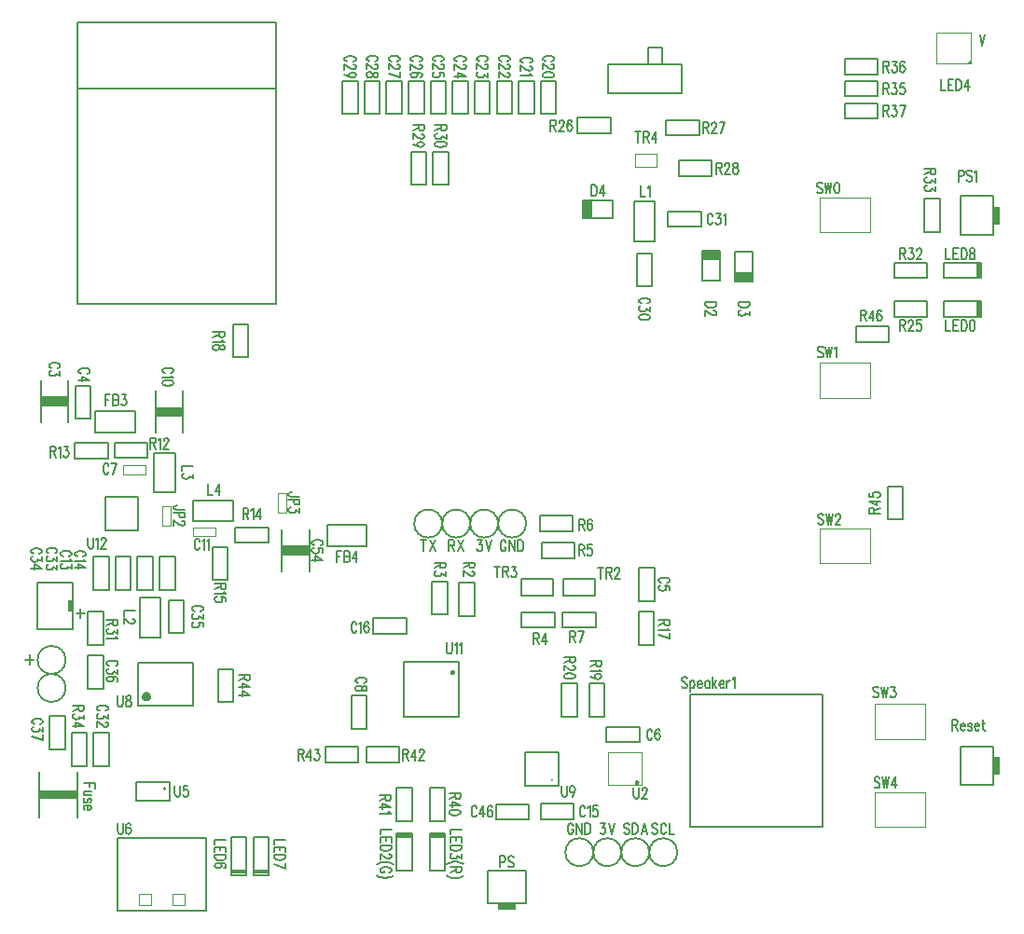
<source format=gbr>
G71*
G90*
G04 Quadcept GERBER*
%MOMM*%
%FSLAX44Y44*%
%ADD10C,0*%
%ADD11C,0.1*%
%ADD12C,0.15*%
%ADD13C,0.2*%
G54D10*
G75*
G36*
G01X340500Y192550D02*
G01X357000Y192550D01*
G01X357000Y184100D01*
G01X340500Y184100D01*
G01X340500Y192550D01*
G37*
G36*
G01X386600Y164750D02*
G01X370100Y164750D01*
G01X370100Y173200D01*
G01X386600Y173200D01*
G01X386600Y164750D01*
G37*
G36*
G01X232650Y222600D02*
G01X232650Y239100D01*
G01X241100Y239100D01*
G01X241100Y222600D01*
G01X232650Y222600D01*
G37*
G36*
G01X584800Y366400D02*
G01X581800Y363400D01*
G01X584800Y363400D01*
G01X584800Y366400D01*
G37*
G36*
G01X171500Y-406000D02*
G01X155500Y-406000D01*
G01X155500Y-399500D01*
G01X171500Y-399500D01*
G01X171500Y-406000D01*
G37*
G36*
G01X611000Y233000D02*
G01X611000Y217000D01*
G01X604500Y217000D01*
G01X604500Y233000D01*
G01X611000Y233000D01*
G37*
G36*
G01X611000Y-267000D02*
G01X611000Y-283000D01*
G01X604500Y-283000D01*
G01X604500Y-267000D01*
G01X611000Y-267000D01*
G37*
G36*
G01X283521Y-290207D02*
G01X283505Y-290023D01*
G01X283473Y-289840D01*
G01X283425Y-289661D01*
G01X283362Y-289487D01*
G01X283283Y-289320D01*
G01X283191Y-289159D01*
G01X283085Y-289007D01*
G01X282965Y-288865D01*
G01X282835Y-288735D01*
G01X282693Y-288615D01*
G01X282541Y-288509D01*
G01X282380Y-288417D01*
G01X282213Y-288338D01*
G01X282039Y-288275D01*
G01X281860Y-288227D01*
G01X281677Y-288195D01*
G01X281493Y-288179D01*
G01X281307Y-288179D01*
G01X281123Y-288195D01*
G01X280940Y-288227D01*
G01X280761Y-288275D01*
G01X280587Y-288338D01*
G01X280420Y-288417D01*
G01X280259Y-288509D01*
G01X280107Y-288615D01*
G01X279965Y-288735D01*
G01X279835Y-288865D01*
G01X279715Y-289007D01*
G01X279609Y-289159D01*
G01X279517Y-289320D01*
G01X279438Y-289487D01*
G01X279375Y-289661D01*
G01X279327Y-289840D01*
G01X279295Y-290023D01*
G01X279279Y-290207D01*
G01X279279Y-290393D01*
G01X279295Y-290577D01*
G01X279327Y-290760D01*
G01X279375Y-290939D01*
G01X279438Y-291113D01*
G01X279517Y-291280D01*
G01X279609Y-291441D01*
G01X279715Y-291593D01*
G01X279835Y-291735D01*
G01X279965Y-291865D01*
G01X280107Y-291985D01*
G01X280259Y-292091D01*
G01X280420Y-292183D01*
G01X280587Y-292262D01*
G01X280761Y-292325D01*
G01X280940Y-292373D01*
G01X281123Y-292405D01*
G01X281307Y-292421D01*
G01X281493Y-292421D01*
G01X281677Y-292405D01*
G01X281860Y-292373D01*
G01X282039Y-292325D01*
G01X282213Y-292262D01*
G01X282380Y-292183D01*
G01X282541Y-292091D01*
G01X282693Y-291985D01*
G01X282835Y-291865D01*
G01X282965Y-291735D01*
G01X283085Y-291593D01*
G01X283191Y-291441D01*
G01X283283Y-291280D01*
G01X283362Y-291113D01*
G01X283425Y-290939D01*
G01X283473Y-290760D01*
G01X283505Y-290577D01*
G01X283521Y-290393D01*
G01X283521Y-290207D01*
G37*
G36*
G01X-159757Y-212015D02*
G01X-159790Y-211646D01*
G01X-159854Y-211281D01*
G01X-159950Y-210923D01*
G01X-160077Y-210575D01*
G01X-160233Y-210239D01*
G01X-160418Y-209918D01*
G01X-160631Y-209615D01*
G01X-160869Y-209331D01*
G01X-161131Y-209069D01*
G01X-161415Y-208831D01*
G01X-161718Y-208618D01*
G01X-162039Y-208433D01*
G01X-162375Y-208277D01*
G01X-162723Y-208150D01*
G01X-163081Y-208054D01*
G01X-163446Y-207990D01*
G01X-163815Y-207957D01*
G01X-164185Y-207957D01*
G01X-164554Y-207990D01*
G01X-164919Y-208054D01*
G01X-165277Y-208150D01*
G01X-165625Y-208277D01*
G01X-165961Y-208433D01*
G01X-166282Y-208618D01*
G01X-166585Y-208831D01*
G01X-166869Y-209069D01*
G01X-167131Y-209331D01*
G01X-167369Y-209615D01*
G01X-167582Y-209918D01*
G01X-167767Y-210239D01*
G01X-167923Y-210575D01*
G01X-168050Y-210923D01*
G01X-168146Y-211281D01*
G01X-168210Y-211646D01*
G01X-168243Y-212015D01*
G01X-168243Y-212385D01*
G01X-168210Y-212754D01*
G01X-168146Y-213119D01*
G01X-168050Y-213477D01*
G01X-167923Y-213825D01*
G01X-167767Y-214161D01*
G01X-167582Y-214482D01*
G01X-167369Y-214785D01*
G01X-167131Y-215069D01*
G01X-166869Y-215331D01*
G01X-166585Y-215569D01*
G01X-166282Y-215782D01*
G01X-165961Y-215967D01*
G01X-165625Y-216123D01*
G01X-165277Y-216250D01*
G01X-164919Y-216346D01*
G01X-164554Y-216410D01*
G01X-164185Y-216443D01*
G01X-163815Y-216443D01*
G01X-163446Y-216410D01*
G01X-163081Y-216346D01*
G01X-162723Y-216250D01*
G01X-162375Y-216123D01*
G01X-162039Y-215967D01*
G01X-161718Y-215782D01*
G01X-161415Y-215569D01*
G01X-161131Y-215331D01*
G01X-160869Y-215069D01*
G01X-160631Y-214785D01*
G01X-160418Y-214482D01*
G01X-160233Y-214161D01*
G01X-160077Y-213825D01*
G01X-159950Y-213477D01*
G01X-159854Y-213119D01*
G01X-159790Y-212754D01*
G01X-159757Y-212385D01*
G01X-159757Y-212015D01*
G37*
G36*
G01X116136Y-190202D02*
G01X116119Y-190008D01*
G01X116085Y-189816D01*
G01X116035Y-189627D01*
G01X115968Y-189443D01*
G01X115885Y-189267D01*
G01X115788Y-189097D01*
G01X115676Y-188937D01*
G01X115550Y-188788D01*
G01X115412Y-188650D01*
G01X115263Y-188524D01*
G01X115103Y-188412D01*
G01X114933Y-188315D01*
G01X114757Y-188232D01*
G01X114573Y-188165D01*
G01X114384Y-188115D01*
G01X114192Y-188081D01*
G01X113998Y-188064D01*
G01X113802Y-188064D01*
G01X113608Y-188081D01*
G01X113416Y-188115D01*
G01X113227Y-188165D01*
G01X113043Y-188232D01*
G01X112867Y-188315D01*
G01X112697Y-188412D01*
G01X112537Y-188524D01*
G01X112388Y-188650D01*
G01X112250Y-188788D01*
G01X112124Y-188937D01*
G01X112012Y-189097D01*
G01X111915Y-189267D01*
G01X111832Y-189443D01*
G01X111765Y-189627D01*
G01X111715Y-189816D01*
G01X111681Y-190008D01*
G01X111664Y-190202D01*
G01X111664Y-190398D01*
G01X111681Y-190592D01*
G01X111715Y-190784D01*
G01X111765Y-190973D01*
G01X111832Y-191157D01*
G01X111915Y-191333D01*
G01X112012Y-191503D01*
G01X112124Y-191663D01*
G01X112250Y-191812D01*
G01X112388Y-191950D01*
G01X112537Y-192076D01*
G01X112697Y-192188D01*
G01X112867Y-192285D01*
G01X113043Y-192368D01*
G01X113227Y-192435D01*
G01X113416Y-192485D01*
G01X113608Y-192519D01*
G01X113802Y-192536D01*
G01X113998Y-192536D01*
G01X114192Y-192519D01*
G01X114384Y-192485D01*
G01X114573Y-192435D01*
G01X114757Y-192368D01*
G01X114933Y-192285D01*
G01X115103Y-192188D01*
G01X115263Y-192076D01*
G01X115412Y-191950D01*
G01X115550Y-191812D01*
G01X115676Y-191663D01*
G01X115788Y-191503D01*
G01X115885Y-191333D01*
G01X115968Y-191157D01*
G01X116035Y-190973D01*
G01X116085Y-190784D01*
G01X116119Y-190592D01*
G01X116136Y-190398D01*
G01X116136Y-190202D01*
G37*
G36*
G01X-235000Y-124600D02*
G01X-231500Y-124600D01*
G01X-231500Y-134600D01*
G01X-235000Y-134600D01*
G01X-235000Y-124600D01*
G37*
G54D11*
G01X-165100Y-2000D02*
G01X-185100Y-2000D01*
G01X-185100Y-2000D02*
G01X-185100Y-10000D01*
G01X-185100Y-10000D02*
G01X-165100Y-10000D01*
G01X-165100Y-10000D02*
G01X-165100Y-2000D01*
G01X-101300Y-58300D02*
G01X-121300Y-58300D01*
G01X-121300Y-58300D02*
G01X-121300Y-66300D01*
G01X-121300Y-66300D02*
G01X-101300Y-66300D01*
G01X-101300Y-66300D02*
G01X-101300Y-58300D01*
G01X-141900Y-57100D02*
G01X-141900Y-39100D01*
G01X-141900Y-39100D02*
G01X-149900Y-39100D01*
G01X-149900Y-39100D02*
G01X-149900Y-57100D01*
G01X-149900Y-57100D02*
G01X-141900Y-57100D01*
G01X-45000Y-27000D02*
G01X-45000Y-45000D01*
G01X-45000Y-45000D02*
G01X-37000Y-45000D01*
G01X-37000Y-45000D02*
G01X-37000Y-27000D01*
G01X-37000Y-27000D02*
G01X-45000Y-27000D01*
G01X552800Y391400D02*
G01X552800Y363400D01*
G01X552800Y363400D02*
G01X584800Y363400D01*
G01X584800Y363400D02*
G01X584800Y391400D01*
G01X584800Y391400D02*
G01X552800Y391400D01*
G01X493000Y209500D02*
G01X447000Y209500D01*
G01X447000Y209500D02*
G01X447000Y241000D01*
G01X493000Y241000D02*
G01X493000Y209500D01*
G01X447000Y241000D02*
G01X493000Y241000D01*
G01X493000Y59500D02*
G01X447000Y59500D01*
G01X447000Y59500D02*
G01X447000Y91000D01*
G01X493000Y91000D02*
G01X493000Y59500D01*
G01X447000Y91000D02*
G01X493000Y91000D01*
G01X493000Y-90500D02*
G01X447000Y-90500D01*
G01X447000Y-90500D02*
G01X447000Y-59000D01*
G01X493000Y-59000D02*
G01X493000Y-90500D01*
G01X447000Y-59000D02*
G01X493000Y-59000D01*
G01X543000Y-250500D02*
G01X497000Y-250500D01*
G01X497000Y-250500D02*
G01X497000Y-219000D01*
G01X543000Y-219000D02*
G01X543000Y-250500D01*
G01X497000Y-219000D02*
G01X543000Y-219000D01*
G01X543000Y-330500D02*
G01X497000Y-330500D01*
G01X497000Y-330500D02*
G01X497000Y-299000D01*
G01X543000Y-299000D02*
G01X543000Y-330500D01*
G01X497000Y-299000D02*
G01X543000Y-299000D01*
G01X299400Y280670D02*
G01X279400Y280670D01*
G01X279400Y280670D02*
G01X279400Y269240D01*
G01X279400Y269240D02*
G01X299400Y269240D01*
G01X299400Y269240D02*
G01X299400Y280670D01*
G01X285400Y-262300D02*
G01X285400Y-292300D01*
G01X255400Y-262300D02*
G01X285400Y-262300D01*
G01X285400Y-292300D02*
G01X255400Y-292300D01*
G01X255400Y-292300D02*
G01X255400Y-262300D01*
G01X-170500Y-401500D02*
G01X-159500Y-401500D01*
G01X-159500Y-401500D02*
G01X-159500Y-391500D01*
G01X-159500Y-391500D02*
G01X-170500Y-391500D01*
G01X-170500Y-391500D02*
G01X-170500Y-401500D01*
G01X-140500Y-401500D02*
G01X-129500Y-401500D01*
G01X-129500Y-401500D02*
G01X-129500Y-391500D01*
G01X-129500Y-391500D02*
G01X-140500Y-391500D01*
G01X-140500Y-391500D02*
G01X-140500Y-401500D01*
G54D12*
G01X-244760Y86510D02*
G01X-243800Y86830D01*
G01X-243800Y86830D02*
G01X-242840Y87434D01*
G01X-242840Y87434D02*
G01X-242360Y88074D01*
G01X-242360Y88074D02*
G01X-242360Y89319D01*
G01X-242360Y89319D02*
G01X-242840Y89923D01*
G01X-242840Y89923D02*
G01X-243800Y90563D01*
G01X-243800Y90563D02*
G01X-244760Y90848D01*
G01X-244760Y90848D02*
G01X-246200Y91168D01*
G01X-246200Y91168D02*
G01X-248600Y91168D01*
G01X-248600Y91168D02*
G01X-250040Y90848D01*
G01X-250040Y90848D02*
G01X-251000Y90563D01*
G01X-251000Y90563D02*
G01X-251960Y89923D01*
G01X-251960Y89923D02*
G01X-252440Y89319D01*
G01X-252440Y89319D02*
G01X-252440Y88074D01*
G01X-252440Y88074D02*
G01X-251960Y87434D01*
G01X-251960Y87434D02*
G01X-251000Y86830D01*
G01X-251000Y86830D02*
G01X-250040Y86510D01*
G01X-242360Y83299D02*
G01X-242360Y79388D01*
G01X-242360Y79388D02*
G01X-246200Y81521D01*
G01X-246200Y81521D02*
G01X-246200Y80454D01*
G01X-246200Y80454D02*
G01X-246680Y79743D01*
G01X-246680Y79743D02*
G01X-247160Y79388D01*
G01X-247160Y79388D02*
G01X-248600Y79032D01*
G01X-248600Y79032D02*
G01X-249560Y79032D01*
G01X-249560Y79032D02*
G01X-251000Y79388D01*
G01X-251000Y79388D02*
G01X-251960Y80099D01*
G01X-251960Y80099D02*
G01X-252440Y81166D01*
G01X-252440Y81166D02*
G01X-252440Y82232D01*
G01X-252440Y82232D02*
G01X-251960Y83299D01*
G01X-251960Y83299D02*
G01X-251480Y83654D01*
G01X-251480Y83654D02*
G01X-250520Y84010D01*
G01X-217710Y81450D02*
G01X-216750Y81770D01*
G01X-216750Y81770D02*
G01X-215790Y82374D01*
G01X-215790Y82374D02*
G01X-215310Y83014D01*
G01X-215310Y83014D02*
G01X-215310Y84259D01*
G01X-215310Y84259D02*
G01X-215790Y84863D01*
G01X-215790Y84863D02*
G01X-216750Y85503D01*
G01X-216750Y85503D02*
G01X-217710Y85788D01*
G01X-217710Y85788D02*
G01X-219150Y86108D01*
G01X-219150Y86108D02*
G01X-221550Y86108D01*
G01X-221550Y86108D02*
G01X-222990Y85788D01*
G01X-222990Y85788D02*
G01X-223950Y85503D01*
G01X-223950Y85503D02*
G01X-224910Y84863D01*
G01X-224910Y84863D02*
G01X-225390Y84259D01*
G01X-225390Y84259D02*
G01X-225390Y83014D01*
G01X-225390Y83014D02*
G01X-224910Y82374D01*
G01X-224910Y82374D02*
G01X-223950Y81770D01*
G01X-223950Y81770D02*
G01X-222990Y81450D01*
G01X-215310Y75323D02*
G01X-222350Y78950D01*
G01X-222350Y78950D02*
G01X-222350Y74292D01*
G01X-215310Y75323D02*
G01X-225390Y75323D01*
G01X308690Y-108590D02*
G01X309650Y-108270D01*
G01X309650Y-108270D02*
G01X310610Y-107666D01*
G01X310610Y-107666D02*
G01X311090Y-107026D01*
G01X311090Y-107026D02*
G01X311090Y-105781D01*
G01X311090Y-105781D02*
G01X310610Y-105177D01*
G01X310610Y-105177D02*
G01X309650Y-104537D01*
G01X309650Y-104537D02*
G01X308690Y-104252D01*
G01X308690Y-104252D02*
G01X307250Y-103932D01*
G01X307250Y-103932D02*
G01X304850Y-103932D01*
G01X304850Y-103932D02*
G01X303410Y-104252D01*
G01X303410Y-104252D02*
G01X302450Y-104537D01*
G01X302450Y-104537D02*
G01X301490Y-105177D01*
G01X301490Y-105177D02*
G01X301010Y-105781D01*
G01X301010Y-105781D02*
G01X301010Y-107026D01*
G01X301010Y-107026D02*
G01X301490Y-107666D01*
G01X301490Y-107666D02*
G01X302450Y-108270D01*
G01X302450Y-108270D02*
G01X303410Y-108590D01*
G01X311090Y-115357D02*
G01X311090Y-111801D01*
G01X311090Y-111801D02*
G01X306770Y-111446D01*
G01X306770Y-111446D02*
G01X307250Y-111801D01*
G01X307250Y-111801D02*
G01X307730Y-112868D01*
G01X307730Y-112868D02*
G01X307730Y-113934D01*
G01X307730Y-113934D02*
G01X307250Y-115001D01*
G01X307250Y-115001D02*
G01X306290Y-115712D01*
G01X306290Y-115712D02*
G01X304850Y-116068D01*
G01X304850Y-116068D02*
G01X303890Y-116068D01*
G01X303890Y-116068D02*
G01X302450Y-115712D01*
G01X302450Y-115712D02*
G01X301490Y-115001D01*
G01X301490Y-115001D02*
G01X301010Y-113934D01*
G01X301010Y-113934D02*
G01X301010Y-112868D01*
G01X301010Y-112868D02*
G01X301490Y-111801D01*
G01X301490Y-111801D02*
G01X301970Y-111446D01*
G01X301970Y-111446D02*
G01X302930Y-111090D01*
G01X295268Y-243810D02*
G01X294948Y-242850D01*
G01X294948Y-242850D02*
G01X294343Y-241890D01*
G01X294343Y-241890D02*
G01X293703Y-241410D01*
G01X293703Y-241410D02*
G01X292459Y-241410D01*
G01X292459Y-241410D02*
G01X291854Y-241890D01*
G01X291854Y-241890D02*
G01X291214Y-242850D01*
G01X291214Y-242850D02*
G01X290930Y-243810D01*
G01X290930Y-243810D02*
G01X290610Y-245250D01*
G01X290610Y-245250D02*
G01X290610Y-247650D01*
G01X290610Y-247650D02*
G01X290930Y-249090D01*
G01X290930Y-249090D02*
G01X291214Y-250050D01*
G01X291214Y-250050D02*
G01X291854Y-251010D01*
G01X291854Y-251010D02*
G01X292459Y-251490D01*
G01X292459Y-251490D02*
G01X293703Y-251490D01*
G01X293703Y-251490D02*
G01X294343Y-251010D01*
G01X294343Y-251010D02*
G01X294948Y-250050D01*
G01X294948Y-250050D02*
G01X295268Y-249090D01*
G01X302034Y-242850D02*
G01X301679Y-241890D01*
G01X301679Y-241890D02*
G01X300612Y-241410D01*
G01X300612Y-241410D02*
G01X299901Y-241410D01*
G01X299901Y-241410D02*
G01X298834Y-241890D01*
G01X298834Y-241890D02*
G01X298123Y-243330D01*
G01X298123Y-243330D02*
G01X297768Y-245730D01*
G01X297768Y-245730D02*
G01X297768Y-248130D01*
G01X297768Y-248130D02*
G01X298123Y-250050D01*
G01X298123Y-250050D02*
G01X298834Y-251010D01*
G01X298834Y-251010D02*
G01X299901Y-251490D01*
G01X299901Y-251490D02*
G01X300257Y-251490D01*
G01X300257Y-251490D02*
G01X301323Y-251010D01*
G01X301323Y-251010D02*
G01X302034Y-250050D01*
G01X302034Y-250050D02*
G01X302390Y-248610D01*
G01X302390Y-248610D02*
G01X302390Y-248130D01*
G01X302390Y-248130D02*
G01X302034Y-246690D01*
G01X302034Y-246690D02*
G01X301323Y-245730D01*
G01X301323Y-245730D02*
G01X300257Y-245250D01*
G01X300257Y-245250D02*
G01X299901Y-245250D01*
G01X299901Y-245250D02*
G01X298834Y-245730D01*
G01X298834Y-245730D02*
G01X298123Y-246690D01*
G01X298123Y-246690D02*
G01X297768Y-248130D01*
G01X-198410Y-2360D02*
G01X-198730Y-1400D01*
G01X-198730Y-1400D02*
G01X-199334Y-0440D01*
G01X-199334Y-0440D02*
G01X-199974Y0040D01*
G01X-199974Y0040D02*
G01X-201219Y0040D01*
G01X-201219Y0040D02*
G01X-201823Y-0440D01*
G01X-201823Y-0440D02*
G01X-202463Y-1400D01*
G01X-202463Y-1400D02*
G01X-202748Y-2360D01*
G01X-202748Y-2360D02*
G01X-203068Y-3800D01*
G01X-203068Y-3800D02*
G01X-203068Y-6200D01*
G01X-203068Y-6200D02*
G01X-202748Y-7640D01*
G01X-202748Y-7640D02*
G01X-202463Y-8600D01*
G01X-202463Y-8600D02*
G01X-201823Y-9560D01*
G01X-201823Y-9560D02*
G01X-201219Y-10040D01*
G01X-201219Y-10040D02*
G01X-199974Y-10040D01*
G01X-199974Y-10040D02*
G01X-199334Y-9560D01*
G01X-199334Y-9560D02*
G01X-198730Y-8600D01*
G01X-198730Y-8600D02*
G01X-198410Y-7640D01*
G01X-190932Y0040D02*
G01X-194488Y-10040D01*
G01X-195910Y0040D02*
G01X-190932Y0040D01*
G01X33690Y-199590D02*
G01X34650Y-199270D01*
G01X34650Y-199270D02*
G01X35610Y-198666D01*
G01X35610Y-198666D02*
G01X36090Y-198026D01*
G01X36090Y-198026D02*
G01X36090Y-196781D01*
G01X36090Y-196781D02*
G01X35610Y-196177D01*
G01X35610Y-196177D02*
G01X34650Y-195537D01*
G01X34650Y-195537D02*
G01X33690Y-195252D01*
G01X33690Y-195252D02*
G01X32250Y-194932D01*
G01X32250Y-194932D02*
G01X29850Y-194932D01*
G01X29850Y-194932D02*
G01X28410Y-195252D01*
G01X28410Y-195252D02*
G01X27450Y-195537D01*
G01X27450Y-195537D02*
G01X26490Y-196177D01*
G01X26490Y-196177D02*
G01X26010Y-196781D01*
G01X26010Y-196781D02*
G01X26010Y-198026D01*
G01X26010Y-198026D02*
G01X26490Y-198666D01*
G01X26490Y-198666D02*
G01X27450Y-199270D01*
G01X27450Y-199270D02*
G01X28410Y-199590D01*
G01X36090Y-203868D02*
G01X35610Y-202801D01*
G01X35610Y-202801D02*
G01X34650Y-202446D01*
G01X34650Y-202446D02*
G01X33690Y-202446D01*
G01X33690Y-202446D02*
G01X32730Y-202801D01*
G01X32730Y-202801D02*
G01X32250Y-203512D01*
G01X32250Y-203512D02*
G01X31770Y-204934D01*
G01X31770Y-204934D02*
G01X31290Y-206001D01*
G01X31290Y-206001D02*
G01X30330Y-206712D01*
G01X30330Y-206712D02*
G01X29370Y-207068D01*
G01X29370Y-207068D02*
G01X27930Y-207068D01*
G01X27930Y-207068D02*
G01X26970Y-206712D01*
G01X26970Y-206712D02*
G01X26490Y-206357D01*
G01X26490Y-206357D02*
G01X26010Y-205290D01*
G01X26010Y-205290D02*
G01X26010Y-203868D01*
G01X26010Y-203868D02*
G01X26490Y-202801D01*
G01X26490Y-202801D02*
G01X26970Y-202446D01*
G01X26970Y-202446D02*
G01X27930Y-202090D01*
G01X27930Y-202090D02*
G01X29370Y-202090D01*
G01X29370Y-202090D02*
G01X30330Y-202446D01*
G01X30330Y-202446D02*
G01X31290Y-203157D01*
G01X31290Y-203157D02*
G01X31770Y-204223D01*
G01X31770Y-204223D02*
G01X32250Y-205646D01*
G01X32250Y-205646D02*
G01X32730Y-206357D01*
G01X32730Y-206357D02*
G01X33690Y-206712D01*
G01X33690Y-206712D02*
G01X34650Y-206712D01*
G01X34650Y-206712D02*
G01X35610Y-206357D01*
G01X35610Y-206357D02*
G01X36090Y-205290D01*
G01X36090Y-205290D02*
G01X36090Y-203868D01*
G01X-141960Y81949D02*
G01X-141000Y82269D01*
G01X-141000Y82269D02*
G01X-140040Y82873D01*
G01X-140040Y82873D02*
G01X-139560Y83513D01*
G01X-139560Y83513D02*
G01X-139560Y84758D01*
G01X-139560Y84758D02*
G01X-140040Y85362D01*
G01X-140040Y85362D02*
G01X-141000Y86002D01*
G01X-141000Y86002D02*
G01X-141960Y86287D01*
G01X-141960Y86287D02*
G01X-143400Y86607D01*
G01X-143400Y86607D02*
G01X-145800Y86607D01*
G01X-145800Y86607D02*
G01X-147240Y86287D01*
G01X-147240Y86287D02*
G01X-148200Y86002D01*
G01X-148200Y86002D02*
G01X-149160Y85362D01*
G01X-149160Y85362D02*
G01X-149640Y84758D01*
G01X-149640Y84758D02*
G01X-149640Y83513D01*
G01X-149640Y83513D02*
G01X-149160Y82873D01*
G01X-149160Y82873D02*
G01X-148200Y82269D01*
G01X-148200Y82269D02*
G01X-147240Y81949D01*
G01X-141480Y79449D02*
G01X-141000Y78738D01*
G01X-141000Y78738D02*
G01X-139560Y77671D01*
G01X-139560Y77671D02*
G01X-149640Y77671D01*
G01X-139560Y73038D02*
G01X-140040Y74104D01*
G01X-140040Y74104D02*
G01X-141480Y74816D01*
G01X-141480Y74816D02*
G01X-143880Y75171D01*
G01X-143880Y75171D02*
G01X-145320Y75171D01*
G01X-145320Y75171D02*
G01X-147720Y74816D01*
G01X-147720Y74816D02*
G01X-149160Y74104D01*
G01X-149160Y74104D02*
G01X-149640Y73038D01*
G01X-149640Y73038D02*
G01X-149640Y72327D01*
G01X-149640Y72327D02*
G01X-149160Y71260D01*
G01X-149160Y71260D02*
G01X-147720Y70549D01*
G01X-147720Y70549D02*
G01X-145320Y70193D01*
G01X-145320Y70193D02*
G01X-143880Y70193D01*
G01X-143880Y70193D02*
G01X-141480Y70549D01*
G01X-141480Y70549D02*
G01X-140040Y71260D01*
G01X-140040Y71260D02*
G01X-139560Y72327D01*
G01X-139560Y72327D02*
G01X-139560Y73038D01*
G01X-115649Y-71060D02*
G01X-115969Y-70100D01*
G01X-115969Y-70100D02*
G01X-116573Y-69140D01*
G01X-116573Y-69140D02*
G01X-117213Y-68660D01*
G01X-117213Y-68660D02*
G01X-118458Y-68660D01*
G01X-118458Y-68660D02*
G01X-119062Y-69140D01*
G01X-119062Y-69140D02*
G01X-119702Y-70100D01*
G01X-119702Y-70100D02*
G01X-119987Y-71060D01*
G01X-119987Y-71060D02*
G01X-120307Y-72500D01*
G01X-120307Y-72500D02*
G01X-120307Y-74900D01*
G01X-120307Y-74900D02*
G01X-119987Y-76340D01*
G01X-119987Y-76340D02*
G01X-119702Y-77300D01*
G01X-119702Y-77300D02*
G01X-119062Y-78260D01*
G01X-119062Y-78260D02*
G01X-118458Y-78740D01*
G01X-118458Y-78740D02*
G01X-117213Y-78740D01*
G01X-117213Y-78740D02*
G01X-116573Y-78260D01*
G01X-116573Y-78260D02*
G01X-115969Y-77300D01*
G01X-115969Y-77300D02*
G01X-115649Y-76340D01*
G01X-113149Y-70580D02*
G01X-112438Y-70100D01*
G01X-112438Y-70100D02*
G01X-111371Y-68660D01*
G01X-111371Y-68660D02*
G01X-111371Y-78740D01*
G01X-108871Y-70580D02*
G01X-108160Y-70100D01*
G01X-108160Y-70100D02*
G01X-107093Y-68660D01*
G01X-107093Y-68660D02*
G01X-107093Y-78740D01*
G01X-234200Y-84451D02*
G01X-233200Y-84131D01*
G01X-233200Y-84131D02*
G01X-232200Y-83527D01*
G01X-232200Y-83527D02*
G01X-231700Y-82887D01*
G01X-231700Y-82887D02*
G01X-231700Y-81642D01*
G01X-231700Y-81642D02*
G01X-232200Y-81038D01*
G01X-232200Y-81038D02*
G01X-233200Y-80398D01*
G01X-233200Y-80398D02*
G01X-234200Y-80113D01*
G01X-234200Y-80113D02*
G01X-235700Y-79793D01*
G01X-235700Y-79793D02*
G01X-238200Y-79793D01*
G01X-238200Y-79793D02*
G01X-239700Y-80113D01*
G01X-239700Y-80113D02*
G01X-240700Y-80398D01*
G01X-240700Y-80398D02*
G01X-241700Y-81038D01*
G01X-241700Y-81038D02*
G01X-242200Y-81642D01*
G01X-242200Y-81642D02*
G01X-242200Y-82887D01*
G01X-242200Y-82887D02*
G01X-241700Y-83527D01*
G01X-241700Y-83527D02*
G01X-240700Y-84131D01*
G01X-240700Y-84131D02*
G01X-239700Y-84451D01*
G01X-233700Y-86951D02*
G01X-233200Y-87662D01*
G01X-233200Y-87662D02*
G01X-231700Y-88729D01*
G01X-231700Y-88729D02*
G01X-242200Y-88729D01*
G01X-231700Y-91940D02*
G01X-231700Y-95851D01*
G01X-231700Y-95851D02*
G01X-235700Y-93718D01*
G01X-235700Y-93718D02*
G01X-235700Y-94784D01*
G01X-235700Y-94784D02*
G01X-236200Y-95496D01*
G01X-236200Y-95496D02*
G01X-236700Y-95851D01*
G01X-236700Y-95851D02*
G01X-238200Y-96207D01*
G01X-238200Y-96207D02*
G01X-239200Y-96207D01*
G01X-239200Y-96207D02*
G01X-240700Y-95851D01*
G01X-240700Y-95851D02*
G01X-241700Y-95140D01*
G01X-241700Y-95140D02*
G01X-242200Y-94073D01*
G01X-242200Y-94073D02*
G01X-242200Y-93007D01*
G01X-242200Y-93007D02*
G01X-241700Y-91940D01*
G01X-241700Y-91940D02*
G01X-241200Y-91584D01*
G01X-241200Y-91584D02*
G01X-240200Y-91229D01*
G01X-221310Y-84611D02*
G01X-220350Y-84291D01*
G01X-220350Y-84291D02*
G01X-219390Y-83687D01*
G01X-219390Y-83687D02*
G01X-218910Y-83047D01*
G01X-218910Y-83047D02*
G01X-218910Y-81802D01*
G01X-218910Y-81802D02*
G01X-219390Y-81198D01*
G01X-219390Y-81198D02*
G01X-220350Y-80558D01*
G01X-220350Y-80558D02*
G01X-221310Y-80273D01*
G01X-221310Y-80273D02*
G01X-222750Y-79953D01*
G01X-222750Y-79953D02*
G01X-225150Y-79953D01*
G01X-225150Y-79953D02*
G01X-226590Y-80273D01*
G01X-226590Y-80273D02*
G01X-227550Y-80558D01*
G01X-227550Y-80558D02*
G01X-228510Y-81198D01*
G01X-228510Y-81198D02*
G01X-228990Y-81802D01*
G01X-228990Y-81802D02*
G01X-228990Y-83047D01*
G01X-228990Y-83047D02*
G01X-228510Y-83687D01*
G01X-228510Y-83687D02*
G01X-227550Y-84291D01*
G01X-227550Y-84291D02*
G01X-226590Y-84611D01*
G01X-220830Y-87111D02*
G01X-220350Y-87822D01*
G01X-220350Y-87822D02*
G01X-218910Y-88889D01*
G01X-218910Y-88889D02*
G01X-228990Y-88889D01*
G01X-218910Y-95016D02*
G01X-225950Y-91389D01*
G01X-225950Y-91389D02*
G01X-225950Y-96047D01*
G01X-218910Y-95016D02*
G01X-228990Y-95016D01*
G01X234351Y-313660D02*
G01X234031Y-312700D01*
G01X234031Y-312700D02*
G01X233427Y-311740D01*
G01X233427Y-311740D02*
G01X232787Y-311260D01*
G01X232787Y-311260D02*
G01X231542Y-311260D01*
G01X231542Y-311260D02*
G01X230938Y-311740D01*
G01X230938Y-311740D02*
G01X230298Y-312700D01*
G01X230298Y-312700D02*
G01X230013Y-313660D01*
G01X230013Y-313660D02*
G01X229693Y-315100D01*
G01X229693Y-315100D02*
G01X229693Y-317500D01*
G01X229693Y-317500D02*
G01X230013Y-318940D01*
G01X230013Y-318940D02*
G01X230298Y-319900D01*
G01X230298Y-319900D02*
G01X230938Y-320860D01*
G01X230938Y-320860D02*
G01X231542Y-321340D01*
G01X231542Y-321340D02*
G01X232787Y-321340D01*
G01X232787Y-321340D02*
G01X233427Y-320860D01*
G01X233427Y-320860D02*
G01X234031Y-319900D01*
G01X234031Y-319900D02*
G01X234351Y-318940D01*
G01X236851Y-313180D02*
G01X237562Y-312700D01*
G01X237562Y-312700D02*
G01X238629Y-311260D01*
G01X238629Y-311260D02*
G01X238629Y-321340D01*
G01X245396Y-311260D02*
G01X241840Y-311260D01*
G01X241840Y-311260D02*
G01X241484Y-315580D01*
G01X241484Y-315580D02*
G01X241840Y-315100D01*
G01X241840Y-315100D02*
G01X242907Y-314620D01*
G01X242907Y-314620D02*
G01X243973Y-314620D01*
G01X243973Y-314620D02*
G01X245040Y-315100D01*
G01X245040Y-315100D02*
G01X245751Y-316060D01*
G01X245751Y-316060D02*
G01X246107Y-317500D01*
G01X246107Y-317500D02*
G01X246107Y-318460D01*
G01X246107Y-318460D02*
G01X245751Y-319900D01*
G01X245751Y-319900D02*
G01X245040Y-320860D01*
G01X245040Y-320860D02*
G01X243973Y-321340D01*
G01X243973Y-321340D02*
G01X242907Y-321340D01*
G01X242907Y-321340D02*
G01X241840Y-320860D01*
G01X241840Y-320860D02*
G01X241484Y-320380D01*
G01X241484Y-320380D02*
G01X241129Y-319420D01*
G01X26829Y-146410D02*
G01X26509Y-145450D01*
G01X26509Y-145450D02*
G01X25904Y-144490D01*
G01X25904Y-144490D02*
G01X25264Y-144010D01*
G01X25264Y-144010D02*
G01X24020Y-144010D01*
G01X24020Y-144010D02*
G01X23416Y-144490D01*
G01X23416Y-144490D02*
G01X22776Y-145450D01*
G01X22776Y-145450D02*
G01X22491Y-146410D01*
G01X22491Y-146410D02*
G01X22171Y-147850D01*
G01X22171Y-147850D02*
G01X22171Y-150250D01*
G01X22171Y-150250D02*
G01X22491Y-151690D01*
G01X22491Y-151690D02*
G01X22776Y-152650D01*
G01X22776Y-152650D02*
G01X23416Y-153610D01*
G01X23416Y-153610D02*
G01X24020Y-154090D01*
G01X24020Y-154090D02*
G01X25264Y-154090D01*
G01X25264Y-154090D02*
G01X25904Y-153610D01*
G01X25904Y-153610D02*
G01X26509Y-152650D01*
G01X26509Y-152650D02*
G01X26829Y-151690D01*
G01X29329Y-145930D02*
G01X30040Y-145450D01*
G01X30040Y-145450D02*
G01X31107Y-144010D01*
G01X31107Y-144010D02*
G01X31107Y-154090D01*
G01X37873Y-145450D02*
G01X37518Y-144490D01*
G01X37518Y-144490D02*
G01X36451Y-144010D01*
G01X36451Y-144010D02*
G01X35740Y-144010D01*
G01X35740Y-144010D02*
G01X34673Y-144490D01*
G01X34673Y-144490D02*
G01X33962Y-145930D01*
G01X33962Y-145930D02*
G01X33607Y-148330D01*
G01X33607Y-148330D02*
G01X33607Y-150730D01*
G01X33607Y-150730D02*
G01X33962Y-152650D01*
G01X33962Y-152650D02*
G01X34673Y-153610D01*
G01X34673Y-153610D02*
G01X35740Y-154090D01*
G01X35740Y-154090D02*
G01X36096Y-154090D01*
G01X36096Y-154090D02*
G01X37162Y-153610D01*
G01X37162Y-153610D02*
G01X37873Y-152650D01*
G01X37873Y-152650D02*
G01X38229Y-151210D01*
G01X38229Y-151210D02*
G01X38229Y-150730D01*
G01X38229Y-150730D02*
G01X37873Y-149290D01*
G01X37873Y-149290D02*
G01X37162Y-148330D01*
G01X37162Y-148330D02*
G01X36096Y-147850D01*
G01X36096Y-147850D02*
G01X35740Y-147850D01*
G01X35740Y-147850D02*
G01X34673Y-148330D01*
G01X34673Y-148330D02*
G01X33962Y-149290D01*
G01X33962Y-149290D02*
G01X33607Y-150730D01*
G01X203750Y365149D02*
G01X204750Y365469D01*
G01X204750Y365469D02*
G01X205750Y366073D01*
G01X205750Y366073D02*
G01X206250Y366713D01*
G01X206250Y366713D02*
G01X206250Y367958D01*
G01X206250Y367958D02*
G01X205750Y368562D01*
G01X205750Y368562D02*
G01X204750Y369202D01*
G01X204750Y369202D02*
G01X203750Y369487D01*
G01X203750Y369487D02*
G01X202250Y369807D01*
G01X202250Y369807D02*
G01X199750Y369807D01*
G01X199750Y369807D02*
G01X198250Y369487D01*
G01X198250Y369487D02*
G01X197250Y369202D01*
G01X197250Y369202D02*
G01X196250Y368562D01*
G01X196250Y368562D02*
G01X195750Y367958D01*
G01X195750Y367958D02*
G01X195750Y366713D01*
G01X195750Y366713D02*
G01X196250Y366073D01*
G01X196250Y366073D02*
G01X197250Y365469D01*
G01X197250Y365469D02*
G01X198250Y365149D01*
G01X203750Y362293D02*
G01X204250Y362293D01*
G01X204250Y362293D02*
G01X205250Y361938D01*
G01X205250Y361938D02*
G01X205750Y361582D01*
G01X205750Y361582D02*
G01X206250Y360871D01*
G01X206250Y360871D02*
G01X206250Y359449D01*
G01X206250Y359449D02*
G01X205750Y358738D01*
G01X205750Y358738D02*
G01X205250Y358382D01*
G01X205250Y358382D02*
G01X204250Y358027D01*
G01X204250Y358027D02*
G01X203250Y358027D01*
G01X203250Y358027D02*
G01X202250Y358382D01*
G01X202250Y358382D02*
G01X200750Y359093D01*
G01X200750Y359093D02*
G01X195750Y362649D01*
G01X195750Y362649D02*
G01X195750Y357671D01*
G01X206250Y353038D02*
G01X205750Y354104D01*
G01X205750Y354104D02*
G01X204250Y354816D01*
G01X204250Y354816D02*
G01X201750Y355171D01*
G01X201750Y355171D02*
G01X200250Y355171D01*
G01X200250Y355171D02*
G01X197750Y354816D01*
G01X197750Y354816D02*
G01X196250Y354104D01*
G01X196250Y354104D02*
G01X195750Y353038D01*
G01X195750Y353038D02*
G01X195750Y352327D01*
G01X195750Y352327D02*
G01X196250Y351260D01*
G01X196250Y351260D02*
G01X197750Y350549D01*
G01X197750Y350549D02*
G01X200250Y350193D01*
G01X200250Y350193D02*
G01X201750Y350193D01*
G01X201750Y350193D02*
G01X204250Y350549D01*
G01X204250Y350549D02*
G01X205750Y351260D01*
G01X205750Y351260D02*
G01X206250Y352327D01*
G01X206250Y352327D02*
G01X206250Y353038D01*
G01X183750Y363549D02*
G01X184750Y363869D01*
G01X184750Y363869D02*
G01X185750Y364473D01*
G01X185750Y364473D02*
G01X186250Y365113D01*
G01X186250Y365113D02*
G01X186250Y366358D01*
G01X186250Y366358D02*
G01X185750Y366962D01*
G01X185750Y366962D02*
G01X184750Y367602D01*
G01X184750Y367602D02*
G01X183750Y367887D01*
G01X183750Y367887D02*
G01X182250Y368207D01*
G01X182250Y368207D02*
G01X179750Y368207D01*
G01X179750Y368207D02*
G01X178250Y367887D01*
G01X178250Y367887D02*
G01X177250Y367602D01*
G01X177250Y367602D02*
G01X176250Y366962D01*
G01X176250Y366962D02*
G01X175750Y366358D01*
G01X175750Y366358D02*
G01X175750Y365113D01*
G01X175750Y365113D02*
G01X176250Y364473D01*
G01X176250Y364473D02*
G01X177250Y363869D01*
G01X177250Y363869D02*
G01X178250Y363549D01*
G01X183750Y360693D02*
G01X184250Y360693D01*
G01X184250Y360693D02*
G01X185250Y360338D01*
G01X185250Y360338D02*
G01X185750Y359982D01*
G01X185750Y359982D02*
G01X186250Y359271D01*
G01X186250Y359271D02*
G01X186250Y357849D01*
G01X186250Y357849D02*
G01X185750Y357138D01*
G01X185750Y357138D02*
G01X185250Y356782D01*
G01X185250Y356782D02*
G01X184250Y356427D01*
G01X184250Y356427D02*
G01X183250Y356427D01*
G01X183250Y356427D02*
G01X182250Y356782D01*
G01X182250Y356782D02*
G01X180750Y357493D01*
G01X180750Y357493D02*
G01X175750Y361049D01*
G01X175750Y361049D02*
G01X175750Y356071D01*
G01X184250Y353571D02*
G01X184750Y352860D01*
G01X184750Y352860D02*
G01X186250Y351793D01*
G01X186250Y351793D02*
G01X175750Y351793D01*
G01X163750Y365149D02*
G01X164750Y365469D01*
G01X164750Y365469D02*
G01X165750Y366073D01*
G01X165750Y366073D02*
G01X166250Y366713D01*
G01X166250Y366713D02*
G01X166250Y367958D01*
G01X166250Y367958D02*
G01X165750Y368562D01*
G01X165750Y368562D02*
G01X164750Y369202D01*
G01X164750Y369202D02*
G01X163750Y369487D01*
G01X163750Y369487D02*
G01X162250Y369807D01*
G01X162250Y369807D02*
G01X159750Y369807D01*
G01X159750Y369807D02*
G01X158250Y369487D01*
G01X158250Y369487D02*
G01X157250Y369202D01*
G01X157250Y369202D02*
G01X156250Y368562D01*
G01X156250Y368562D02*
G01X155750Y367958D01*
G01X155750Y367958D02*
G01X155750Y366713D01*
G01X155750Y366713D02*
G01X156250Y366073D01*
G01X156250Y366073D02*
G01X157250Y365469D01*
G01X157250Y365469D02*
G01X158250Y365149D01*
G01X163750Y362293D02*
G01X164250Y362293D01*
G01X164250Y362293D02*
G01X165250Y361938D01*
G01X165250Y361938D02*
G01X165750Y361582D01*
G01X165750Y361582D02*
G01X166250Y360871D01*
G01X166250Y360871D02*
G01X166250Y359449D01*
G01X166250Y359449D02*
G01X165750Y358738D01*
G01X165750Y358738D02*
G01X165250Y358382D01*
G01X165250Y358382D02*
G01X164250Y358027D01*
G01X164250Y358027D02*
G01X163250Y358027D01*
G01X163250Y358027D02*
G01X162250Y358382D01*
G01X162250Y358382D02*
G01X160750Y359093D01*
G01X160750Y359093D02*
G01X155750Y362649D01*
G01X155750Y362649D02*
G01X155750Y357671D01*
G01X163750Y354816D02*
G01X164250Y354816D01*
G01X164250Y354816D02*
G01X165250Y354460D01*
G01X165250Y354460D02*
G01X165750Y354104D01*
G01X165750Y354104D02*
G01X166250Y353393D01*
G01X166250Y353393D02*
G01X166250Y351971D01*
G01X166250Y351971D02*
G01X165750Y351260D01*
G01X165750Y351260D02*
G01X165250Y350904D01*
G01X165250Y350904D02*
G01X164250Y350549D01*
G01X164250Y350549D02*
G01X163250Y350549D01*
G01X163250Y350549D02*
G01X162250Y350904D01*
G01X162250Y350904D02*
G01X160750Y351616D01*
G01X160750Y351616D02*
G01X155750Y355171D01*
G01X155750Y355171D02*
G01X155750Y350193D01*
G01X143750Y365149D02*
G01X144750Y365469D01*
G01X144750Y365469D02*
G01X145750Y366073D01*
G01X145750Y366073D02*
G01X146250Y366713D01*
G01X146250Y366713D02*
G01X146250Y367958D01*
G01X146250Y367958D02*
G01X145750Y368562D01*
G01X145750Y368562D02*
G01X144750Y369202D01*
G01X144750Y369202D02*
G01X143750Y369487D01*
G01X143750Y369487D02*
G01X142250Y369807D01*
G01X142250Y369807D02*
G01X139750Y369807D01*
G01X139750Y369807D02*
G01X138250Y369487D01*
G01X138250Y369487D02*
G01X137250Y369202D01*
G01X137250Y369202D02*
G01X136250Y368562D01*
G01X136250Y368562D02*
G01X135750Y367958D01*
G01X135750Y367958D02*
G01X135750Y366713D01*
G01X135750Y366713D02*
G01X136250Y366073D01*
G01X136250Y366073D02*
G01X137250Y365469D01*
G01X137250Y365469D02*
G01X138250Y365149D01*
G01X143750Y362293D02*
G01X144250Y362293D01*
G01X144250Y362293D02*
G01X145250Y361938D01*
G01X145250Y361938D02*
G01X145750Y361582D01*
G01X145750Y361582D02*
G01X146250Y360871D01*
G01X146250Y360871D02*
G01X146250Y359449D01*
G01X146250Y359449D02*
G01X145750Y358738D01*
G01X145750Y358738D02*
G01X145250Y358382D01*
G01X145250Y358382D02*
G01X144250Y358027D01*
G01X144250Y358027D02*
G01X143250Y358027D01*
G01X143250Y358027D02*
G01X142250Y358382D01*
G01X142250Y358382D02*
G01X140750Y359093D01*
G01X140750Y359093D02*
G01X135750Y362649D01*
G01X135750Y362649D02*
G01X135750Y357671D01*
G01X146250Y354460D02*
G01X146250Y350549D01*
G01X146250Y350549D02*
G01X142250Y352682D01*
G01X142250Y352682D02*
G01X142250Y351616D01*
G01X142250Y351616D02*
G01X141750Y350904D01*
G01X141750Y350904D02*
G01X141250Y350549D01*
G01X141250Y350549D02*
G01X139750Y350193D01*
G01X139750Y350193D02*
G01X138750Y350193D01*
G01X138750Y350193D02*
G01X137250Y350549D01*
G01X137250Y350549D02*
G01X136250Y351260D01*
G01X136250Y351260D02*
G01X135750Y352327D01*
G01X135750Y352327D02*
G01X135750Y353393D01*
G01X135750Y353393D02*
G01X136250Y354460D01*
G01X136250Y354460D02*
G01X136750Y354816D01*
G01X136750Y354816D02*
G01X137750Y355171D01*
G01X123750Y364989D02*
G01X124750Y365309D01*
G01X124750Y365309D02*
G01X125750Y365913D01*
G01X125750Y365913D02*
G01X126250Y366553D01*
G01X126250Y366553D02*
G01X126250Y367798D01*
G01X126250Y367798D02*
G01X125750Y368402D01*
G01X125750Y368402D02*
G01X124750Y369042D01*
G01X124750Y369042D02*
G01X123750Y369327D01*
G01X123750Y369327D02*
G01X122250Y369647D01*
G01X122250Y369647D02*
G01X119750Y369647D01*
G01X119750Y369647D02*
G01X118250Y369327D01*
G01X118250Y369327D02*
G01X117250Y369042D01*
G01X117250Y369042D02*
G01X116250Y368402D01*
G01X116250Y368402D02*
G01X115750Y367798D01*
G01X115750Y367798D02*
G01X115750Y366553D01*
G01X115750Y366553D02*
G01X116250Y365913D01*
G01X116250Y365913D02*
G01X117250Y365309D01*
G01X117250Y365309D02*
G01X118250Y364989D01*
G01X123750Y362133D02*
G01X124250Y362133D01*
G01X124250Y362133D02*
G01X125250Y361778D01*
G01X125250Y361778D02*
G01X125750Y361422D01*
G01X125750Y361422D02*
G01X126250Y360711D01*
G01X126250Y360711D02*
G01X126250Y359289D01*
G01X126250Y359289D02*
G01X125750Y358578D01*
G01X125750Y358578D02*
G01X125250Y358222D01*
G01X125250Y358222D02*
G01X124250Y357867D01*
G01X124250Y357867D02*
G01X123250Y357867D01*
G01X123250Y357867D02*
G01X122250Y358222D01*
G01X122250Y358222D02*
G01X120750Y358933D01*
G01X120750Y358933D02*
G01X115750Y362489D01*
G01X115750Y362489D02*
G01X115750Y357511D01*
G01X126250Y351384D02*
G01X118917Y355011D01*
G01X118917Y355011D02*
G01X118917Y350353D01*
G01X126250Y351384D02*
G01X115750Y351384D01*
G01X103750Y365149D02*
G01X104750Y365469D01*
G01X104750Y365469D02*
G01X105750Y366073D01*
G01X105750Y366073D02*
G01X106250Y366713D01*
G01X106250Y366713D02*
G01X106250Y367958D01*
G01X106250Y367958D02*
G01X105750Y368562D01*
G01X105750Y368562D02*
G01X104750Y369202D01*
G01X104750Y369202D02*
G01X103750Y369487D01*
G01X103750Y369487D02*
G01X102250Y369807D01*
G01X102250Y369807D02*
G01X99750Y369807D01*
G01X99750Y369807D02*
G01X98250Y369487D01*
G01X98250Y369487D02*
G01X97250Y369202D01*
G01X97250Y369202D02*
G01X96250Y368562D01*
G01X96250Y368562D02*
G01X95750Y367958D01*
G01X95750Y367958D02*
G01X95750Y366713D01*
G01X95750Y366713D02*
G01X96250Y366073D01*
G01X96250Y366073D02*
G01X97250Y365469D01*
G01X97250Y365469D02*
G01X98250Y365149D01*
G01X103750Y362293D02*
G01X104250Y362293D01*
G01X104250Y362293D02*
G01X105250Y361938D01*
G01X105250Y361938D02*
G01X105750Y361582D01*
G01X105750Y361582D02*
G01X106250Y360871D01*
G01X106250Y360871D02*
G01X106250Y359449D01*
G01X106250Y359449D02*
G01X105750Y358738D01*
G01X105750Y358738D02*
G01X105250Y358382D01*
G01X105250Y358382D02*
G01X104250Y358027D01*
G01X104250Y358027D02*
G01X103250Y358027D01*
G01X103250Y358027D02*
G01X102250Y358382D01*
G01X102250Y358382D02*
G01X100750Y359093D01*
G01X100750Y359093D02*
G01X95750Y362649D01*
G01X95750Y362649D02*
G01X95750Y357671D01*
G01X106250Y350904D02*
G01X106250Y354460D01*
G01X106250Y354460D02*
G01X101750Y354816D01*
G01X101750Y354816D02*
G01X102250Y354460D01*
G01X102250Y354460D02*
G01X102750Y353393D01*
G01X102750Y353393D02*
G01X102750Y352327D01*
G01X102750Y352327D02*
G01X102250Y351260D01*
G01X102250Y351260D02*
G01X101250Y350549D01*
G01X101250Y350549D02*
G01X99750Y350193D01*
G01X99750Y350193D02*
G01X98750Y350193D01*
G01X98750Y350193D02*
G01X97250Y350549D01*
G01X97250Y350549D02*
G01X96250Y351260D01*
G01X96250Y351260D02*
G01X95750Y352327D01*
G01X95750Y352327D02*
G01X95750Y353393D01*
G01X95750Y353393D02*
G01X96250Y354460D01*
G01X96250Y354460D02*
G01X96750Y354816D01*
G01X96750Y354816D02*
G01X97750Y355171D01*
G01X83750Y364971D02*
G01X84750Y365291D01*
G01X84750Y365291D02*
G01X85750Y365896D01*
G01X85750Y365896D02*
G01X86250Y366536D01*
G01X86250Y366536D02*
G01X86250Y367780D01*
G01X86250Y367780D02*
G01X85750Y368384D01*
G01X85750Y368384D02*
G01X84750Y369024D01*
G01X84750Y369024D02*
G01X83750Y369309D01*
G01X83750Y369309D02*
G01X82250Y369629D01*
G01X82250Y369629D02*
G01X79750Y369629D01*
G01X79750Y369629D02*
G01X78250Y369309D01*
G01X78250Y369309D02*
G01X77250Y369024D01*
G01X77250Y369024D02*
G01X76250Y368384D01*
G01X76250Y368384D02*
G01X75750Y367780D01*
G01X75750Y367780D02*
G01X75750Y366536D01*
G01X75750Y366536D02*
G01X76250Y365896D01*
G01X76250Y365896D02*
G01X77250Y365291D01*
G01X77250Y365291D02*
G01X78250Y364971D01*
G01X83750Y362116D02*
G01X84250Y362116D01*
G01X84250Y362116D02*
G01X85250Y361760D01*
G01X85250Y361760D02*
G01X85750Y361404D01*
G01X85750Y361404D02*
G01X86250Y360693D01*
G01X86250Y360693D02*
G01X86250Y359271D01*
G01X86250Y359271D02*
G01X85750Y358560D01*
G01X85750Y358560D02*
G01X85250Y358204D01*
G01X85250Y358204D02*
G01X84250Y357849D01*
G01X84250Y357849D02*
G01X83250Y357849D01*
G01X83250Y357849D02*
G01X82250Y358204D01*
G01X82250Y358204D02*
G01X80750Y358916D01*
G01X80750Y358916D02*
G01X75750Y362471D01*
G01X75750Y362471D02*
G01X75750Y357493D01*
G01X84750Y350727D02*
G01X85750Y351082D01*
G01X85750Y351082D02*
G01X86250Y352149D01*
G01X86250Y352149D02*
G01X86250Y352860D01*
G01X86250Y352860D02*
G01X85750Y353927D01*
G01X85750Y353927D02*
G01X84250Y354638D01*
G01X84250Y354638D02*
G01X81750Y354993D01*
G01X81750Y354993D02*
G01X79250Y354993D01*
G01X79250Y354993D02*
G01X77250Y354638D01*
G01X77250Y354638D02*
G01X76250Y353927D01*
G01X76250Y353927D02*
G01X75750Y352860D01*
G01X75750Y352860D02*
G01X75750Y352504D01*
G01X75750Y352504D02*
G01X76250Y351438D01*
G01X76250Y351438D02*
G01X77250Y350727D01*
G01X77250Y350727D02*
G01X78750Y350371D01*
G01X78750Y350371D02*
G01X79250Y350371D01*
G01X79250Y350371D02*
G01X80750Y350727D01*
G01X80750Y350727D02*
G01X81750Y351438D01*
G01X81750Y351438D02*
G01X82250Y352504D01*
G01X82250Y352504D02*
G01X82250Y352860D01*
G01X82250Y352860D02*
G01X81750Y353927D01*
G01X81750Y353927D02*
G01X80750Y354638D01*
G01X80750Y354638D02*
G01X79250Y354993D01*
G01X63750Y365149D02*
G01X64750Y365469D01*
G01X64750Y365469D02*
G01X65750Y366073D01*
G01X65750Y366073D02*
G01X66250Y366713D01*
G01X66250Y366713D02*
G01X66250Y367958D01*
G01X66250Y367958D02*
G01X65750Y368562D01*
G01X65750Y368562D02*
G01X64750Y369202D01*
G01X64750Y369202D02*
G01X63750Y369487D01*
G01X63750Y369487D02*
G01X62250Y369807D01*
G01X62250Y369807D02*
G01X59750Y369807D01*
G01X59750Y369807D02*
G01X58250Y369487D01*
G01X58250Y369487D02*
G01X57250Y369202D01*
G01X57250Y369202D02*
G01X56250Y368562D01*
G01X56250Y368562D02*
G01X55750Y367958D01*
G01X55750Y367958D02*
G01X55750Y366713D01*
G01X55750Y366713D02*
G01X56250Y366073D01*
G01X56250Y366073D02*
G01X57250Y365469D01*
G01X57250Y365469D02*
G01X58250Y365149D01*
G01X63750Y362293D02*
G01X64250Y362293D01*
G01X64250Y362293D02*
G01X65250Y361938D01*
G01X65250Y361938D02*
G01X65750Y361582D01*
G01X65750Y361582D02*
G01X66250Y360871D01*
G01X66250Y360871D02*
G01X66250Y359449D01*
G01X66250Y359449D02*
G01X65750Y358738D01*
G01X65750Y358738D02*
G01X65250Y358382D01*
G01X65250Y358382D02*
G01X64250Y358027D01*
G01X64250Y358027D02*
G01X63250Y358027D01*
G01X63250Y358027D02*
G01X62250Y358382D01*
G01X62250Y358382D02*
G01X60750Y359093D01*
G01X60750Y359093D02*
G01X55750Y362649D01*
G01X55750Y362649D02*
G01X55750Y357671D01*
G01X66250Y350193D02*
G01X55750Y353749D01*
G01X66250Y355171D02*
G01X66250Y350193D01*
G01X43750Y365149D02*
G01X44750Y365469D01*
G01X44750Y365469D02*
G01X45750Y366073D01*
G01X45750Y366073D02*
G01X46250Y366713D01*
G01X46250Y366713D02*
G01X46250Y367958D01*
G01X46250Y367958D02*
G01X45750Y368562D01*
G01X45750Y368562D02*
G01X44750Y369202D01*
G01X44750Y369202D02*
G01X43750Y369487D01*
G01X43750Y369487D02*
G01X42250Y369807D01*
G01X42250Y369807D02*
G01X39750Y369807D01*
G01X39750Y369807D02*
G01X38250Y369487D01*
G01X38250Y369487D02*
G01X37250Y369202D01*
G01X37250Y369202D02*
G01X36250Y368562D01*
G01X36250Y368562D02*
G01X35750Y367958D01*
G01X35750Y367958D02*
G01X35750Y366713D01*
G01X35750Y366713D02*
G01X36250Y366073D01*
G01X36250Y366073D02*
G01X37250Y365469D01*
G01X37250Y365469D02*
G01X38250Y365149D01*
G01X43750Y362293D02*
G01X44250Y362293D01*
G01X44250Y362293D02*
G01X45250Y361938D01*
G01X45250Y361938D02*
G01X45750Y361582D01*
G01X45750Y361582D02*
G01X46250Y360871D01*
G01X46250Y360871D02*
G01X46250Y359449D01*
G01X46250Y359449D02*
G01X45750Y358738D01*
G01X45750Y358738D02*
G01X45250Y358382D01*
G01X45250Y358382D02*
G01X44250Y358027D01*
G01X44250Y358027D02*
G01X43250Y358027D01*
G01X43250Y358027D02*
G01X42250Y358382D01*
G01X42250Y358382D02*
G01X40750Y359093D01*
G01X40750Y359093D02*
G01X35750Y362649D01*
G01X35750Y362649D02*
G01X35750Y357671D01*
G01X46250Y353393D02*
G01X45750Y354460D01*
G01X45750Y354460D02*
G01X44750Y354816D01*
G01X44750Y354816D02*
G01X43750Y354816D01*
G01X43750Y354816D02*
G01X42750Y354460D01*
G01X42750Y354460D02*
G01X42250Y353749D01*
G01X42250Y353749D02*
G01X41750Y352327D01*
G01X41750Y352327D02*
G01X41250Y351260D01*
G01X41250Y351260D02*
G01X40250Y350549D01*
G01X40250Y350549D02*
G01X39250Y350193D01*
G01X39250Y350193D02*
G01X37750Y350193D01*
G01X37750Y350193D02*
G01X36750Y350549D01*
G01X36750Y350549D02*
G01X36250Y350904D01*
G01X36250Y350904D02*
G01X35750Y351971D01*
G01X35750Y351971D02*
G01X35750Y353393D01*
G01X35750Y353393D02*
G01X36250Y354460D01*
G01X36250Y354460D02*
G01X36750Y354816D01*
G01X36750Y354816D02*
G01X37750Y355171D01*
G01X37750Y355171D02*
G01X39250Y355171D01*
G01X39250Y355171D02*
G01X40250Y354816D01*
G01X40250Y354816D02*
G01X41250Y354104D01*
G01X41250Y354104D02*
G01X41750Y353038D01*
G01X41750Y353038D02*
G01X42250Y351616D01*
G01X42250Y351616D02*
G01X42750Y350904D01*
G01X42750Y350904D02*
G01X43750Y350549D01*
G01X43750Y350549D02*
G01X44750Y350549D01*
G01X44750Y350549D02*
G01X45750Y350904D01*
G01X45750Y350904D02*
G01X46250Y351971D01*
G01X46250Y351971D02*
G01X46250Y353393D01*
G01X23750Y364971D02*
G01X24750Y365291D01*
G01X24750Y365291D02*
G01X25750Y365896D01*
G01X25750Y365896D02*
G01X26250Y366536D01*
G01X26250Y366536D02*
G01X26250Y367780D01*
G01X26250Y367780D02*
G01X25750Y368384D01*
G01X25750Y368384D02*
G01X24750Y369024D01*
G01X24750Y369024D02*
G01X23750Y369309D01*
G01X23750Y369309D02*
G01X22250Y369629D01*
G01X22250Y369629D02*
G01X19750Y369629D01*
G01X19750Y369629D02*
G01X18250Y369309D01*
G01X18250Y369309D02*
G01X17250Y369024D01*
G01X17250Y369024D02*
G01X16250Y368384D01*
G01X16250Y368384D02*
G01X15750Y367780D01*
G01X15750Y367780D02*
G01X15750Y366536D01*
G01X15750Y366536D02*
G01X16250Y365896D01*
G01X16250Y365896D02*
G01X17250Y365291D01*
G01X17250Y365291D02*
G01X18250Y364971D01*
G01X23750Y362116D02*
G01X24250Y362116D01*
G01X24250Y362116D02*
G01X25250Y361760D01*
G01X25250Y361760D02*
G01X25750Y361404D01*
G01X25750Y361404D02*
G01X26250Y360693D01*
G01X26250Y360693D02*
G01X26250Y359271D01*
G01X26250Y359271D02*
G01X25750Y358560D01*
G01X25750Y358560D02*
G01X25250Y358204D01*
G01X25250Y358204D02*
G01X24250Y357849D01*
G01X24250Y357849D02*
G01X23250Y357849D01*
G01X23250Y357849D02*
G01X22250Y358204D01*
G01X22250Y358204D02*
G01X20750Y358916D01*
G01X20750Y358916D02*
G01X15750Y362471D01*
G01X15750Y362471D02*
G01X15750Y357493D01*
G01X22750Y350371D02*
G01X21250Y350727D01*
G01X21250Y350727D02*
G01X20250Y351438D01*
G01X20250Y351438D02*
G01X19750Y352504D01*
G01X19750Y352504D02*
G01X19750Y352860D01*
G01X19750Y352860D02*
G01X20250Y353927D01*
G01X20250Y353927D02*
G01X21250Y354638D01*
G01X21250Y354638D02*
G01X22750Y354993D01*
G01X22750Y354993D02*
G01X23250Y354993D01*
G01X23250Y354993D02*
G01X24750Y354638D01*
G01X24750Y354638D02*
G01X25750Y353927D01*
G01X25750Y353927D02*
G01X26250Y352860D01*
G01X26250Y352860D02*
G01X26250Y352504D01*
G01X26250Y352504D02*
G01X25750Y351438D01*
G01X25750Y351438D02*
G01X24750Y350727D01*
G01X24750Y350727D02*
G01X22750Y350371D01*
G01X22750Y350371D02*
G01X21250Y350727D01*
G01X21250Y350727D02*
G01X15750Y352682D01*
G01X290840Y145149D02*
G01X291800Y145469D01*
G01X291800Y145469D02*
G01X292760Y146073D01*
G01X292760Y146073D02*
G01X293240Y146713D01*
G01X293240Y146713D02*
G01X293240Y147958D01*
G01X293240Y147958D02*
G01X292760Y148562D01*
G01X292760Y148562D02*
G01X291800Y149202D01*
G01X291800Y149202D02*
G01X290840Y149487D01*
G01X290840Y149487D02*
G01X289400Y149807D01*
G01X289400Y149807D02*
G01X287000Y149807D01*
G01X287000Y149807D02*
G01X285560Y149487D01*
G01X285560Y149487D02*
G01X284600Y149202D01*
G01X284600Y149202D02*
G01X283640Y148562D01*
G01X283640Y148562D02*
G01X283160Y147958D01*
G01X283160Y147958D02*
G01X283160Y146713D01*
G01X283160Y146713D02*
G01X283640Y146073D01*
G01X283640Y146073D02*
G01X284600Y145469D01*
G01X284600Y145469D02*
G01X285560Y145149D01*
G01X293240Y141938D02*
G01X293240Y138027D01*
G01X293240Y138027D02*
G01X289400Y140160D01*
G01X289400Y140160D02*
G01X289400Y139093D01*
G01X289400Y139093D02*
G01X288920Y138382D01*
G01X288920Y138382D02*
G01X288440Y138027D01*
G01X288440Y138027D02*
G01X287000Y137671D01*
G01X287000Y137671D02*
G01X286040Y137671D01*
G01X286040Y137671D02*
G01X284600Y138027D01*
G01X284600Y138027D02*
G01X283640Y138738D01*
G01X283640Y138738D02*
G01X283160Y139804D01*
G01X283160Y139804D02*
G01X283160Y140871D01*
G01X283160Y140871D02*
G01X283640Y141938D01*
G01X283640Y141938D02*
G01X284120Y142293D01*
G01X284120Y142293D02*
G01X285080Y142649D01*
G01X293240Y133038D02*
G01X292760Y134104D01*
G01X292760Y134104D02*
G01X291320Y134816D01*
G01X291320Y134816D02*
G01X288920Y135171D01*
G01X288920Y135171D02*
G01X287480Y135171D01*
G01X287480Y135171D02*
G01X285080Y134816D01*
G01X285080Y134816D02*
G01X283640Y134104D01*
G01X283640Y134104D02*
G01X283160Y133038D01*
G01X283160Y133038D02*
G01X283160Y132327D01*
G01X283160Y132327D02*
G01X283640Y131260D01*
G01X283640Y131260D02*
G01X285080Y130549D01*
G01X285080Y130549D02*
G01X287480Y130193D01*
G01X287480Y130193D02*
G01X288920Y130193D01*
G01X288920Y130193D02*
G01X291320Y130549D01*
G01X291320Y130549D02*
G01X292760Y131260D01*
G01X292760Y131260D02*
G01X293240Y132327D01*
G01X293240Y132327D02*
G01X293240Y133038D01*
G01X350051Y224340D02*
G01X349731Y225300D01*
G01X349731Y225300D02*
G01X349127Y226260D01*
G01X349127Y226260D02*
G01X348487Y226740D01*
G01X348487Y226740D02*
G01X347242Y226740D01*
G01X347242Y226740D02*
G01X346638Y226260D01*
G01X346638Y226260D02*
G01X345998Y225300D01*
G01X345998Y225300D02*
G01X345713Y224340D01*
G01X345713Y224340D02*
G01X345393Y222900D01*
G01X345393Y222900D02*
G01X345393Y220500D01*
G01X345393Y220500D02*
G01X345713Y219060D01*
G01X345713Y219060D02*
G01X345998Y218100D01*
G01X345998Y218100D02*
G01X346638Y217140D01*
G01X346638Y217140D02*
G01X347242Y216660D01*
G01X347242Y216660D02*
G01X348487Y216660D01*
G01X348487Y216660D02*
G01X349127Y217140D01*
G01X349127Y217140D02*
G01X349731Y218100D01*
G01X349731Y218100D02*
G01X350051Y219060D01*
G01X353262Y226740D02*
G01X357173Y226740D01*
G01X357173Y226740D02*
G01X355040Y222900D01*
G01X355040Y222900D02*
G01X356107Y222900D01*
G01X356107Y222900D02*
G01X356818Y222420D01*
G01X356818Y222420D02*
G01X357173Y221940D01*
G01X357173Y221940D02*
G01X357529Y220500D01*
G01X357529Y220500D02*
G01X357529Y219540D01*
G01X357529Y219540D02*
G01X357173Y218100D01*
G01X357173Y218100D02*
G01X356462Y217140D01*
G01X356462Y217140D02*
G01X355396Y216660D01*
G01X355396Y216660D02*
G01X354329Y216660D01*
G01X354329Y216660D02*
G01X353262Y217140D01*
G01X353262Y217140D02*
G01X352907Y217620D01*
G01X352907Y217620D02*
G01X352551Y218580D01*
G01X360029Y224820D02*
G01X360740Y225300D01*
G01X360740Y225300D02*
G01X361807Y226740D01*
G01X361807Y226740D02*
G01X361807Y216660D01*
G01X-201200Y-224851D02*
G01X-200200Y-224531D01*
G01X-200200Y-224531D02*
G01X-199200Y-223927D01*
G01X-199200Y-223927D02*
G01X-198700Y-223287D01*
G01X-198700Y-223287D02*
G01X-198700Y-222042D01*
G01X-198700Y-222042D02*
G01X-199200Y-221438D01*
G01X-199200Y-221438D02*
G01X-200200Y-220798D01*
G01X-200200Y-220798D02*
G01X-201200Y-220513D01*
G01X-201200Y-220513D02*
G01X-202700Y-220193D01*
G01X-202700Y-220193D02*
G01X-205200Y-220193D01*
G01X-205200Y-220193D02*
G01X-206700Y-220513D01*
G01X-206700Y-220513D02*
G01X-207700Y-220798D01*
G01X-207700Y-220798D02*
G01X-208700Y-221438D01*
G01X-208700Y-221438D02*
G01X-209200Y-222042D01*
G01X-209200Y-222042D02*
G01X-209200Y-223287D01*
G01X-209200Y-223287D02*
G01X-208700Y-223927D01*
G01X-208700Y-223927D02*
G01X-207700Y-224531D01*
G01X-207700Y-224531D02*
G01X-206700Y-224851D01*
G01X-198700Y-228062D02*
G01X-198700Y-231973D01*
G01X-198700Y-231973D02*
G01X-202700Y-229840D01*
G01X-202700Y-229840D02*
G01X-202700Y-230907D01*
G01X-202700Y-230907D02*
G01X-203200Y-231618D01*
G01X-203200Y-231618D02*
G01X-203700Y-231973D01*
G01X-203700Y-231973D02*
G01X-205200Y-232329D01*
G01X-205200Y-232329D02*
G01X-206200Y-232329D01*
G01X-206200Y-232329D02*
G01X-207700Y-231973D01*
G01X-207700Y-231973D02*
G01X-208700Y-231262D01*
G01X-208700Y-231262D02*
G01X-209200Y-230196D01*
G01X-209200Y-230196D02*
G01X-209200Y-229129D01*
G01X-209200Y-229129D02*
G01X-208700Y-228062D01*
G01X-208700Y-228062D02*
G01X-208200Y-227707D01*
G01X-208200Y-227707D02*
G01X-207200Y-227351D01*
G01X-201200Y-235184D02*
G01X-200700Y-235184D01*
G01X-200700Y-235184D02*
G01X-199700Y-235540D01*
G01X-199700Y-235540D02*
G01X-199200Y-235896D01*
G01X-199200Y-235896D02*
G01X-198700Y-236607D01*
G01X-198700Y-236607D02*
G01X-198700Y-238029D01*
G01X-198700Y-238029D02*
G01X-199200Y-238740D01*
G01X-199200Y-238740D02*
G01X-199700Y-239096D01*
G01X-199700Y-239096D02*
G01X-200700Y-239451D01*
G01X-200700Y-239451D02*
G01X-201700Y-239451D01*
G01X-201700Y-239451D02*
G01X-202700Y-239096D01*
G01X-202700Y-239096D02*
G01X-204200Y-238384D01*
G01X-204200Y-238384D02*
G01X-209200Y-234829D01*
G01X-209200Y-234829D02*
G01X-209200Y-239807D01*
G01X-247310Y-81851D02*
G01X-246350Y-81531D01*
G01X-246350Y-81531D02*
G01X-245390Y-80927D01*
G01X-245390Y-80927D02*
G01X-244910Y-80287D01*
G01X-244910Y-80287D02*
G01X-244910Y-79042D01*
G01X-244910Y-79042D02*
G01X-245390Y-78438D01*
G01X-245390Y-78438D02*
G01X-246350Y-77798D01*
G01X-246350Y-77798D02*
G01X-247310Y-77513D01*
G01X-247310Y-77513D02*
G01X-248750Y-77193D01*
G01X-248750Y-77193D02*
G01X-251150Y-77193D01*
G01X-251150Y-77193D02*
G01X-252590Y-77513D01*
G01X-252590Y-77513D02*
G01X-253550Y-77798D01*
G01X-253550Y-77798D02*
G01X-254510Y-78438D01*
G01X-254510Y-78438D02*
G01X-254990Y-79042D01*
G01X-254990Y-79042D02*
G01X-254990Y-80287D01*
G01X-254990Y-80287D02*
G01X-254510Y-80927D01*
G01X-254510Y-80927D02*
G01X-253550Y-81531D01*
G01X-253550Y-81531D02*
G01X-252590Y-81851D01*
G01X-244910Y-85062D02*
G01X-244910Y-88973D01*
G01X-244910Y-88973D02*
G01X-248750Y-86840D01*
G01X-248750Y-86840D02*
G01X-248750Y-87907D01*
G01X-248750Y-87907D02*
G01X-249230Y-88618D01*
G01X-249230Y-88618D02*
G01X-249710Y-88973D01*
G01X-249710Y-88973D02*
G01X-251150Y-89329D01*
G01X-251150Y-89329D02*
G01X-252110Y-89329D01*
G01X-252110Y-89329D02*
G01X-253550Y-88973D01*
G01X-253550Y-88973D02*
G01X-254510Y-88262D01*
G01X-254510Y-88262D02*
G01X-254990Y-87196D01*
G01X-254990Y-87196D02*
G01X-254990Y-86129D01*
G01X-254990Y-86129D02*
G01X-254510Y-85062D01*
G01X-254510Y-85062D02*
G01X-254030Y-84707D01*
G01X-254030Y-84707D02*
G01X-253070Y-84351D01*
G01X-244910Y-92540D02*
G01X-244910Y-96451D01*
G01X-244910Y-96451D02*
G01X-248750Y-94318D01*
G01X-248750Y-94318D02*
G01X-248750Y-95384D01*
G01X-248750Y-95384D02*
G01X-249230Y-96096D01*
G01X-249230Y-96096D02*
G01X-249710Y-96451D01*
G01X-249710Y-96451D02*
G01X-251150Y-96807D01*
G01X-251150Y-96807D02*
G01X-252110Y-96807D01*
G01X-252110Y-96807D02*
G01X-253550Y-96451D01*
G01X-253550Y-96451D02*
G01X-254510Y-95740D01*
G01X-254510Y-95740D02*
G01X-254990Y-94673D01*
G01X-254990Y-94673D02*
G01X-254990Y-93607D01*
G01X-254990Y-93607D02*
G01X-254510Y-92540D01*
G01X-254510Y-92540D02*
G01X-254030Y-92184D01*
G01X-254030Y-92184D02*
G01X-253070Y-91829D01*
G01X-261310Y-82011D02*
G01X-260350Y-81691D01*
G01X-260350Y-81691D02*
G01X-259390Y-81087D01*
G01X-259390Y-81087D02*
G01X-258910Y-80447D01*
G01X-258910Y-80447D02*
G01X-258910Y-79202D01*
G01X-258910Y-79202D02*
G01X-259390Y-78598D01*
G01X-259390Y-78598D02*
G01X-260350Y-77958D01*
G01X-260350Y-77958D02*
G01X-261310Y-77673D01*
G01X-261310Y-77673D02*
G01X-262750Y-77353D01*
G01X-262750Y-77353D02*
G01X-265150Y-77353D01*
G01X-265150Y-77353D02*
G01X-266590Y-77673D01*
G01X-266590Y-77673D02*
G01X-267550Y-77958D01*
G01X-267550Y-77958D02*
G01X-268510Y-78598D01*
G01X-268510Y-78598D02*
G01X-268990Y-79202D01*
G01X-268990Y-79202D02*
G01X-268990Y-80447D01*
G01X-268990Y-80447D02*
G01X-268510Y-81087D01*
G01X-268510Y-81087D02*
G01X-267550Y-81691D01*
G01X-267550Y-81691D02*
G01X-266590Y-82011D01*
G01X-258910Y-85222D02*
G01X-258910Y-89133D01*
G01X-258910Y-89133D02*
G01X-262750Y-87000D01*
G01X-262750Y-87000D02*
G01X-262750Y-88067D01*
G01X-262750Y-88067D02*
G01X-263230Y-88778D01*
G01X-263230Y-88778D02*
G01X-263710Y-89133D01*
G01X-263710Y-89133D02*
G01X-265150Y-89489D01*
G01X-265150Y-89489D02*
G01X-266110Y-89489D01*
G01X-266110Y-89489D02*
G01X-267550Y-89133D01*
G01X-267550Y-89133D02*
G01X-268510Y-88422D01*
G01X-268510Y-88422D02*
G01X-268990Y-87356D01*
G01X-268990Y-87356D02*
G01X-268990Y-86289D01*
G01X-268990Y-86289D02*
G01X-268510Y-85222D01*
G01X-268510Y-85222D02*
G01X-268030Y-84867D01*
G01X-268030Y-84867D02*
G01X-267070Y-84511D01*
G01X-258910Y-95616D02*
G01X-265950Y-91989D01*
G01X-265950Y-91989D02*
G01X-265950Y-96647D01*
G01X-258910Y-95616D02*
G01X-268990Y-95616D01*
G01X-115010Y-134351D02*
G01X-114050Y-134031D01*
G01X-114050Y-134031D02*
G01X-113090Y-133427D01*
G01X-113090Y-133427D02*
G01X-112610Y-132787D01*
G01X-112610Y-132787D02*
G01X-112610Y-131542D01*
G01X-112610Y-131542D02*
G01X-113090Y-130938D01*
G01X-113090Y-130938D02*
G01X-114050Y-130298D01*
G01X-114050Y-130298D02*
G01X-115010Y-130013D01*
G01X-115010Y-130013D02*
G01X-116450Y-129693D01*
G01X-116450Y-129693D02*
G01X-118850Y-129693D01*
G01X-118850Y-129693D02*
G01X-120290Y-130013D01*
G01X-120290Y-130013D02*
G01X-121250Y-130298D01*
G01X-121250Y-130298D02*
G01X-122210Y-130938D01*
G01X-122210Y-130938D02*
G01X-122690Y-131542D01*
G01X-122690Y-131542D02*
G01X-122690Y-132787D01*
G01X-122690Y-132787D02*
G01X-122210Y-133427D01*
G01X-122210Y-133427D02*
G01X-121250Y-134031D01*
G01X-121250Y-134031D02*
G01X-120290Y-134351D01*
G01X-112610Y-137562D02*
G01X-112610Y-141473D01*
G01X-112610Y-141473D02*
G01X-116450Y-139340D01*
G01X-116450Y-139340D02*
G01X-116450Y-140407D01*
G01X-116450Y-140407D02*
G01X-116930Y-141118D01*
G01X-116930Y-141118D02*
G01X-117410Y-141473D01*
G01X-117410Y-141473D02*
G01X-118850Y-141829D01*
G01X-118850Y-141829D02*
G01X-119810Y-141829D01*
G01X-119810Y-141829D02*
G01X-121250Y-141473D01*
G01X-121250Y-141473D02*
G01X-122210Y-140762D01*
G01X-122210Y-140762D02*
G01X-122690Y-139696D01*
G01X-122690Y-139696D02*
G01X-122690Y-138629D01*
G01X-122690Y-138629D02*
G01X-122210Y-137562D01*
G01X-122210Y-137562D02*
G01X-121730Y-137207D01*
G01X-121730Y-137207D02*
G01X-120770Y-136851D01*
G01X-112610Y-148596D02*
G01X-112610Y-145040D01*
G01X-112610Y-145040D02*
G01X-116930Y-144684D01*
G01X-116930Y-144684D02*
G01X-116450Y-145040D01*
G01X-116450Y-145040D02*
G01X-115970Y-146107D01*
G01X-115970Y-146107D02*
G01X-115970Y-147173D01*
G01X-115970Y-147173D02*
G01X-116450Y-148240D01*
G01X-116450Y-148240D02*
G01X-117410Y-148951D01*
G01X-117410Y-148951D02*
G01X-118850Y-149307D01*
G01X-118850Y-149307D02*
G01X-119810Y-149307D01*
G01X-119810Y-149307D02*
G01X-121250Y-148951D01*
G01X-121250Y-148951D02*
G01X-122210Y-148240D01*
G01X-122210Y-148240D02*
G01X-122690Y-147173D01*
G01X-122690Y-147173D02*
G01X-122690Y-146107D01*
G01X-122690Y-146107D02*
G01X-122210Y-145040D01*
G01X-122210Y-145040D02*
G01X-121730Y-144684D01*
G01X-121730Y-144684D02*
G01X-120770Y-144329D01*
G01X-192310Y-184029D02*
G01X-191350Y-183709D01*
G01X-191350Y-183709D02*
G01X-190390Y-183104D01*
G01X-190390Y-183104D02*
G01X-189910Y-182464D01*
G01X-189910Y-182464D02*
G01X-189910Y-181220D01*
G01X-189910Y-181220D02*
G01X-190390Y-180616D01*
G01X-190390Y-180616D02*
G01X-191350Y-179976D01*
G01X-191350Y-179976D02*
G01X-192310Y-179691D01*
G01X-192310Y-179691D02*
G01X-193750Y-179371D01*
G01X-193750Y-179371D02*
G01X-196150Y-179371D01*
G01X-196150Y-179371D02*
G01X-197590Y-179691D01*
G01X-197590Y-179691D02*
G01X-198550Y-179976D01*
G01X-198550Y-179976D02*
G01X-199510Y-180616D01*
G01X-199510Y-180616D02*
G01X-199990Y-181220D01*
G01X-199990Y-181220D02*
G01X-199990Y-182464D01*
G01X-199990Y-182464D02*
G01X-199510Y-183104D01*
G01X-199510Y-183104D02*
G01X-198550Y-183709D01*
G01X-198550Y-183709D02*
G01X-197590Y-184029D01*
G01X-189910Y-187240D02*
G01X-189910Y-191151D01*
G01X-189910Y-191151D02*
G01X-193750Y-189018D01*
G01X-193750Y-189018D02*
G01X-193750Y-190084D01*
G01X-193750Y-190084D02*
G01X-194230Y-190796D01*
G01X-194230Y-190796D02*
G01X-194710Y-191151D01*
G01X-194710Y-191151D02*
G01X-196150Y-191507D01*
G01X-196150Y-191507D02*
G01X-197110Y-191507D01*
G01X-197110Y-191507D02*
G01X-198550Y-191151D01*
G01X-198550Y-191151D02*
G01X-199510Y-190440D01*
G01X-199510Y-190440D02*
G01X-199990Y-189373D01*
G01X-199990Y-189373D02*
G01X-199990Y-188307D01*
G01X-199990Y-188307D02*
G01X-199510Y-187240D01*
G01X-199510Y-187240D02*
G01X-199030Y-186884D01*
G01X-199030Y-186884D02*
G01X-198070Y-186529D01*
G01X-191350Y-198273D02*
G01X-190390Y-197918D01*
G01X-190390Y-197918D02*
G01X-189910Y-196851D01*
G01X-189910Y-196851D02*
G01X-189910Y-196140D01*
G01X-189910Y-196140D02*
G01X-190390Y-195073D01*
G01X-190390Y-195073D02*
G01X-191830Y-194362D01*
G01X-191830Y-194362D02*
G01X-194230Y-194007D01*
G01X-194230Y-194007D02*
G01X-196630Y-194007D01*
G01X-196630Y-194007D02*
G01X-198550Y-194362D01*
G01X-198550Y-194362D02*
G01X-199510Y-195073D01*
G01X-199510Y-195073D02*
G01X-199990Y-196140D01*
G01X-199990Y-196140D02*
G01X-199990Y-196496D01*
G01X-199990Y-196496D02*
G01X-199510Y-197562D01*
G01X-199510Y-197562D02*
G01X-198550Y-198273D01*
G01X-198550Y-198273D02*
G01X-197110Y-198629D01*
G01X-197110Y-198629D02*
G01X-196630Y-198629D01*
G01X-196630Y-198629D02*
G01X-195190Y-198273D01*
G01X-195190Y-198273D02*
G01X-194230Y-197562D01*
G01X-194230Y-197562D02*
G01X-193750Y-196496D01*
G01X-193750Y-196496D02*
G01X-193750Y-196140D01*
G01X-193750Y-196140D02*
G01X-194230Y-195073D01*
G01X-194230Y-195073D02*
G01X-195190Y-194362D01*
G01X-195190Y-194362D02*
G01X-196630Y-194007D01*
G01X-260310Y-236851D02*
G01X-259350Y-236531D01*
G01X-259350Y-236531D02*
G01X-258390Y-235927D01*
G01X-258390Y-235927D02*
G01X-257910Y-235287D01*
G01X-257910Y-235287D02*
G01X-257910Y-234042D01*
G01X-257910Y-234042D02*
G01X-258390Y-233438D01*
G01X-258390Y-233438D02*
G01X-259350Y-232798D01*
G01X-259350Y-232798D02*
G01X-260310Y-232513D01*
G01X-260310Y-232513D02*
G01X-261750Y-232193D01*
G01X-261750Y-232193D02*
G01X-264150Y-232193D01*
G01X-264150Y-232193D02*
G01X-265590Y-232513D01*
G01X-265590Y-232513D02*
G01X-266550Y-232798D01*
G01X-266550Y-232798D02*
G01X-267510Y-233438D01*
G01X-267510Y-233438D02*
G01X-267990Y-234042D01*
G01X-267990Y-234042D02*
G01X-267990Y-235287D01*
G01X-267990Y-235287D02*
G01X-267510Y-235927D01*
G01X-267510Y-235927D02*
G01X-266550Y-236531D01*
G01X-266550Y-236531D02*
G01X-265590Y-236851D01*
G01X-257910Y-240062D02*
G01X-257910Y-243973D01*
G01X-257910Y-243973D02*
G01X-261750Y-241840D01*
G01X-261750Y-241840D02*
G01X-261750Y-242907D01*
G01X-261750Y-242907D02*
G01X-262230Y-243618D01*
G01X-262230Y-243618D02*
G01X-262710Y-243973D01*
G01X-262710Y-243973D02*
G01X-264150Y-244329D01*
G01X-264150Y-244329D02*
G01X-265110Y-244329D01*
G01X-265110Y-244329D02*
G01X-266550Y-243973D01*
G01X-266550Y-243973D02*
G01X-267510Y-243262D01*
G01X-267510Y-243262D02*
G01X-267990Y-242196D01*
G01X-267990Y-242196D02*
G01X-267990Y-241129D01*
G01X-267990Y-241129D02*
G01X-267510Y-240062D01*
G01X-267510Y-240062D02*
G01X-267030Y-239707D01*
G01X-267030Y-239707D02*
G01X-266070Y-239351D01*
G01X-257910Y-251807D02*
G01X-267990Y-248251D01*
G01X-257910Y-246829D02*
G01X-257910Y-251807D01*
G01X135889Y-313660D02*
G01X135569Y-312700D01*
G01X135569Y-312700D02*
G01X134964Y-311740D01*
G01X134964Y-311740D02*
G01X134324Y-311260D01*
G01X134324Y-311260D02*
G01X133080Y-311260D01*
G01X133080Y-311260D02*
G01X132476Y-311740D01*
G01X132476Y-311740D02*
G01X131836Y-312700D01*
G01X131836Y-312700D02*
G01X131551Y-313660D01*
G01X131551Y-313660D02*
G01X131231Y-315100D01*
G01X131231Y-315100D02*
G01X131231Y-317500D01*
G01X131231Y-317500D02*
G01X131551Y-318940D01*
G01X131551Y-318940D02*
G01X131836Y-319900D01*
G01X131836Y-319900D02*
G01X132476Y-320860D01*
G01X132476Y-320860D02*
G01X133080Y-321340D01*
G01X133080Y-321340D02*
G01X134324Y-321340D01*
G01X134324Y-321340D02*
G01X134964Y-320860D01*
G01X134964Y-320860D02*
G01X135569Y-319900D01*
G01X135569Y-319900D02*
G01X135889Y-318940D01*
G01X142016Y-311260D02*
G01X138389Y-318300D01*
G01X138389Y-318300D02*
G01X143047Y-318300D01*
G01X142016Y-311260D02*
G01X142016Y-321340D01*
G01X149813Y-312700D02*
G01X149458Y-311740D01*
G01X149458Y-311740D02*
G01X148391Y-311260D01*
G01X148391Y-311260D02*
G01X147680Y-311260D01*
G01X147680Y-311260D02*
G01X146613Y-311740D01*
G01X146613Y-311740D02*
G01X145902Y-313180D01*
G01X145902Y-313180D02*
G01X145547Y-315580D01*
G01X145547Y-315580D02*
G01X145547Y-317980D01*
G01X145547Y-317980D02*
G01X145902Y-319900D01*
G01X145902Y-319900D02*
G01X146613Y-320860D01*
G01X146613Y-320860D02*
G01X147680Y-321340D01*
G01X147680Y-321340D02*
G01X148036Y-321340D01*
G01X148036Y-321340D02*
G01X149102Y-320860D01*
G01X149102Y-320860D02*
G01X149813Y-319900D01*
G01X149813Y-319900D02*
G01X150169Y-318460D01*
G01X150169Y-318460D02*
G01X150169Y-317980D01*
G01X150169Y-317980D02*
G01X149813Y-316540D01*
G01X149813Y-316540D02*
G01X149102Y-315580D01*
G01X149102Y-315580D02*
G01X148036Y-315100D01*
G01X148036Y-315100D02*
G01X147680Y-315100D01*
G01X147680Y-315100D02*
G01X146613Y-315580D01*
G01X146613Y-315580D02*
G01X145902Y-316540D01*
G01X145902Y-316540D02*
G01X145547Y-317980D01*
G01X-6060Y-74411D02*
G01X-5100Y-74091D01*
G01X-5100Y-74091D02*
G01X-4140Y-73487D01*
G01X-4140Y-73487D02*
G01X-3660Y-72847D01*
G01X-3660Y-72847D02*
G01X-3660Y-71602D01*
G01X-3660Y-71602D02*
G01X-4140Y-70998D01*
G01X-4140Y-70998D02*
G01X-5100Y-70358D01*
G01X-5100Y-70358D02*
G01X-6060Y-70073D01*
G01X-6060Y-70073D02*
G01X-7500Y-69753D01*
G01X-7500Y-69753D02*
G01X-9900Y-69753D01*
G01X-9900Y-69753D02*
G01X-11340Y-70073D01*
G01X-11340Y-70073D02*
G01X-12300Y-70358D01*
G01X-12300Y-70358D02*
G01X-13260Y-70998D01*
G01X-13260Y-70998D02*
G01X-13740Y-71602D01*
G01X-13740Y-71602D02*
G01X-13740Y-72847D01*
G01X-13740Y-72847D02*
G01X-13260Y-73487D01*
G01X-13260Y-73487D02*
G01X-12300Y-74091D01*
G01X-12300Y-74091D02*
G01X-11340Y-74411D01*
G01X-3660Y-81178D02*
G01X-3660Y-77622D01*
G01X-3660Y-77622D02*
G01X-7980Y-77267D01*
G01X-7980Y-77267D02*
G01X-7500Y-77622D01*
G01X-7500Y-77622D02*
G01X-7020Y-78689D01*
G01X-7020Y-78689D02*
G01X-7020Y-79756D01*
G01X-7020Y-79756D02*
G01X-7500Y-80822D01*
G01X-7500Y-80822D02*
G01X-8460Y-81533D01*
G01X-8460Y-81533D02*
G01X-9900Y-81889D01*
G01X-9900Y-81889D02*
G01X-10860Y-81889D01*
G01X-10860Y-81889D02*
G01X-12300Y-81533D01*
G01X-12300Y-81533D02*
G01X-13260Y-80822D01*
G01X-13260Y-80822D02*
G01X-13740Y-79756D01*
G01X-13740Y-79756D02*
G01X-13740Y-78689D01*
G01X-13740Y-78689D02*
G01X-13260Y-77622D01*
G01X-13260Y-77622D02*
G01X-12780Y-77267D01*
G01X-12780Y-77267D02*
G01X-11820Y-76911D01*
G01X-3660Y-88016D02*
G01X-10700Y-84389D01*
G01X-10700Y-84389D02*
G01X-10700Y-89047D01*
G01X-3660Y-88016D02*
G01X-13740Y-88016D01*
G01X353540Y146228D02*
G01X343460Y146228D01*
G01X353540Y146228D02*
G01X353540Y143739D01*
G01X353540Y143739D02*
G01X353060Y142672D01*
G01X353060Y142672D02*
G01X352100Y141961D01*
G01X352100Y141961D02*
G01X351140Y141606D01*
G01X351140Y141606D02*
G01X349700Y141250D01*
G01X349700Y141250D02*
G01X347300Y141250D01*
G01X347300Y141250D02*
G01X345860Y141606D01*
G01X345860Y141606D02*
G01X344900Y141961D01*
G01X344900Y141961D02*
G01X343940Y142672D01*
G01X343940Y142672D02*
G01X343460Y143739D01*
G01X343460Y143739D02*
G01X343460Y146228D01*
G01X351140Y138394D02*
G01X351620Y138394D01*
G01X351620Y138394D02*
G01X352580Y138039D01*
G01X352580Y138039D02*
G01X353060Y137683D01*
G01X353060Y137683D02*
G01X353540Y136972D01*
G01X353540Y136972D02*
G01X353540Y135550D01*
G01X353540Y135550D02*
G01X353060Y134839D01*
G01X353060Y134839D02*
G01X352580Y134483D01*
G01X352580Y134483D02*
G01X351620Y134128D01*
G01X351620Y134128D02*
G01X350660Y134128D01*
G01X350660Y134128D02*
G01X349700Y134483D01*
G01X349700Y134483D02*
G01X348260Y135194D01*
G01X348260Y135194D02*
G01X343460Y138750D01*
G01X343460Y138750D02*
G01X343460Y133772D01*
G01X383640Y146228D02*
G01X373560Y146228D01*
G01X383640Y146228D02*
G01X383640Y143739D01*
G01X383640Y143739D02*
G01X383160Y142672D01*
G01X383160Y142672D02*
G01X382200Y141961D01*
G01X382200Y141961D02*
G01X381240Y141606D01*
G01X381240Y141606D02*
G01X379800Y141250D01*
G01X379800Y141250D02*
G01X377400Y141250D01*
G01X377400Y141250D02*
G01X375960Y141606D01*
G01X375960Y141606D02*
G01X375000Y141961D01*
G01X375000Y141961D02*
G01X374040Y142672D01*
G01X374040Y142672D02*
G01X373560Y143739D01*
G01X373560Y143739D02*
G01X373560Y146228D01*
G01X383640Y138039D02*
G01X383640Y134128D01*
G01X383640Y134128D02*
G01X379800Y136261D01*
G01X379800Y136261D02*
G01X379800Y135194D01*
G01X379800Y135194D02*
G01X379320Y134483D01*
G01X379320Y134483D02*
G01X378840Y134128D01*
G01X378840Y134128D02*
G01X377400Y133772D01*
G01X377400Y133772D02*
G01X376440Y133772D01*
G01X376440Y133772D02*
G01X375000Y134128D01*
G01X375000Y134128D02*
G01X374040Y134839D01*
G01X374040Y134839D02*
G01X373560Y135906D01*
G01X373560Y135906D02*
G01X373560Y136972D01*
G01X373560Y136972D02*
G01X374040Y138039D01*
G01X374040Y138039D02*
G01X374520Y138394D01*
G01X374520Y138394D02*
G01X375480Y138750D01*
G01X240032Y252640D02*
G01X240032Y242560D01*
G01X240032Y252640D02*
G01X242521Y252640D01*
G01X242521Y252640D02*
G01X243588Y252160D01*
G01X243588Y252160D02*
G01X244299Y251200D01*
G01X244299Y251200D02*
G01X244654Y250240D01*
G01X244654Y250240D02*
G01X245010Y248800D01*
G01X245010Y248800D02*
G01X245010Y246400D01*
G01X245010Y246400D02*
G01X244654Y244960D01*
G01X244654Y244960D02*
G01X244299Y244000D01*
G01X244299Y244000D02*
G01X243588Y243040D01*
G01X243588Y243040D02*
G01X242521Y242560D01*
G01X242521Y242560D02*
G01X240032Y242560D01*
G01X251137Y252640D02*
G01X247510Y245600D01*
G01X247510Y245600D02*
G01X252168Y245600D01*
G01X251137Y252640D02*
G01X251137Y242560D01*
G01X-201489Y62390D02*
G01X-201489Y52310D01*
G01X-201489Y62390D02*
G01X-196867Y62390D01*
G01X-201489Y57590D02*
G01X-198644Y57590D01*
G01X-194367Y62390D02*
G01X-194367Y52310D01*
G01X-194367Y62390D02*
G01X-191167Y62390D01*
G01X-191167Y62390D02*
G01X-190100Y61910D01*
G01X-190100Y61910D02*
G01X-189744Y61430D01*
G01X-189744Y61430D02*
G01X-189389Y60470D01*
G01X-189389Y60470D02*
G01X-189389Y59510D01*
G01X-189389Y59510D02*
G01X-189744Y58550D01*
G01X-189744Y58550D02*
G01X-190100Y58070D01*
G01X-190100Y58070D02*
G01X-191167Y57590D01*
G01X-194367Y57590D02*
G01X-191167Y57590D01*
G01X-191167Y57590D02*
G01X-190100Y57110D01*
G01X-190100Y57110D02*
G01X-189744Y56630D01*
G01X-189744Y56630D02*
G01X-189389Y55670D01*
G01X-189389Y55670D02*
G01X-189389Y54230D01*
G01X-189389Y54230D02*
G01X-189744Y53270D01*
G01X-189744Y53270D02*
G01X-190100Y52790D01*
G01X-190100Y52790D02*
G01X-191167Y52310D01*
G01X-191167Y52310D02*
G01X-194367Y52310D01*
G01X-186178Y62390D02*
G01X-182267Y62390D01*
G01X-182267Y62390D02*
G01X-184400Y58550D01*
G01X-184400Y58550D02*
G01X-183333Y58550D01*
G01X-183333Y58550D02*
G01X-182622Y58070D01*
G01X-182622Y58070D02*
G01X-182267Y57590D01*
G01X-182267Y57590D02*
G01X-181911Y56150D01*
G01X-181911Y56150D02*
G01X-181911Y55190D01*
G01X-181911Y55190D02*
G01X-182267Y53750D01*
G01X-182267Y53750D02*
G01X-182978Y52790D01*
G01X-182978Y52790D02*
G01X-184044Y52310D01*
G01X-184044Y52310D02*
G01X-185111Y52310D01*
G01X-185111Y52310D02*
G01X-186178Y52790D01*
G01X-186178Y52790D02*
G01X-186533Y53270D01*
G01X-186533Y53270D02*
G01X-186889Y54230D01*
G01X8471Y-79710D02*
G01X8471Y-89790D01*
G01X8471Y-79710D02*
G01X13093Y-79710D01*
G01X8471Y-84510D02*
G01X11316Y-84510D01*
G01X15593Y-79710D02*
G01X15593Y-89790D01*
G01X15593Y-79710D02*
G01X18793Y-79710D01*
G01X18793Y-79710D02*
G01X19860Y-80190D01*
G01X19860Y-80190D02*
G01X20216Y-80670D01*
G01X20216Y-80670D02*
G01X20571Y-81630D01*
G01X20571Y-81630D02*
G01X20571Y-82590D01*
G01X20571Y-82590D02*
G01X20216Y-83550D01*
G01X20216Y-83550D02*
G01X19860Y-84030D01*
G01X19860Y-84030D02*
G01X18793Y-84510D01*
G01X15593Y-84510D02*
G01X18793Y-84510D01*
G01X18793Y-84510D02*
G01X19860Y-84990D01*
G01X19860Y-84990D02*
G01X20216Y-85470D01*
G01X20216Y-85470D02*
G01X20571Y-86430D01*
G01X20571Y-86430D02*
G01X20571Y-87870D01*
G01X20571Y-87870D02*
G01X20216Y-88830D01*
G01X20216Y-88830D02*
G01X19860Y-89310D01*
G01X19860Y-89310D02*
G01X18793Y-89790D01*
G01X18793Y-89790D02*
G01X15593Y-89790D01*
G01X26698Y-79710D02*
G01X23071Y-86750D01*
G01X23071Y-86750D02*
G01X27729Y-86750D01*
G01X26698Y-79710D02*
G01X26698Y-89790D01*
G01X-129060Y-42200D02*
G01X-136740Y-42200D01*
G01X-136740Y-42200D02*
G01X-138180Y-41844D01*
G01X-138180Y-41844D02*
G01X-138660Y-41489D01*
G01X-138660Y-41489D02*
G01X-139140Y-40778D01*
G01X-139140Y-40778D02*
G01X-139140Y-40067D01*
G01X-139140Y-40067D02*
G01X-138660Y-39356D01*
G01X-138660Y-39356D02*
G01X-138180Y-39000D01*
G01X-138180Y-39000D02*
G01X-136740Y-38644D01*
G01X-136740Y-38644D02*
G01X-135780Y-38644D01*
G01X-129060Y-44700D02*
G01X-139140Y-44700D01*
G01X-129060Y-44700D02*
G01X-129060Y-47900D01*
G01X-129060Y-47900D02*
G01X-129540Y-48967D01*
G01X-129540Y-48967D02*
G01X-130020Y-49322D01*
G01X-130020Y-49322D02*
G01X-130980Y-49678D01*
G01X-130980Y-49678D02*
G01X-132420Y-49678D01*
G01X-132420Y-49678D02*
G01X-133380Y-49322D01*
G01X-133380Y-49322D02*
G01X-133860Y-48967D01*
G01X-133860Y-48967D02*
G01X-134340Y-47900D01*
G01X-134340Y-47900D02*
G01X-134340Y-44700D01*
G01X-131460Y-52533D02*
G01X-130980Y-52533D01*
G01X-130980Y-52533D02*
G01X-130020Y-52889D01*
G01X-130020Y-52889D02*
G01X-129540Y-53244D01*
G01X-129540Y-53244D02*
G01X-129060Y-53956D01*
G01X-129060Y-53956D02*
G01X-129060Y-55378D01*
G01X-129060Y-55378D02*
G01X-129540Y-56089D01*
G01X-129540Y-56089D02*
G01X-130020Y-56444D01*
G01X-130020Y-56444D02*
G01X-130980Y-56800D01*
G01X-130980Y-56800D02*
G01X-131940Y-56800D01*
G01X-131940Y-56800D02*
G01X-132900Y-56444D01*
G01X-132900Y-56444D02*
G01X-134340Y-55733D01*
G01X-134340Y-55733D02*
G01X-139140Y-52178D01*
G01X-139140Y-52178D02*
G01X-139140Y-57156D01*
G01X-24960Y-30300D02*
G01X-32640Y-30300D01*
G01X-32640Y-30300D02*
G01X-34080Y-29944D01*
G01X-34080Y-29944D02*
G01X-34560Y-29589D01*
G01X-34560Y-29589D02*
G01X-35040Y-28878D01*
G01X-35040Y-28878D02*
G01X-35040Y-28167D01*
G01X-35040Y-28167D02*
G01X-34560Y-27456D01*
G01X-34560Y-27456D02*
G01X-34080Y-27100D01*
G01X-34080Y-27100D02*
G01X-32640Y-26744D01*
G01X-32640Y-26744D02*
G01X-31680Y-26744D01*
G01X-24960Y-32800D02*
G01X-35040Y-32800D01*
G01X-24960Y-32800D02*
G01X-24960Y-36000D01*
G01X-24960Y-36000D02*
G01X-25440Y-37067D01*
G01X-25440Y-37067D02*
G01X-25920Y-37422D01*
G01X-25920Y-37422D02*
G01X-26880Y-37778D01*
G01X-26880Y-37778D02*
G01X-28320Y-37778D01*
G01X-28320Y-37778D02*
G01X-29280Y-37422D01*
G01X-29280Y-37422D02*
G01X-29760Y-37067D01*
G01X-29760Y-37067D02*
G01X-30240Y-36000D01*
G01X-30240Y-36000D02*
G01X-30240Y-32800D01*
G01X-24960Y-40989D02*
G01X-24960Y-44900D01*
G01X-24960Y-44900D02*
G01X-28800Y-42767D01*
G01X-28800Y-42767D02*
G01X-28800Y-43833D01*
G01X-28800Y-43833D02*
G01X-29280Y-44544D01*
G01X-29280Y-44544D02*
G01X-29760Y-44900D01*
G01X-29760Y-44900D02*
G01X-31200Y-45256D01*
G01X-31200Y-45256D02*
G01X-32160Y-45256D01*
G01X-32160Y-45256D02*
G01X-33600Y-44900D01*
G01X-33600Y-44900D02*
G01X-34560Y-44189D01*
G01X-34560Y-44189D02*
G01X-35040Y-43122D01*
G01X-35040Y-43122D02*
G01X-35040Y-42056D01*
G01X-35040Y-42056D02*
G01X-34560Y-40989D01*
G01X-34560Y-40989D02*
G01X-34080Y-40633D01*
G01X-34080Y-40633D02*
G01X-33120Y-40278D01*
G01X-174510Y-134328D02*
G01X-184590Y-134328D01*
G01X-184590Y-134328D02*
G01X-184590Y-138594D01*
G01X-176910Y-141450D02*
G01X-176430Y-141450D01*
G01X-176430Y-141450D02*
G01X-175470Y-141806D01*
G01X-175470Y-141806D02*
G01X-174990Y-142161D01*
G01X-174990Y-142161D02*
G01X-174510Y-142872D01*
G01X-174510Y-142872D02*
G01X-174510Y-144294D01*
G01X-174510Y-144294D02*
G01X-174990Y-145006D01*
G01X-174990Y-145006D02*
G01X-175470Y-145361D01*
G01X-175470Y-145361D02*
G01X-176430Y-145717D01*
G01X-176430Y-145717D02*
G01X-177390Y-145717D01*
G01X-177390Y-145717D02*
G01X-178350Y-145361D01*
G01X-178350Y-145361D02*
G01X-179790Y-144650D01*
G01X-179790Y-144650D02*
G01X-184590Y-141094D01*
G01X-184590Y-141094D02*
G01X-184590Y-146072D01*
G01X-121610Y-2628D02*
G01X-131690Y-2628D01*
G01X-131690Y-2628D02*
G01X-131690Y-6894D01*
G01X-121610Y-10106D02*
G01X-121610Y-14017D01*
G01X-121610Y-14017D02*
G01X-125450Y-11883D01*
G01X-125450Y-11883D02*
G01X-125450Y-12950D01*
G01X-125450Y-12950D02*
G01X-125930Y-13661D01*
G01X-125930Y-13661D02*
G01X-126410Y-14017D01*
G01X-126410Y-14017D02*
G01X-127850Y-14372D01*
G01X-127850Y-14372D02*
G01X-128810Y-14372D01*
G01X-128810Y-14372D02*
G01X-130250Y-14017D01*
G01X-130250Y-14017D02*
G01X-131210Y-13306D01*
G01X-131210Y-13306D02*
G01X-131690Y-12239D01*
G01X-131690Y-12239D02*
G01X-131690Y-11172D01*
G01X-131690Y-11172D02*
G01X-131210Y-10106D01*
G01X-131210Y-10106D02*
G01X-130730Y-9750D01*
G01X-130730Y-9750D02*
G01X-129770Y-9394D01*
G01X-108412Y-18710D02*
G01X-108412Y-28790D01*
G01X-108412Y-28790D02*
G01X-104146Y-28790D01*
G01X-98019Y-18710D02*
G01X-101646Y-25750D01*
G01X-101646Y-25750D02*
G01X-96988Y-25750D01*
G01X-98019Y-18710D02*
G01X-98019Y-28790D01*
G01X557188Y348640D02*
G01X557188Y338560D01*
G01X557188Y338560D02*
G01X561454Y338560D01*
G01X563954Y348640D02*
G01X563954Y338560D01*
G01X563954Y348640D02*
G01X568577Y348640D01*
G01X563954Y343840D02*
G01X566799Y343840D01*
G01X563954Y338560D02*
G01X568577Y338560D01*
G01X571077Y348640D02*
G01X571077Y338560D01*
G01X571077Y348640D02*
G01X573566Y348640D01*
G01X573566Y348640D02*
G01X574632Y348160D01*
G01X574632Y348160D02*
G01X575343Y347200D01*
G01X575343Y347200D02*
G01X575699Y346240D01*
G01X575699Y346240D02*
G01X576054Y344800D01*
G01X576054Y344800D02*
G01X576054Y342400D01*
G01X576054Y342400D02*
G01X575699Y340960D01*
G01X575699Y340960D02*
G01X575343Y340000D01*
G01X575343Y340000D02*
G01X574632Y339040D01*
G01X574632Y339040D02*
G01X573566Y338560D01*
G01X573566Y338560D02*
G01X571077Y338560D01*
G01X582181Y348640D02*
G01X578554Y341600D01*
G01X578554Y341600D02*
G01X583212Y341600D01*
G01X582181Y348640D02*
G01X582181Y338560D01*
G01X156772Y-356960D02*
G01X156772Y-367040D01*
G01X156772Y-356960D02*
G01X159972Y-356960D01*
G01X159972Y-356960D02*
G01X161039Y-357440D01*
G01X161039Y-357440D02*
G01X161394Y-357920D01*
G01X161394Y-357920D02*
G01X161750Y-358880D01*
G01X161750Y-358880D02*
G01X161750Y-360320D01*
G01X161750Y-360320D02*
G01X161394Y-361280D01*
G01X161394Y-361280D02*
G01X161039Y-361760D01*
G01X161039Y-361760D02*
G01X159972Y-362240D01*
G01X159972Y-362240D02*
G01X156772Y-362240D01*
G01X169228Y-358400D02*
G01X168517Y-357440D01*
G01X168517Y-357440D02*
G01X167450Y-356960D01*
G01X167450Y-356960D02*
G01X166028Y-356960D01*
G01X166028Y-356960D02*
G01X164961Y-357440D01*
G01X164961Y-357440D02*
G01X164250Y-358400D01*
G01X164250Y-358400D02*
G01X164250Y-359360D01*
G01X164250Y-359360D02*
G01X164606Y-360320D01*
G01X164606Y-360320D02*
G01X164961Y-360800D01*
G01X164961Y-360800D02*
G01X165672Y-361280D01*
G01X165672Y-361280D02*
G01X167806Y-362240D01*
G01X167806Y-362240D02*
G01X168517Y-362720D01*
G01X168517Y-362720D02*
G01X168872Y-363200D01*
G01X168872Y-363200D02*
G01X169228Y-364160D01*
G01X169228Y-364160D02*
G01X169228Y-365600D01*
G01X169228Y-365600D02*
G01X168517Y-366560D01*
G01X168517Y-366560D02*
G01X167450Y-367040D01*
G01X167450Y-367040D02*
G01X166028Y-367040D01*
G01X166028Y-367040D02*
G01X164961Y-366560D01*
G01X164961Y-366560D02*
G01X164250Y-365600D01*
G01X573133Y266040D02*
G01X573133Y255960D01*
G01X573133Y266040D02*
G01X576333Y266040D01*
G01X576333Y266040D02*
G01X577400Y265560D01*
G01X577400Y265560D02*
G01X577756Y265080D01*
G01X577756Y265080D02*
G01X578111Y264120D01*
G01X578111Y264120D02*
G01X578111Y262680D01*
G01X578111Y262680D02*
G01X577756Y261720D01*
G01X577756Y261720D02*
G01X577400Y261240D01*
G01X577400Y261240D02*
G01X576333Y260760D01*
G01X576333Y260760D02*
G01X573133Y260760D01*
G01X585589Y264600D02*
G01X584878Y265560D01*
G01X584878Y265560D02*
G01X583811Y266040D01*
G01X583811Y266040D02*
G01X582389Y266040D01*
G01X582389Y266040D02*
G01X581322Y265560D01*
G01X581322Y265560D02*
G01X580611Y264600D01*
G01X580611Y264600D02*
G01X580611Y263640D01*
G01X580611Y263640D02*
G01X580967Y262680D01*
G01X580967Y262680D02*
G01X581322Y262200D01*
G01X581322Y262200D02*
G01X582033Y261720D01*
G01X582033Y261720D02*
G01X584167Y260760D01*
G01X584167Y260760D02*
G01X584878Y260280D01*
G01X584878Y260280D02*
G01X585233Y259800D01*
G01X585233Y259800D02*
G01X585589Y258840D01*
G01X585589Y258840D02*
G01X585589Y257400D01*
G01X585589Y257400D02*
G01X584878Y256440D01*
G01X584878Y256440D02*
G01X583811Y255960D01*
G01X583811Y255960D02*
G01X582389Y255960D01*
G01X582389Y255960D02*
G01X581322Y256440D01*
G01X581322Y256440D02*
G01X580611Y257400D01*
G01X588089Y264120D02*
G01X588800Y264600D01*
G01X588800Y264600D02*
G01X589867Y266040D01*
G01X589867Y266040D02*
G01X589867Y255960D01*
G01X133890Y-90372D02*
G01X123810Y-90372D01*
G01X133890Y-90372D02*
G01X133890Y-93572D01*
G01X133890Y-93572D02*
G01X133410Y-94639D01*
G01X133410Y-94639D02*
G01X132930Y-94994D01*
G01X132930Y-94994D02*
G01X131970Y-95350D01*
G01X131970Y-95350D02*
G01X131010Y-95350D01*
G01X131010Y-95350D02*
G01X130050Y-94994D01*
G01X130050Y-94994D02*
G01X129570Y-94639D01*
G01X129570Y-94639D02*
G01X129090Y-93572D01*
G01X129090Y-93572D02*
G01X129090Y-90372D01*
G01X129090Y-92861D02*
G01X123810Y-95350D01*
G01X131490Y-98206D02*
G01X131970Y-98206D01*
G01X131970Y-98206D02*
G01X132930Y-98561D01*
G01X132930Y-98561D02*
G01X133410Y-98917D01*
G01X133410Y-98917D02*
G01X133890Y-99628D01*
G01X133890Y-99628D02*
G01X133890Y-101050D01*
G01X133890Y-101050D02*
G01X133410Y-101761D01*
G01X133410Y-101761D02*
G01X132930Y-102117D01*
G01X132930Y-102117D02*
G01X131970Y-102472D01*
G01X131970Y-102472D02*
G01X131010Y-102472D01*
G01X131010Y-102472D02*
G01X130050Y-102117D01*
G01X130050Y-102117D02*
G01X128610Y-101406D01*
G01X128610Y-101406D02*
G01X123810Y-97850D01*
G01X123810Y-97850D02*
G01X123810Y-102828D01*
G01X107390Y-90372D02*
G01X97310Y-90372D01*
G01X107390Y-90372D02*
G01X107390Y-93572D01*
G01X107390Y-93572D02*
G01X106910Y-94639D01*
G01X106910Y-94639D02*
G01X106430Y-94994D01*
G01X106430Y-94994D02*
G01X105470Y-95350D01*
G01X105470Y-95350D02*
G01X104510Y-95350D01*
G01X104510Y-95350D02*
G01X103550Y-94994D01*
G01X103550Y-94994D02*
G01X103070Y-94639D01*
G01X103070Y-94639D02*
G01X102590Y-93572D01*
G01X102590Y-93572D02*
G01X102590Y-90372D01*
G01X102590Y-92861D02*
G01X97310Y-95350D01*
G01X107390Y-98561D02*
G01X107390Y-102472D01*
G01X107390Y-102472D02*
G01X103550Y-100339D01*
G01X103550Y-100339D02*
G01X103550Y-101406D01*
G01X103550Y-101406D02*
G01X103070Y-102117D01*
G01X103070Y-102117D02*
G01X102590Y-102472D01*
G01X102590Y-102472D02*
G01X101150Y-102828D01*
G01X101150Y-102828D02*
G01X100190Y-102828D01*
G01X100190Y-102828D02*
G01X98750Y-102472D01*
G01X98750Y-102472D02*
G01X97790Y-101761D01*
G01X97790Y-101761D02*
G01X97310Y-100694D01*
G01X97310Y-100694D02*
G01X97310Y-99628D01*
G01X97310Y-99628D02*
G01X97790Y-98561D01*
G01X97790Y-98561D02*
G01X98270Y-98206D01*
G01X98270Y-98206D02*
G01X99230Y-97850D01*
G01X187532Y-154200D02*
G01X187532Y-164700D01*
G01X187532Y-154200D02*
G01X190732Y-154200D01*
G01X190732Y-154200D02*
G01X191799Y-154700D01*
G01X191799Y-154700D02*
G01X192154Y-155200D01*
G01X192154Y-155200D02*
G01X192510Y-156200D01*
G01X192510Y-156200D02*
G01X192510Y-157200D01*
G01X192510Y-157200D02*
G01X192154Y-158200D01*
G01X192154Y-158200D02*
G01X191799Y-158700D01*
G01X191799Y-158700D02*
G01X190732Y-159200D01*
G01X190732Y-159200D02*
G01X187532Y-159200D01*
G01X190021Y-159200D02*
G01X192510Y-164700D01*
G01X198637Y-154200D02*
G01X195010Y-161533D01*
G01X195010Y-161533D02*
G01X199668Y-161533D01*
G01X198637Y-154200D02*
G01X198637Y-164700D01*
G01X228572Y-74010D02*
G01X228572Y-84090D01*
G01X228572Y-74010D02*
G01X231772Y-74010D01*
G01X231772Y-74010D02*
G01X232839Y-74490D01*
G01X232839Y-74490D02*
G01X233194Y-74970D01*
G01X233194Y-74970D02*
G01X233550Y-75930D01*
G01X233550Y-75930D02*
G01X233550Y-76890D01*
G01X233550Y-76890D02*
G01X233194Y-77850D01*
G01X233194Y-77850D02*
G01X232839Y-78330D01*
G01X232839Y-78330D02*
G01X231772Y-78810D01*
G01X231772Y-78810D02*
G01X228572Y-78810D01*
G01X231061Y-78810D02*
G01X233550Y-84090D01*
G01X240317Y-74010D02*
G01X236761Y-74010D01*
G01X236761Y-74010D02*
G01X236406Y-78330D01*
G01X236406Y-78330D02*
G01X236761Y-77850D01*
G01X236761Y-77850D02*
G01X237828Y-77370D01*
G01X237828Y-77370D02*
G01X238894Y-77370D01*
G01X238894Y-77370D02*
G01X239961Y-77850D01*
G01X239961Y-77850D02*
G01X240672Y-78810D01*
G01X240672Y-78810D02*
G01X241028Y-80250D01*
G01X241028Y-80250D02*
G01X241028Y-81210D01*
G01X241028Y-81210D02*
G01X240672Y-82650D01*
G01X240672Y-82650D02*
G01X239961Y-83610D01*
G01X239961Y-83610D02*
G01X238894Y-84090D01*
G01X238894Y-84090D02*
G01X237828Y-84090D01*
G01X237828Y-84090D02*
G01X236761Y-83610D01*
G01X236761Y-83610D02*
G01X236406Y-83130D01*
G01X236406Y-83130D02*
G01X236050Y-82170D01*
G01X228950Y-51010D02*
G01X228950Y-61090D01*
G01X228950Y-51010D02*
G01X232150Y-51010D01*
G01X232150Y-51010D02*
G01X233217Y-51490D01*
G01X233217Y-51490D02*
G01X233572Y-51970D01*
G01X233572Y-51970D02*
G01X233928Y-52930D01*
G01X233928Y-52930D02*
G01X233928Y-53890D01*
G01X233928Y-53890D02*
G01X233572Y-54850D01*
G01X233572Y-54850D02*
G01X233217Y-55330D01*
G01X233217Y-55330D02*
G01X232150Y-55810D01*
G01X232150Y-55810D02*
G01X228950Y-55810D01*
G01X231439Y-55810D02*
G01X233928Y-61090D01*
G01X240694Y-52450D02*
G01X240339Y-51490D01*
G01X240339Y-51490D02*
G01X239272Y-51010D01*
G01X239272Y-51010D02*
G01X238561Y-51010D01*
G01X238561Y-51010D02*
G01X237494Y-51490D01*
G01X237494Y-51490D02*
G01X236783Y-52930D01*
G01X236783Y-52930D02*
G01X236428Y-55330D01*
G01X236428Y-55330D02*
G01X236428Y-57730D01*
G01X236428Y-57730D02*
G01X236783Y-59650D01*
G01X236783Y-59650D02*
G01X237494Y-60610D01*
G01X237494Y-60610D02*
G01X238561Y-61090D01*
G01X238561Y-61090D02*
G01X238917Y-61090D01*
G01X238917Y-61090D02*
G01X239983Y-60610D01*
G01X239983Y-60610D02*
G01X240694Y-59650D01*
G01X240694Y-59650D02*
G01X241050Y-58210D01*
G01X241050Y-58210D02*
G01X241050Y-57730D01*
G01X241050Y-57730D02*
G01X240694Y-56290D01*
G01X240694Y-56290D02*
G01X239983Y-55330D01*
G01X239983Y-55330D02*
G01X238917Y-54850D01*
G01X238917Y-54850D02*
G01X238561Y-54850D01*
G01X238561Y-54850D02*
G01X237494Y-55330D01*
G01X237494Y-55330D02*
G01X236783Y-56290D01*
G01X236783Y-56290D02*
G01X236428Y-57730D01*
G01X220772Y-152960D02*
G01X220772Y-163040D01*
G01X220772Y-152960D02*
G01X223972Y-152960D01*
G01X223972Y-152960D02*
G01X225039Y-153440D01*
G01X225039Y-153440D02*
G01X225394Y-153920D01*
G01X225394Y-153920D02*
G01X225750Y-154880D01*
G01X225750Y-154880D02*
G01X225750Y-155840D01*
G01X225750Y-155840D02*
G01X225394Y-156800D01*
G01X225394Y-156800D02*
G01X225039Y-157280D01*
G01X225039Y-157280D02*
G01X223972Y-157760D01*
G01X223972Y-157760D02*
G01X220772Y-157760D01*
G01X223261Y-157760D02*
G01X225750Y-163040D01*
G01X233228Y-152960D02*
G01X229672Y-163040D01*
G01X228250Y-152960D02*
G01X233228Y-152960D01*
G01X-160267Y22890D02*
G01X-160267Y12810D01*
G01X-160267Y22890D02*
G01X-157067Y22890D01*
G01X-157067Y22890D02*
G01X-156000Y22410D01*
G01X-156000Y22410D02*
G01X-155644Y21930D01*
G01X-155644Y21930D02*
G01X-155289Y20970D01*
G01X-155289Y20970D02*
G01X-155289Y20010D01*
G01X-155289Y20010D02*
G01X-155644Y19050D01*
G01X-155644Y19050D02*
G01X-156000Y18570D01*
G01X-156000Y18570D02*
G01X-157067Y18090D01*
G01X-157067Y18090D02*
G01X-160267Y18090D01*
G01X-157778Y18090D02*
G01X-155289Y12810D01*
G01X-152789Y20970D02*
G01X-152078Y21450D01*
G01X-152078Y21450D02*
G01X-151011Y22890D01*
G01X-151011Y22890D02*
G01X-151011Y12810D01*
G01X-148156Y20490D02*
G01X-148156Y20970D01*
G01X-148156Y20970D02*
G01X-147800Y21930D01*
G01X-147800Y21930D02*
G01X-147444Y22410D01*
G01X-147444Y22410D02*
G01X-146733Y22890D01*
G01X-146733Y22890D02*
G01X-145311Y22890D01*
G01X-145311Y22890D02*
G01X-144600Y22410D01*
G01X-144600Y22410D02*
G01X-144244Y21930D01*
G01X-144244Y21930D02*
G01X-143889Y20970D01*
G01X-143889Y20970D02*
G01X-143889Y20010D01*
G01X-143889Y20010D02*
G01X-144244Y19050D01*
G01X-144244Y19050D02*
G01X-144956Y17610D01*
G01X-144956Y17610D02*
G01X-148511Y12810D01*
G01X-148511Y12810D02*
G01X-143533Y12810D01*
G01X-251267Y15290D02*
G01X-251267Y5210D01*
G01X-251267Y15290D02*
G01X-248067Y15290D01*
G01X-248067Y15290D02*
G01X-247000Y14810D01*
G01X-247000Y14810D02*
G01X-246644Y14330D01*
G01X-246644Y14330D02*
G01X-246289Y13370D01*
G01X-246289Y13370D02*
G01X-246289Y12410D01*
G01X-246289Y12410D02*
G01X-246644Y11450D01*
G01X-246644Y11450D02*
G01X-247000Y10970D01*
G01X-247000Y10970D02*
G01X-248067Y10490D01*
G01X-248067Y10490D02*
G01X-251267Y10490D01*
G01X-248778Y10490D02*
G01X-246289Y5210D01*
G01X-243789Y13370D02*
G01X-243078Y13850D01*
G01X-243078Y13850D02*
G01X-242011Y15290D01*
G01X-242011Y15290D02*
G01X-242011Y5210D01*
G01X-238800Y15290D02*
G01X-234889Y15290D01*
G01X-234889Y15290D02*
G01X-237022Y11450D01*
G01X-237022Y11450D02*
G01X-235956Y11450D01*
G01X-235956Y11450D02*
G01X-235244Y10970D01*
G01X-235244Y10970D02*
G01X-234889Y10490D01*
G01X-234889Y10490D02*
G01X-234533Y9050D01*
G01X-234533Y9050D02*
G01X-234533Y8090D01*
G01X-234533Y8090D02*
G01X-234889Y6650D01*
G01X-234889Y6650D02*
G01X-235600Y5690D01*
G01X-235600Y5690D02*
G01X-236667Y5210D01*
G01X-236667Y5210D02*
G01X-237733Y5210D01*
G01X-237733Y5210D02*
G01X-238800Y5690D01*
G01X-238800Y5690D02*
G01X-239156Y6170D01*
G01X-239156Y6170D02*
G01X-239511Y7130D01*
G01X-76307Y-41210D02*
G01X-76307Y-51290D01*
G01X-76307Y-41210D02*
G01X-73107Y-41210D01*
G01X-73107Y-41210D02*
G01X-72040Y-41690D01*
G01X-72040Y-41690D02*
G01X-71684Y-42170D01*
G01X-71684Y-42170D02*
G01X-71329Y-43130D01*
G01X-71329Y-43130D02*
G01X-71329Y-44090D01*
G01X-71329Y-44090D02*
G01X-71684Y-45050D01*
G01X-71684Y-45050D02*
G01X-72040Y-45530D01*
G01X-72040Y-45530D02*
G01X-73107Y-46010D01*
G01X-73107Y-46010D02*
G01X-76307Y-46010D01*
G01X-73818Y-46010D02*
G01X-71329Y-51290D01*
G01X-68829Y-43130D02*
G01X-68118Y-42650D01*
G01X-68118Y-42650D02*
G01X-67051Y-41210D01*
G01X-67051Y-41210D02*
G01X-67051Y-51290D01*
G01X-60924Y-41210D02*
G01X-64551Y-48250D01*
G01X-64551Y-48250D02*
G01X-59893Y-48250D01*
G01X-60924Y-41210D02*
G01X-60924Y-51290D01*
G01X-91810Y-109533D02*
G01X-101890Y-109533D01*
G01X-91810Y-109533D02*
G01X-91810Y-112733D01*
G01X-91810Y-112733D02*
G01X-92290Y-113800D01*
G01X-92290Y-113800D02*
G01X-92770Y-114156D01*
G01X-92770Y-114156D02*
G01X-93730Y-114511D01*
G01X-93730Y-114511D02*
G01X-94690Y-114511D01*
G01X-94690Y-114511D02*
G01X-95650Y-114156D01*
G01X-95650Y-114156D02*
G01X-96130Y-113800D01*
G01X-96130Y-113800D02*
G01X-96610Y-112733D01*
G01X-96610Y-112733D02*
G01X-96610Y-109533D01*
G01X-96610Y-112022D02*
G01X-101890Y-114511D01*
G01X-93730Y-117011D02*
G01X-93250Y-117722D01*
G01X-93250Y-117722D02*
G01X-91810Y-118789D01*
G01X-91810Y-118789D02*
G01X-101890Y-118789D01*
G01X-91810Y-125556D02*
G01X-91810Y-122000D01*
G01X-91810Y-122000D02*
G01X-96130Y-121644D01*
G01X-96130Y-121644D02*
G01X-95650Y-122000D01*
G01X-95650Y-122000D02*
G01X-95170Y-123067D01*
G01X-95170Y-123067D02*
G01X-95170Y-124133D01*
G01X-95170Y-124133D02*
G01X-95650Y-125200D01*
G01X-95650Y-125200D02*
G01X-96610Y-125911D01*
G01X-96610Y-125911D02*
G01X-98050Y-126267D01*
G01X-98050Y-126267D02*
G01X-99010Y-126267D01*
G01X-99010Y-126267D02*
G01X-100450Y-125911D01*
G01X-100450Y-125911D02*
G01X-101410Y-125200D01*
G01X-101410Y-125200D02*
G01X-101890Y-124133D01*
G01X-101890Y-124133D02*
G01X-101890Y-123067D01*
G01X-101890Y-123067D02*
G01X-101410Y-122000D01*
G01X-101410Y-122000D02*
G01X-100930Y-121644D01*
G01X-100930Y-121644D02*
G01X-99970Y-121289D01*
G01X311090Y-142633D02*
G01X301010Y-142633D01*
G01X311090Y-142633D02*
G01X311090Y-145833D01*
G01X311090Y-145833D02*
G01X310610Y-146900D01*
G01X310610Y-146900D02*
G01X310130Y-147256D01*
G01X310130Y-147256D02*
G01X309170Y-147611D01*
G01X309170Y-147611D02*
G01X308210Y-147611D01*
G01X308210Y-147611D02*
G01X307250Y-147256D01*
G01X307250Y-147256D02*
G01X306770Y-146900D01*
G01X306770Y-146900D02*
G01X306290Y-145833D01*
G01X306290Y-145833D02*
G01X306290Y-142633D01*
G01X306290Y-145122D02*
G01X301010Y-147611D01*
G01X309170Y-150111D02*
G01X309650Y-150822D01*
G01X309650Y-150822D02*
G01X311090Y-151889D01*
G01X311090Y-151889D02*
G01X301010Y-151889D01*
G01X311090Y-159367D02*
G01X301010Y-155811D01*
G01X311090Y-154389D02*
G01X311090Y-159367D01*
G01X-93100Y119367D02*
G01X-103600Y119367D01*
G01X-93100Y119367D02*
G01X-93100Y116167D01*
G01X-93100Y116167D02*
G01X-93600Y115100D01*
G01X-93600Y115100D02*
G01X-94100Y114744D01*
G01X-94100Y114744D02*
G01X-95100Y114389D01*
G01X-95100Y114389D02*
G01X-96100Y114389D01*
G01X-96100Y114389D02*
G01X-97100Y114744D01*
G01X-97100Y114744D02*
G01X-97600Y115100D01*
G01X-97600Y115100D02*
G01X-98100Y116167D01*
G01X-98100Y116167D02*
G01X-98100Y119367D01*
G01X-98100Y116878D02*
G01X-103600Y114389D01*
G01X-95100Y111889D02*
G01X-94600Y111178D01*
G01X-94600Y111178D02*
G01X-93100Y110111D01*
G01X-93100Y110111D02*
G01X-103600Y110111D01*
G01X-93100Y105833D02*
G01X-93600Y106900D01*
G01X-93600Y106900D02*
G01X-94600Y107256D01*
G01X-94600Y107256D02*
G01X-95600Y107256D01*
G01X-95600Y107256D02*
G01X-96600Y106900D01*
G01X-96600Y106900D02*
G01X-97100Y106189D01*
G01X-97100Y106189D02*
G01X-97600Y104767D01*
G01X-97600Y104767D02*
G01X-98100Y103700D01*
G01X-98100Y103700D02*
G01X-99100Y102989D01*
G01X-99100Y102989D02*
G01X-100100Y102633D01*
G01X-100100Y102633D02*
G01X-101600Y102633D01*
G01X-101600Y102633D02*
G01X-102600Y102989D01*
G01X-102600Y102989D02*
G01X-103100Y103344D01*
G01X-103100Y103344D02*
G01X-103600Y104411D01*
G01X-103600Y104411D02*
G01X-103600Y105833D01*
G01X-103600Y105833D02*
G01X-103100Y106900D01*
G01X-103100Y106900D02*
G01X-102600Y107256D01*
G01X-102600Y107256D02*
G01X-101600Y107611D01*
G01X-101600Y107611D02*
G01X-100100Y107611D01*
G01X-100100Y107611D02*
G01X-99100Y107256D01*
G01X-99100Y107256D02*
G01X-98100Y106544D01*
G01X-98100Y106544D02*
G01X-97600Y105478D01*
G01X-97600Y105478D02*
G01X-97100Y104056D01*
G01X-97100Y104056D02*
G01X-96600Y103344D01*
G01X-96600Y103344D02*
G01X-95600Y102989D01*
G01X-95600Y102989D02*
G01X-94600Y102989D01*
G01X-94600Y102989D02*
G01X-93600Y103344D01*
G01X-93600Y103344D02*
G01X-93100Y104411D01*
G01X-93100Y104411D02*
G01X-93100Y105833D01*
G01X249090Y-179811D02*
G01X239010Y-179811D01*
G01X249090Y-179811D02*
G01X249090Y-183011D01*
G01X249090Y-183011D02*
G01X248610Y-184078D01*
G01X248610Y-184078D02*
G01X248130Y-184433D01*
G01X248130Y-184433D02*
G01X247170Y-184789D01*
G01X247170Y-184789D02*
G01X246210Y-184789D01*
G01X246210Y-184789D02*
G01X245250Y-184433D01*
G01X245250Y-184433D02*
G01X244770Y-184078D01*
G01X244770Y-184078D02*
G01X244290Y-183011D01*
G01X244290Y-183011D02*
G01X244290Y-179811D01*
G01X244290Y-182300D02*
G01X239010Y-184789D01*
G01X247170Y-187289D02*
G01X247650Y-188000D01*
G01X247650Y-188000D02*
G01X249090Y-189067D01*
G01X249090Y-189067D02*
G01X239010Y-189067D01*
G01X245730Y-196189D02*
G01X244290Y-195833D01*
G01X244290Y-195833D02*
G01X243330Y-195122D01*
G01X243330Y-195122D02*
G01X242850Y-194056D01*
G01X242850Y-194056D02*
G01X242850Y-193700D01*
G01X242850Y-193700D02*
G01X243330Y-192633D01*
G01X243330Y-192633D02*
G01X244290Y-191922D01*
G01X244290Y-191922D02*
G01X245730Y-191567D01*
G01X245730Y-191567D02*
G01X246210Y-191567D01*
G01X246210Y-191567D02*
G01X247650Y-191922D01*
G01X247650Y-191922D02*
G01X248610Y-192633D01*
G01X248610Y-192633D02*
G01X249090Y-193700D01*
G01X249090Y-193700D02*
G01X249090Y-194056D01*
G01X249090Y-194056D02*
G01X248610Y-195122D01*
G01X248610Y-195122D02*
G01X247650Y-195833D01*
G01X247650Y-195833D02*
G01X245730Y-196189D01*
G01X245730Y-196189D02*
G01X244290Y-195833D01*
G01X244290Y-195833D02*
G01X239010Y-193878D01*
G01X225090Y-176033D02*
G01X215010Y-176033D01*
G01X225090Y-176033D02*
G01X225090Y-179233D01*
G01X225090Y-179233D02*
G01X224610Y-180300D01*
G01X224610Y-180300D02*
G01X224130Y-180656D01*
G01X224130Y-180656D02*
G01X223170Y-181011D01*
G01X223170Y-181011D02*
G01X222210Y-181011D01*
G01X222210Y-181011D02*
G01X221250Y-180656D01*
G01X221250Y-180656D02*
G01X220770Y-180300D01*
G01X220770Y-180300D02*
G01X220290Y-179233D01*
G01X220290Y-179233D02*
G01X220290Y-176033D01*
G01X220290Y-178522D02*
G01X215010Y-181011D01*
G01X222690Y-183867D02*
G01X223170Y-183867D01*
G01X223170Y-183867D02*
G01X224130Y-184222D01*
G01X224130Y-184222D02*
G01X224610Y-184578D01*
G01X224610Y-184578D02*
G01X225090Y-185289D01*
G01X225090Y-185289D02*
G01X225090Y-186711D01*
G01X225090Y-186711D02*
G01X224610Y-187422D01*
G01X224610Y-187422D02*
G01X224130Y-187778D01*
G01X224130Y-187778D02*
G01X223170Y-188133D01*
G01X223170Y-188133D02*
G01X222210Y-188133D01*
G01X222210Y-188133D02*
G01X221250Y-187778D01*
G01X221250Y-187778D02*
G01X219810Y-187067D01*
G01X219810Y-187067D02*
G01X215010Y-183511D01*
G01X215010Y-183511D02*
G01X215010Y-188489D01*
G01X225090Y-193122D02*
G01X224610Y-192056D01*
G01X224610Y-192056D02*
G01X223170Y-191344D01*
G01X223170Y-191344D02*
G01X220770Y-190989D01*
G01X220770Y-190989D02*
G01X219330Y-190989D01*
G01X219330Y-190989D02*
G01X216930Y-191344D01*
G01X216930Y-191344D02*
G01X215490Y-192056D01*
G01X215490Y-192056D02*
G01X215010Y-193122D01*
G01X215010Y-193122D02*
G01X215010Y-193833D01*
G01X215010Y-193833D02*
G01X215490Y-194900D01*
G01X215490Y-194900D02*
G01X216930Y-195611D01*
G01X216930Y-195611D02*
G01X219330Y-195967D01*
G01X219330Y-195967D02*
G01X220770Y-195967D01*
G01X220770Y-195967D02*
G01X223170Y-195611D01*
G01X223170Y-195611D02*
G01X224610Y-194900D01*
G01X224610Y-194900D02*
G01X225090Y-193833D01*
G01X225090Y-193833D02*
G01X225090Y-193122D01*
G01X203011Y311490D02*
G01X203011Y301410D01*
G01X203011Y311490D02*
G01X206211Y311490D01*
G01X206211Y311490D02*
G01X207278Y311010D01*
G01X207278Y311010D02*
G01X207633Y310530D01*
G01X207633Y310530D02*
G01X207989Y309570D01*
G01X207989Y309570D02*
G01X207989Y308610D01*
G01X207989Y308610D02*
G01X207633Y307650D01*
G01X207633Y307650D02*
G01X207278Y307170D01*
G01X207278Y307170D02*
G01X206211Y306690D01*
G01X206211Y306690D02*
G01X203011Y306690D01*
G01X205500Y306690D02*
G01X207989Y301410D01*
G01X210844Y309090D02*
G01X210844Y309570D01*
G01X210844Y309570D02*
G01X211200Y310530D01*
G01X211200Y310530D02*
G01X211556Y311010D01*
G01X211556Y311010D02*
G01X212267Y311490D01*
G01X212267Y311490D02*
G01X213689Y311490D01*
G01X213689Y311490D02*
G01X214400Y311010D01*
G01X214400Y311010D02*
G01X214756Y310530D01*
G01X214756Y310530D02*
G01X215111Y309570D01*
G01X215111Y309570D02*
G01X215111Y308610D01*
G01X215111Y308610D02*
G01X214756Y307650D01*
G01X214756Y307650D02*
G01X214044Y306210D01*
G01X214044Y306210D02*
G01X210489Y301410D01*
G01X210489Y301410D02*
G01X215467Y301410D01*
G01X222233Y310050D02*
G01X221878Y311010D01*
G01X221878Y311010D02*
G01X220811Y311490D01*
G01X220811Y311490D02*
G01X220100Y311490D01*
G01X220100Y311490D02*
G01X219033Y311010D01*
G01X219033Y311010D02*
G01X218322Y309570D01*
G01X218322Y309570D02*
G01X217967Y307170D01*
G01X217967Y307170D02*
G01X217967Y304770D01*
G01X217967Y304770D02*
G01X218322Y302850D01*
G01X218322Y302850D02*
G01X219033Y301890D01*
G01X219033Y301890D02*
G01X220100Y301410D01*
G01X220100Y301410D02*
G01X220456Y301410D01*
G01X220456Y301410D02*
G01X221522Y301890D01*
G01X221522Y301890D02*
G01X222233Y302850D01*
G01X222233Y302850D02*
G01X222589Y304290D01*
G01X222589Y304290D02*
G01X222589Y304770D01*
G01X222589Y304770D02*
G01X222233Y306210D01*
G01X222233Y306210D02*
G01X221522Y307170D01*
G01X221522Y307170D02*
G01X220456Y307650D01*
G01X220456Y307650D02*
G01X220100Y307650D01*
G01X220100Y307650D02*
G01X219033Y307170D01*
G01X219033Y307170D02*
G01X218322Y306210D01*
G01X218322Y306210D02*
G01X217967Y304770D01*
G01X341333Y309640D02*
G01X341333Y299560D01*
G01X341333Y309640D02*
G01X344533Y309640D01*
G01X344533Y309640D02*
G01X345600Y309160D01*
G01X345600Y309160D02*
G01X345956Y308680D01*
G01X345956Y308680D02*
G01X346311Y307720D01*
G01X346311Y307720D02*
G01X346311Y306760D01*
G01X346311Y306760D02*
G01X345956Y305800D01*
G01X345956Y305800D02*
G01X345600Y305320D01*
G01X345600Y305320D02*
G01X344533Y304840D01*
G01X344533Y304840D02*
G01X341333Y304840D01*
G01X343822Y304840D02*
G01X346311Y299560D01*
G01X349167Y307240D02*
G01X349167Y307720D01*
G01X349167Y307720D02*
G01X349522Y308680D01*
G01X349522Y308680D02*
G01X349878Y309160D01*
G01X349878Y309160D02*
G01X350589Y309640D01*
G01X350589Y309640D02*
G01X352011Y309640D01*
G01X352011Y309640D02*
G01X352722Y309160D01*
G01X352722Y309160D02*
G01X353078Y308680D01*
G01X353078Y308680D02*
G01X353433Y307720D01*
G01X353433Y307720D02*
G01X353433Y306760D01*
G01X353433Y306760D02*
G01X353078Y305800D01*
G01X353078Y305800D02*
G01X352367Y304360D01*
G01X352367Y304360D02*
G01X348811Y299560D01*
G01X348811Y299560D02*
G01X353789Y299560D01*
G01X361267Y309640D02*
G01X357711Y299560D01*
G01X356289Y309640D02*
G01X361267Y309640D01*
G01X353433Y272740D02*
G01X353433Y262660D01*
G01X353433Y272740D02*
G01X356633Y272740D01*
G01X356633Y272740D02*
G01X357700Y272260D01*
G01X357700Y272260D02*
G01X358056Y271780D01*
G01X358056Y271780D02*
G01X358411Y270820D01*
G01X358411Y270820D02*
G01X358411Y269860D01*
G01X358411Y269860D02*
G01X358056Y268900D01*
G01X358056Y268900D02*
G01X357700Y268420D01*
G01X357700Y268420D02*
G01X356633Y267940D01*
G01X356633Y267940D02*
G01X353433Y267940D01*
G01X355922Y267940D02*
G01X358411Y262660D01*
G01X361267Y270340D02*
G01X361267Y270820D01*
G01X361267Y270820D02*
G01X361622Y271780D01*
G01X361622Y271780D02*
G01X361978Y272260D01*
G01X361978Y272260D02*
G01X362689Y272740D01*
G01X362689Y272740D02*
G01X364111Y272740D01*
G01X364111Y272740D02*
G01X364822Y272260D01*
G01X364822Y272260D02*
G01X365178Y271780D01*
G01X365178Y271780D02*
G01X365533Y270820D01*
G01X365533Y270820D02*
G01X365533Y269860D01*
G01X365533Y269860D02*
G01X365178Y268900D01*
G01X365178Y268900D02*
G01X364467Y267460D01*
G01X364467Y267460D02*
G01X360911Y262660D01*
G01X360911Y262660D02*
G01X365889Y262660D01*
G01X370167Y272740D02*
G01X369100Y272260D01*
G01X369100Y272260D02*
G01X368745Y271300D01*
G01X368745Y271300D02*
G01X368745Y270340D01*
G01X368745Y270340D02*
G01X369100Y269380D01*
G01X369100Y269380D02*
G01X369811Y268900D01*
G01X369811Y268900D02*
G01X371233Y268420D01*
G01X371233Y268420D02*
G01X372300Y267940D01*
G01X372300Y267940D02*
G01X373011Y266980D01*
G01X373011Y266980D02*
G01X373367Y266020D01*
G01X373367Y266020D02*
G01X373367Y264580D01*
G01X373367Y264580D02*
G01X373011Y263620D01*
G01X373011Y263620D02*
G01X372656Y263140D01*
G01X372656Y263140D02*
G01X371589Y262660D01*
G01X371589Y262660D02*
G01X370167Y262660D01*
G01X370167Y262660D02*
G01X369100Y263140D01*
G01X369100Y263140D02*
G01X368745Y263620D01*
G01X368745Y263620D02*
G01X368389Y264580D01*
G01X368389Y264580D02*
G01X368389Y266020D01*
G01X368389Y266020D02*
G01X368745Y266980D01*
G01X368745Y266980D02*
G01X369456Y267940D01*
G01X369456Y267940D02*
G01X370522Y268420D01*
G01X370522Y268420D02*
G01X371945Y268900D01*
G01X371945Y268900D02*
G01X372656Y269380D01*
G01X372656Y269380D02*
G01X373011Y270340D01*
G01X373011Y270340D02*
G01X373011Y271300D01*
G01X373011Y271300D02*
G01X372656Y272260D01*
G01X372656Y272260D02*
G01X371589Y272740D01*
G01X371589Y272740D02*
G01X370167Y272740D01*
G01X88250Y306789D02*
G01X77750Y306789D01*
G01X88250Y306789D02*
G01X88250Y303589D01*
G01X88250Y303589D02*
G01X87750Y302522D01*
G01X87750Y302522D02*
G01X87250Y302167D01*
G01X87250Y302167D02*
G01X86250Y301811D01*
G01X86250Y301811D02*
G01X85250Y301811D01*
G01X85250Y301811D02*
G01X84250Y302167D01*
G01X84250Y302167D02*
G01X83750Y302522D01*
G01X83750Y302522D02*
G01X83250Y303589D01*
G01X83250Y303589D02*
G01X83250Y306789D01*
G01X83250Y304300D02*
G01X77750Y301811D01*
G01X85750Y298956D02*
G01X86250Y298956D01*
G01X86250Y298956D02*
G01X87250Y298600D01*
G01X87250Y298600D02*
G01X87750Y298244D01*
G01X87750Y298244D02*
G01X88250Y297533D01*
G01X88250Y297533D02*
G01X88250Y296111D01*
G01X88250Y296111D02*
G01X87750Y295400D01*
G01X87750Y295400D02*
G01X87250Y295044D01*
G01X87250Y295044D02*
G01X86250Y294689D01*
G01X86250Y294689D02*
G01X85250Y294689D01*
G01X85250Y294689D02*
G01X84250Y295044D01*
G01X84250Y295044D02*
G01X82750Y295756D01*
G01X82750Y295756D02*
G01X77750Y299311D01*
G01X77750Y299311D02*
G01X77750Y294333D01*
G01X84750Y287211D02*
G01X83250Y287567D01*
G01X83250Y287567D02*
G01X82250Y288278D01*
G01X82250Y288278D02*
G01X81750Y289344D01*
G01X81750Y289344D02*
G01X81750Y289700D01*
G01X81750Y289700D02*
G01X82250Y290767D01*
G01X82250Y290767D02*
G01X83250Y291478D01*
G01X83250Y291478D02*
G01X84750Y291833D01*
G01X84750Y291833D02*
G01X85250Y291833D01*
G01X85250Y291833D02*
G01X86750Y291478D01*
G01X86750Y291478D02*
G01X87750Y290767D01*
G01X87750Y290767D02*
G01X88250Y289700D01*
G01X88250Y289700D02*
G01X88250Y289344D01*
G01X88250Y289344D02*
G01X87750Y288278D01*
G01X87750Y288278D02*
G01X86750Y287567D01*
G01X86750Y287567D02*
G01X84750Y287211D01*
G01X84750Y287211D02*
G01X83250Y287567D01*
G01X83250Y287567D02*
G01X77750Y289522D01*
G01X108250Y306967D02*
G01X97750Y306967D01*
G01X108250Y306967D02*
G01X108250Y303767D01*
G01X108250Y303767D02*
G01X107750Y302700D01*
G01X107750Y302700D02*
G01X107250Y302344D01*
G01X107250Y302344D02*
G01X106250Y301989D01*
G01X106250Y301989D02*
G01X105250Y301989D01*
G01X105250Y301989D02*
G01X104250Y302344D01*
G01X104250Y302344D02*
G01X103750Y302700D01*
G01X103750Y302700D02*
G01X103250Y303767D01*
G01X103250Y303767D02*
G01X103250Y306967D01*
G01X103250Y304478D02*
G01X97750Y301989D01*
G01X108250Y298778D02*
G01X108250Y294867D01*
G01X108250Y294867D02*
G01X104250Y297000D01*
G01X104250Y297000D02*
G01X104250Y295933D01*
G01X104250Y295933D02*
G01X103750Y295222D01*
G01X103750Y295222D02*
G01X103250Y294867D01*
G01X103250Y294867D02*
G01X101750Y294511D01*
G01X101750Y294511D02*
G01X100750Y294511D01*
G01X100750Y294511D02*
G01X99250Y294867D01*
G01X99250Y294867D02*
G01X98250Y295578D01*
G01X98250Y295578D02*
G01X97750Y296644D01*
G01X97750Y296644D02*
G01X97750Y297711D01*
G01X97750Y297711D02*
G01X98250Y298778D01*
G01X98250Y298778D02*
G01X98750Y299133D01*
G01X98750Y299133D02*
G01X99750Y299489D01*
G01X108250Y289878D02*
G01X107750Y290944D01*
G01X107750Y290944D02*
G01X106250Y291656D01*
G01X106250Y291656D02*
G01X103750Y292011D01*
G01X103750Y292011D02*
G01X102250Y292011D01*
G01X102250Y292011D02*
G01X99750Y291656D01*
G01X99750Y291656D02*
G01X98250Y290944D01*
G01X98250Y290944D02*
G01X97750Y289878D01*
G01X97750Y289878D02*
G01X97750Y289167D01*
G01X97750Y289167D02*
G01X98250Y288100D01*
G01X98250Y288100D02*
G01X99750Y287389D01*
G01X99750Y287389D02*
G01X102250Y287033D01*
G01X102250Y287033D02*
G01X103750Y287033D01*
G01X103750Y287033D02*
G01X106250Y287389D01*
G01X106250Y287389D02*
G01X107750Y288100D01*
G01X107750Y288100D02*
G01X108250Y289167D01*
G01X108250Y289167D02*
G01X108250Y289878D01*
G01X-189910Y-142633D02*
G01X-199990Y-142633D01*
G01X-189910Y-142633D02*
G01X-189910Y-145833D01*
G01X-189910Y-145833D02*
G01X-190390Y-146900D01*
G01X-190390Y-146900D02*
G01X-190870Y-147256D01*
G01X-190870Y-147256D02*
G01X-191830Y-147611D01*
G01X-191830Y-147611D02*
G01X-192790Y-147611D01*
G01X-192790Y-147611D02*
G01X-193750Y-147256D01*
G01X-193750Y-147256D02*
G01X-194230Y-146900D01*
G01X-194230Y-146900D02*
G01X-194710Y-145833D01*
G01X-194710Y-145833D02*
G01X-194710Y-142633D01*
G01X-194710Y-145122D02*
G01X-199990Y-147611D01*
G01X-189910Y-150822D02*
G01X-189910Y-154733D01*
G01X-189910Y-154733D02*
G01X-193750Y-152600D01*
G01X-193750Y-152600D02*
G01X-193750Y-153667D01*
G01X-193750Y-153667D02*
G01X-194230Y-154378D01*
G01X-194230Y-154378D02*
G01X-194710Y-154733D01*
G01X-194710Y-154733D02*
G01X-196150Y-155089D01*
G01X-196150Y-155089D02*
G01X-197110Y-155089D01*
G01X-197110Y-155089D02*
G01X-198550Y-154733D01*
G01X-198550Y-154733D02*
G01X-199510Y-154022D01*
G01X-199510Y-154022D02*
G01X-199990Y-152956D01*
G01X-199990Y-152956D02*
G01X-199990Y-151889D01*
G01X-199990Y-151889D02*
G01X-199510Y-150822D01*
G01X-199510Y-150822D02*
G01X-199030Y-150467D01*
G01X-199030Y-150467D02*
G01X-198070Y-150111D01*
G01X-191830Y-157589D02*
G01X-191350Y-158300D01*
G01X-191350Y-158300D02*
G01X-189910Y-159367D01*
G01X-189910Y-159367D02*
G01X-199990Y-159367D01*
G01X520033Y195040D02*
G01X520033Y184960D01*
G01X520033Y195040D02*
G01X523233Y195040D01*
G01X523233Y195040D02*
G01X524300Y194560D01*
G01X524300Y194560D02*
G01X524656Y194080D01*
G01X524656Y194080D02*
G01X525011Y193120D01*
G01X525011Y193120D02*
G01X525011Y192160D01*
G01X525011Y192160D02*
G01X524656Y191200D01*
G01X524656Y191200D02*
G01X524300Y190720D01*
G01X524300Y190720D02*
G01X523233Y190240D01*
G01X523233Y190240D02*
G01X520033Y190240D01*
G01X522522Y190240D02*
G01X525011Y184960D01*
G01X528222Y195040D02*
G01X532133Y195040D01*
G01X532133Y195040D02*
G01X530000Y191200D01*
G01X530000Y191200D02*
G01X531067Y191200D01*
G01X531067Y191200D02*
G01X531778Y190720D01*
G01X531778Y190720D02*
G01X532133Y190240D01*
G01X532133Y190240D02*
G01X532489Y188800D01*
G01X532489Y188800D02*
G01X532489Y187840D01*
G01X532489Y187840D02*
G01X532133Y186400D01*
G01X532133Y186400D02*
G01X531422Y185440D01*
G01X531422Y185440D02*
G01X530356Y184960D01*
G01X530356Y184960D02*
G01X529289Y184960D01*
G01X529289Y184960D02*
G01X528222Y185440D01*
G01X528222Y185440D02*
G01X527867Y185920D01*
G01X527867Y185920D02*
G01X527511Y186880D01*
G01X535344Y192640D02*
G01X535344Y193120D01*
G01X535344Y193120D02*
G01X535700Y194080D01*
G01X535700Y194080D02*
G01X536056Y194560D01*
G01X536056Y194560D02*
G01X536767Y195040D01*
G01X536767Y195040D02*
G01X538189Y195040D01*
G01X538189Y195040D02*
G01X538900Y194560D01*
G01X538900Y194560D02*
G01X539256Y194080D01*
G01X539256Y194080D02*
G01X539611Y193120D01*
G01X539611Y193120D02*
G01X539611Y192160D01*
G01X539611Y192160D02*
G01X539256Y191200D01*
G01X539256Y191200D02*
G01X538544Y189760D01*
G01X538544Y189760D02*
G01X534989Y184960D01*
G01X534989Y184960D02*
G01X539967Y184960D01*
G01X552490Y267067D02*
G01X542410Y267067D01*
G01X552490Y267067D02*
G01X552490Y263867D01*
G01X552490Y263867D02*
G01X552010Y262800D01*
G01X552010Y262800D02*
G01X551530Y262444D01*
G01X551530Y262444D02*
G01X550570Y262089D01*
G01X550570Y262089D02*
G01X549610Y262089D01*
G01X549610Y262089D02*
G01X548650Y262444D01*
G01X548650Y262444D02*
G01X548170Y262800D01*
G01X548170Y262800D02*
G01X547690Y263867D01*
G01X547690Y263867D02*
G01X547690Y267067D01*
G01X547690Y264578D02*
G01X542410Y262089D01*
G01X552490Y258878D02*
G01X552490Y254967D01*
G01X552490Y254967D02*
G01X548650Y257100D01*
G01X548650Y257100D02*
G01X548650Y256033D01*
G01X548650Y256033D02*
G01X548170Y255322D01*
G01X548170Y255322D02*
G01X547690Y254967D01*
G01X547690Y254967D02*
G01X546250Y254611D01*
G01X546250Y254611D02*
G01X545290Y254611D01*
G01X545290Y254611D02*
G01X543850Y254967D01*
G01X543850Y254967D02*
G01X542890Y255678D01*
G01X542890Y255678D02*
G01X542410Y256744D01*
G01X542410Y256744D02*
G01X542410Y257811D01*
G01X542410Y257811D02*
G01X542890Y258878D01*
G01X542890Y258878D02*
G01X543370Y259233D01*
G01X543370Y259233D02*
G01X544330Y259589D01*
G01X552490Y251400D02*
G01X552490Y247489D01*
G01X552490Y247489D02*
G01X548650Y249622D01*
G01X548650Y249622D02*
G01X548650Y248556D01*
G01X548650Y248556D02*
G01X548170Y247844D01*
G01X548170Y247844D02*
G01X547690Y247489D01*
G01X547690Y247489D02*
G01X546250Y247133D01*
G01X546250Y247133D02*
G01X545290Y247133D01*
G01X545290Y247133D02*
G01X543850Y247489D01*
G01X543850Y247489D02*
G01X542890Y248200D01*
G01X542890Y248200D02*
G01X542410Y249267D01*
G01X542410Y249267D02*
G01X542410Y250333D01*
G01X542410Y250333D02*
G01X542890Y251400D01*
G01X542890Y251400D02*
G01X543370Y251756D01*
G01X543370Y251756D02*
G01X544330Y252111D01*
G01X-220910Y-220193D02*
G01X-230990Y-220193D01*
G01X-220910Y-220193D02*
G01X-220910Y-223393D01*
G01X-220910Y-223393D02*
G01X-221390Y-224460D01*
G01X-221390Y-224460D02*
G01X-221870Y-224816D01*
G01X-221870Y-224816D02*
G01X-222830Y-225171D01*
G01X-222830Y-225171D02*
G01X-223790Y-225171D01*
G01X-223790Y-225171D02*
G01X-224750Y-224816D01*
G01X-224750Y-224816D02*
G01X-225230Y-224460D01*
G01X-225230Y-224460D02*
G01X-225710Y-223393D01*
G01X-225710Y-223393D02*
G01X-225710Y-220193D01*
G01X-225710Y-222682D02*
G01X-230990Y-225171D01*
G01X-220910Y-228382D02*
G01X-220910Y-232293D01*
G01X-220910Y-232293D02*
G01X-224750Y-230160D01*
G01X-224750Y-230160D02*
G01X-224750Y-231227D01*
G01X-224750Y-231227D02*
G01X-225230Y-231938D01*
G01X-225230Y-231938D02*
G01X-225710Y-232293D01*
G01X-225710Y-232293D02*
G01X-227150Y-232649D01*
G01X-227150Y-232649D02*
G01X-228110Y-232649D01*
G01X-228110Y-232649D02*
G01X-229550Y-232293D01*
G01X-229550Y-232293D02*
G01X-230510Y-231582D01*
G01X-230510Y-231582D02*
G01X-230990Y-230516D01*
G01X-230990Y-230516D02*
G01X-230990Y-229449D01*
G01X-230990Y-229449D02*
G01X-230510Y-228382D01*
G01X-230510Y-228382D02*
G01X-230030Y-228027D01*
G01X-230030Y-228027D02*
G01X-229070Y-227671D01*
G01X-220910Y-238776D02*
G01X-227950Y-235149D01*
G01X-227950Y-235149D02*
G01X-227950Y-239807D01*
G01X-220910Y-238776D02*
G01X-230990Y-238776D01*
G01X505033Y345040D02*
G01X505033Y334960D01*
G01X505033Y345040D02*
G01X508233Y345040D01*
G01X508233Y345040D02*
G01X509300Y344560D01*
G01X509300Y344560D02*
G01X509656Y344080D01*
G01X509656Y344080D02*
G01X510011Y343120D01*
G01X510011Y343120D02*
G01X510011Y342160D01*
G01X510011Y342160D02*
G01X509656Y341200D01*
G01X509656Y341200D02*
G01X509300Y340720D01*
G01X509300Y340720D02*
G01X508233Y340240D01*
G01X508233Y340240D02*
G01X505033Y340240D01*
G01X507522Y340240D02*
G01X510011Y334960D01*
G01X513222Y345040D02*
G01X517133Y345040D01*
G01X517133Y345040D02*
G01X515000Y341200D01*
G01X515000Y341200D02*
G01X516067Y341200D01*
G01X516067Y341200D02*
G01X516778Y340720D01*
G01X516778Y340720D02*
G01X517133Y340240D01*
G01X517133Y340240D02*
G01X517489Y338800D01*
G01X517489Y338800D02*
G01X517489Y337840D01*
G01X517489Y337840D02*
G01X517133Y336400D01*
G01X517133Y336400D02*
G01X516422Y335440D01*
G01X516422Y335440D02*
G01X515356Y334960D01*
G01X515356Y334960D02*
G01X514289Y334960D01*
G01X514289Y334960D02*
G01X513222Y335440D01*
G01X513222Y335440D02*
G01X512867Y335920D01*
G01X512867Y335920D02*
G01X512511Y336880D01*
G01X524256Y345040D02*
G01X520700Y345040D01*
G01X520700Y345040D02*
G01X520344Y340720D01*
G01X520344Y340720D02*
G01X520700Y341200D01*
G01X520700Y341200D02*
G01X521767Y341680D01*
G01X521767Y341680D02*
G01X522833Y341680D01*
G01X522833Y341680D02*
G01X523900Y341200D01*
G01X523900Y341200D02*
G01X524611Y340240D01*
G01X524611Y340240D02*
G01X524967Y338800D01*
G01X524967Y338800D02*
G01X524967Y337840D01*
G01X524967Y337840D02*
G01X524611Y336400D01*
G01X524611Y336400D02*
G01X523900Y335440D01*
G01X523900Y335440D02*
G01X522833Y334960D01*
G01X522833Y334960D02*
G01X521767Y334960D01*
G01X521767Y334960D02*
G01X520700Y335440D01*
G01X520700Y335440D02*
G01X520344Y335920D01*
G01X520344Y335920D02*
G01X519989Y336880D01*
G01X505211Y365040D02*
G01X505211Y354960D01*
G01X505211Y365040D02*
G01X508411Y365040D01*
G01X508411Y365040D02*
G01X509478Y364560D01*
G01X509478Y364560D02*
G01X509833Y364080D01*
G01X509833Y364080D02*
G01X510189Y363120D01*
G01X510189Y363120D02*
G01X510189Y362160D01*
G01X510189Y362160D02*
G01X509833Y361200D01*
G01X509833Y361200D02*
G01X509478Y360720D01*
G01X509478Y360720D02*
G01X508411Y360240D01*
G01X508411Y360240D02*
G01X505211Y360240D01*
G01X507700Y360240D02*
G01X510189Y354960D01*
G01X513400Y365040D02*
G01X517311Y365040D01*
G01X517311Y365040D02*
G01X515178Y361200D01*
G01X515178Y361200D02*
G01X516244Y361200D01*
G01X516244Y361200D02*
G01X516956Y360720D01*
G01X516956Y360720D02*
G01X517311Y360240D01*
G01X517311Y360240D02*
G01X517667Y358800D01*
G01X517667Y358800D02*
G01X517667Y357840D01*
G01X517667Y357840D02*
G01X517311Y356400D01*
G01X517311Y356400D02*
G01X516600Y355440D01*
G01X516600Y355440D02*
G01X515533Y354960D01*
G01X515533Y354960D02*
G01X514467Y354960D01*
G01X514467Y354960D02*
G01X513400Y355440D01*
G01X513400Y355440D02*
G01X513044Y355920D01*
G01X513044Y355920D02*
G01X512689Y356880D01*
G01X524433Y363600D02*
G01X524078Y364560D01*
G01X524078Y364560D02*
G01X523011Y365040D01*
G01X523011Y365040D02*
G01X522300Y365040D01*
G01X522300Y365040D02*
G01X521233Y364560D01*
G01X521233Y364560D02*
G01X520522Y363120D01*
G01X520522Y363120D02*
G01X520167Y360720D01*
G01X520167Y360720D02*
G01X520167Y358320D01*
G01X520167Y358320D02*
G01X520522Y356400D01*
G01X520522Y356400D02*
G01X521233Y355440D01*
G01X521233Y355440D02*
G01X522300Y354960D01*
G01X522300Y354960D02*
G01X522656Y354960D01*
G01X522656Y354960D02*
G01X523722Y355440D01*
G01X523722Y355440D02*
G01X524433Y356400D01*
G01X524433Y356400D02*
G01X524789Y357840D01*
G01X524789Y357840D02*
G01X524789Y358320D01*
G01X524789Y358320D02*
G01X524433Y359760D01*
G01X524433Y359760D02*
G01X523722Y360720D01*
G01X523722Y360720D02*
G01X522656Y361200D01*
G01X522656Y361200D02*
G01X522300Y361200D01*
G01X522300Y361200D02*
G01X521233Y360720D01*
G01X521233Y360720D02*
G01X520522Y359760D01*
G01X520522Y359760D02*
G01X520167Y358320D01*
G01X505033Y325040D02*
G01X505033Y314960D01*
G01X505033Y325040D02*
G01X508233Y325040D01*
G01X508233Y325040D02*
G01X509300Y324560D01*
G01X509300Y324560D02*
G01X509656Y324080D01*
G01X509656Y324080D02*
G01X510011Y323120D01*
G01X510011Y323120D02*
G01X510011Y322160D01*
G01X510011Y322160D02*
G01X509656Y321200D01*
G01X509656Y321200D02*
G01X509300Y320720D01*
G01X509300Y320720D02*
G01X508233Y320240D01*
G01X508233Y320240D02*
G01X505033Y320240D01*
G01X507522Y320240D02*
G01X510011Y314960D01*
G01X513222Y325040D02*
G01X517133Y325040D01*
G01X517133Y325040D02*
G01X515000Y321200D01*
G01X515000Y321200D02*
G01X516067Y321200D01*
G01X516067Y321200D02*
G01X516778Y320720D01*
G01X516778Y320720D02*
G01X517133Y320240D01*
G01X517133Y320240D02*
G01X517489Y318800D01*
G01X517489Y318800D02*
G01X517489Y317840D01*
G01X517489Y317840D02*
G01X517133Y316400D01*
G01X517133Y316400D02*
G01X516422Y315440D01*
G01X516422Y315440D02*
G01X515356Y314960D01*
G01X515356Y314960D02*
G01X514289Y314960D01*
G01X514289Y314960D02*
G01X513222Y315440D01*
G01X513222Y315440D02*
G01X512867Y315920D01*
G01X512867Y315920D02*
G01X512511Y316880D01*
G01X524967Y325040D02*
G01X521411Y314960D01*
G01X519989Y325040D02*
G01X524967Y325040D01*
G01X121090Y-300193D02*
G01X111010Y-300193D01*
G01X121090Y-300193D02*
G01X121090Y-303393D01*
G01X121090Y-303393D02*
G01X120610Y-304460D01*
G01X120610Y-304460D02*
G01X120130Y-304816D01*
G01X120130Y-304816D02*
G01X119170Y-305171D01*
G01X119170Y-305171D02*
G01X118210Y-305171D01*
G01X118210Y-305171D02*
G01X117250Y-304816D01*
G01X117250Y-304816D02*
G01X116770Y-304460D01*
G01X116770Y-304460D02*
G01X116290Y-303393D01*
G01X116290Y-303393D02*
G01X116290Y-300193D01*
G01X116290Y-302682D02*
G01X111010Y-305171D01*
G01X121090Y-311298D02*
G01X114050Y-307671D01*
G01X114050Y-307671D02*
G01X114050Y-312329D01*
G01X121090Y-311298D02*
G01X111010Y-311298D01*
G01X121090Y-316962D02*
G01X120610Y-315896D01*
G01X120610Y-315896D02*
G01X119170Y-315184D01*
G01X119170Y-315184D02*
G01X116770Y-314829D01*
G01X116770Y-314829D02*
G01X115330Y-314829D01*
G01X115330Y-314829D02*
G01X112930Y-315184D01*
G01X112930Y-315184D02*
G01X111490Y-315896D01*
G01X111490Y-315896D02*
G01X111010Y-316962D01*
G01X111010Y-316962D02*
G01X111010Y-317673D01*
G01X111010Y-317673D02*
G01X111490Y-318740D01*
G01X111490Y-318740D02*
G01X112930Y-319451D01*
G01X112930Y-319451D02*
G01X115330Y-319807D01*
G01X115330Y-319807D02*
G01X116770Y-319807D01*
G01X116770Y-319807D02*
G01X119170Y-319451D01*
G01X119170Y-319451D02*
G01X120610Y-318740D01*
G01X120610Y-318740D02*
G01X121090Y-317673D01*
G01X121090Y-317673D02*
G01X121090Y-316962D01*
G01X57540Y-301793D02*
G01X47460Y-301793D01*
G01X57540Y-301793D02*
G01X57540Y-304993D01*
G01X57540Y-304993D02*
G01X57060Y-306060D01*
G01X57060Y-306060D02*
G01X56580Y-306416D01*
G01X56580Y-306416D02*
G01X55620Y-306771D01*
G01X55620Y-306771D02*
G01X54660Y-306771D01*
G01X54660Y-306771D02*
G01X53700Y-306416D01*
G01X53700Y-306416D02*
G01X53220Y-306060D01*
G01X53220Y-306060D02*
G01X52740Y-304993D01*
G01X52740Y-304993D02*
G01X52740Y-301793D01*
G01X52740Y-304282D02*
G01X47460Y-306771D01*
G01X57540Y-312898D02*
G01X50500Y-309271D01*
G01X50500Y-309271D02*
G01X50500Y-313929D01*
G01X57540Y-312898D02*
G01X47460Y-312898D01*
G01X55620Y-316429D02*
G01X56100Y-317140D01*
G01X56100Y-317140D02*
G01X57540Y-318207D01*
G01X57540Y-318207D02*
G01X47460Y-318207D01*
G01X68693Y-259910D02*
G01X68693Y-269990D01*
G01X68693Y-259910D02*
G01X71893Y-259910D01*
G01X71893Y-259910D02*
G01X72960Y-260390D01*
G01X72960Y-260390D02*
G01X73316Y-260870D01*
G01X73316Y-260870D02*
G01X73671Y-261830D01*
G01X73671Y-261830D02*
G01X73671Y-262790D01*
G01X73671Y-262790D02*
G01X73316Y-263750D01*
G01X73316Y-263750D02*
G01X72960Y-264230D01*
G01X72960Y-264230D02*
G01X71893Y-264710D01*
G01X71893Y-264710D02*
G01X68693Y-264710D01*
G01X71182Y-264710D02*
G01X73671Y-269990D01*
G01X79798Y-259910D02*
G01X76171Y-266950D01*
G01X76171Y-266950D02*
G01X80829Y-266950D01*
G01X79798Y-259910D02*
G01X79798Y-269990D01*
G01X83684Y-262310D02*
G01X83684Y-261830D01*
G01X83684Y-261830D02*
G01X84040Y-260870D01*
G01X84040Y-260870D02*
G01X84396Y-260390D01*
G01X84396Y-260390D02*
G01X85107Y-259910D01*
G01X85107Y-259910D02*
G01X86529Y-259910D01*
G01X86529Y-259910D02*
G01X87240Y-260390D01*
G01X87240Y-260390D02*
G01X87596Y-260870D01*
G01X87596Y-260870D02*
G01X87951Y-261830D01*
G01X87951Y-261830D02*
G01X87951Y-262790D01*
G01X87951Y-262790D02*
G01X87596Y-263750D01*
G01X87596Y-263750D02*
G01X86884Y-265190D01*
G01X86884Y-265190D02*
G01X83329Y-269990D01*
G01X83329Y-269990D02*
G01X88307Y-269990D01*
G01X-26307Y-259910D02*
G01X-26307Y-269990D01*
G01X-26307Y-259910D02*
G01X-23107Y-259910D01*
G01X-23107Y-259910D02*
G01X-22040Y-260390D01*
G01X-22040Y-260390D02*
G01X-21684Y-260870D01*
G01X-21684Y-260870D02*
G01X-21329Y-261830D01*
G01X-21329Y-261830D02*
G01X-21329Y-262790D01*
G01X-21329Y-262790D02*
G01X-21684Y-263750D01*
G01X-21684Y-263750D02*
G01X-22040Y-264230D01*
G01X-22040Y-264230D02*
G01X-23107Y-264710D01*
G01X-23107Y-264710D02*
G01X-26307Y-264710D01*
G01X-23818Y-264710D02*
G01X-21329Y-269990D01*
G01X-15202Y-259910D02*
G01X-18829Y-266950D01*
G01X-18829Y-266950D02*
G01X-14171Y-266950D01*
G01X-15202Y-259910D02*
G01X-15202Y-269990D01*
G01X-10960Y-259910D02*
G01X-7049Y-259910D01*
G01X-7049Y-259910D02*
G01X-9182Y-263750D01*
G01X-9182Y-263750D02*
G01X-8116Y-263750D01*
G01X-8116Y-263750D02*
G01X-7404Y-264230D01*
G01X-7404Y-264230D02*
G01X-7049Y-264710D01*
G01X-7049Y-264710D02*
G01X-6693Y-266150D01*
G01X-6693Y-266150D02*
G01X-6693Y-267110D01*
G01X-6693Y-267110D02*
G01X-7049Y-268550D01*
G01X-7049Y-268550D02*
G01X-7760Y-269510D01*
G01X-7760Y-269510D02*
G01X-8827Y-269990D01*
G01X-8827Y-269990D02*
G01X-9893Y-269990D01*
G01X-9893Y-269990D02*
G01X-10960Y-269510D01*
G01X-10960Y-269510D02*
G01X-11316Y-269030D01*
G01X-11316Y-269030D02*
G01X-11671Y-268070D01*
G01X567367Y-232960D02*
G01X567367Y-243040D01*
G01X567367Y-232960D02*
G01X570567Y-232960D01*
G01X570567Y-232960D02*
G01X571633Y-233440D01*
G01X571633Y-233440D02*
G01X571989Y-233920D01*
G01X571989Y-233920D02*
G01X572344Y-234880D01*
G01X572344Y-234880D02*
G01X572344Y-235840D01*
G01X572344Y-235840D02*
G01X571989Y-236800D01*
G01X571989Y-236800D02*
G01X571633Y-237280D01*
G01X571633Y-237280D02*
G01X570567Y-237760D01*
G01X570567Y-237760D02*
G01X567367Y-237760D01*
G01X569856Y-237760D02*
G01X572344Y-243040D01*
G01X574844Y-239200D02*
G01X579111Y-239200D01*
G01X579111Y-239200D02*
G01X579111Y-238240D01*
G01X579111Y-238240D02*
G01X578756Y-237280D01*
G01X578756Y-237280D02*
G01X578400Y-236800D01*
G01X578400Y-236800D02*
G01X577689Y-236320D01*
G01X577689Y-236320D02*
G01X576622Y-236320D01*
G01X576622Y-236320D02*
G01X575911Y-236800D01*
G01X575911Y-236800D02*
G01X575200Y-237760D01*
G01X575200Y-237760D02*
G01X574844Y-239200D01*
G01X574844Y-239200D02*
G01X574844Y-240160D01*
G01X574844Y-240160D02*
G01X575200Y-241600D01*
G01X575200Y-241600D02*
G01X575911Y-242560D01*
G01X575911Y-242560D02*
G01X576622Y-243040D01*
G01X576622Y-243040D02*
G01X577689Y-243040D01*
G01X577689Y-243040D02*
G01X578400Y-242560D01*
G01X578400Y-242560D02*
G01X579111Y-241600D01*
G01X585522Y-237760D02*
G01X585167Y-236800D01*
G01X585167Y-236800D02*
G01X584100Y-236320D01*
G01X584100Y-236320D02*
G01X583033Y-236320D01*
G01X583033Y-236320D02*
G01X581967Y-236800D01*
G01X581967Y-236800D02*
G01X581611Y-237760D01*
G01X581611Y-237760D02*
G01X581967Y-238720D01*
G01X581967Y-238720D02*
G01X582678Y-239200D01*
G01X582678Y-239200D02*
G01X584456Y-239680D01*
G01X584456Y-239680D02*
G01X585167Y-240160D01*
G01X585167Y-240160D02*
G01X585522Y-241120D01*
G01X585522Y-241120D02*
G01X585522Y-241600D01*
G01X585522Y-241600D02*
G01X585167Y-242560D01*
G01X585167Y-242560D02*
G01X584100Y-243040D01*
G01X584100Y-243040D02*
G01X583033Y-243040D01*
G01X583033Y-243040D02*
G01X581967Y-242560D01*
G01X581967Y-242560D02*
G01X581611Y-241600D01*
G01X588022Y-239200D02*
G01X592289Y-239200D01*
G01X592289Y-239200D02*
G01X592289Y-238240D01*
G01X592289Y-238240D02*
G01X591933Y-237280D01*
G01X591933Y-237280D02*
G01X591578Y-236800D01*
G01X591578Y-236800D02*
G01X590867Y-236320D01*
G01X590867Y-236320D02*
G01X589800Y-236320D01*
G01X589800Y-236320D02*
G01X589089Y-236800D01*
G01X589089Y-236800D02*
G01X588378Y-237760D01*
G01X588378Y-237760D02*
G01X588022Y-239200D01*
G01X588022Y-239200D02*
G01X588022Y-240160D01*
G01X588022Y-240160D02*
G01X588378Y-241600D01*
G01X588378Y-241600D02*
G01X589089Y-242560D01*
G01X589089Y-242560D02*
G01X589800Y-243040D01*
G01X589800Y-243040D02*
G01X590867Y-243040D01*
G01X590867Y-243040D02*
G01X591578Y-242560D01*
G01X591578Y-242560D02*
G01X592289Y-241600D01*
G01X595856Y-232960D02*
G01X595856Y-241120D01*
G01X595856Y-241120D02*
G01X596211Y-242560D01*
G01X596211Y-242560D02*
G01X596922Y-243040D01*
G01X596922Y-243040D02*
G01X597633Y-243040D01*
G01X594789Y-236320D02*
G01X597278Y-236320D01*
G01X326939Y-195720D02*
G01X326228Y-194760D01*
G01X326228Y-194760D02*
G01X325161Y-194280D01*
G01X325161Y-194280D02*
G01X323739Y-194280D01*
G01X323739Y-194280D02*
G01X322672Y-194760D01*
G01X322672Y-194760D02*
G01X321961Y-195720D01*
G01X321961Y-195720D02*
G01X321961Y-196680D01*
G01X321961Y-196680D02*
G01X322317Y-197640D01*
G01X322317Y-197640D02*
G01X322672Y-198120D01*
G01X322672Y-198120D02*
G01X323383Y-198600D01*
G01X323383Y-198600D02*
G01X325517Y-199560D01*
G01X325517Y-199560D02*
G01X326228Y-200040D01*
G01X326228Y-200040D02*
G01X326583Y-200520D01*
G01X326583Y-200520D02*
G01X326939Y-201480D01*
G01X326939Y-201480D02*
G01X326939Y-202920D01*
G01X326939Y-202920D02*
G01X326228Y-203880D01*
G01X326228Y-203880D02*
G01X325161Y-204360D01*
G01X325161Y-204360D02*
G01X323739Y-204360D01*
G01X323739Y-204360D02*
G01X322672Y-203880D01*
G01X322672Y-203880D02*
G01X321961Y-202920D01*
G01X329439Y-197640D02*
G01X329439Y-207720D01*
G01X329439Y-199080D02*
G01X330150Y-198120D01*
G01X330150Y-198120D02*
G01X330861Y-197640D01*
G01X330861Y-197640D02*
G01X331928Y-197640D01*
G01X331928Y-197640D02*
G01X332639Y-198120D01*
G01X332639Y-198120D02*
G01X333350Y-199080D01*
G01X333350Y-199080D02*
G01X333706Y-200520D01*
G01X333706Y-200520D02*
G01X333706Y-201480D01*
G01X333706Y-201480D02*
G01X333350Y-202920D01*
G01X333350Y-202920D02*
G01X332639Y-203880D01*
G01X332639Y-203880D02*
G01X331928Y-204360D01*
G01X331928Y-204360D02*
G01X330861Y-204360D01*
G01X330861Y-204360D02*
G01X330150Y-203880D01*
G01X330150Y-203880D02*
G01X329439Y-202920D01*
G01X336206Y-200520D02*
G01X340472Y-200520D01*
G01X340472Y-200520D02*
G01X340472Y-199560D01*
G01X340472Y-199560D02*
G01X340117Y-198600D01*
G01X340117Y-198600D02*
G01X339761Y-198120D01*
G01X339761Y-198120D02*
G01X339050Y-197640D01*
G01X339050Y-197640D02*
G01X337983Y-197640D01*
G01X337983Y-197640D02*
G01X337272Y-198120D01*
G01X337272Y-198120D02*
G01X336561Y-199080D01*
G01X336561Y-199080D02*
G01X336206Y-200520D01*
G01X336206Y-200520D02*
G01X336206Y-201480D01*
G01X336206Y-201480D02*
G01X336561Y-202920D01*
G01X336561Y-202920D02*
G01X337272Y-203880D01*
G01X337272Y-203880D02*
G01X337983Y-204360D01*
G01X337983Y-204360D02*
G01X339050Y-204360D01*
G01X339050Y-204360D02*
G01X339761Y-203880D01*
G01X339761Y-203880D02*
G01X340472Y-202920D01*
G01X347239Y-197640D02*
G01X347239Y-204360D01*
G01X347239Y-199080D02*
G01X346528Y-198120D01*
G01X346528Y-198120D02*
G01X345817Y-197640D01*
G01X345817Y-197640D02*
G01X344750Y-197640D01*
G01X344750Y-197640D02*
G01X344039Y-198120D01*
G01X344039Y-198120D02*
G01X343328Y-199080D01*
G01X343328Y-199080D02*
G01X342972Y-200520D01*
G01X342972Y-200520D02*
G01X342972Y-201480D01*
G01X342972Y-201480D02*
G01X343328Y-202920D01*
G01X343328Y-202920D02*
G01X344039Y-203880D01*
G01X344039Y-203880D02*
G01X344750Y-204360D01*
G01X344750Y-204360D02*
G01X345817Y-204360D01*
G01X345817Y-204360D02*
G01X346528Y-203880D01*
G01X346528Y-203880D02*
G01X347239Y-202920D01*
G01X349739Y-194280D02*
G01X349739Y-204360D01*
G01X353294Y-197640D02*
G01X349739Y-202440D01*
G01X351161Y-200520D02*
G01X353650Y-204360D01*
G01X356150Y-200520D02*
G01X360417Y-200520D01*
G01X360417Y-200520D02*
G01X360417Y-199560D01*
G01X360417Y-199560D02*
G01X360061Y-198600D01*
G01X360061Y-198600D02*
G01X359706Y-198120D01*
G01X359706Y-198120D02*
G01X358994Y-197640D01*
G01X358994Y-197640D02*
G01X357928Y-197640D01*
G01X357928Y-197640D02*
G01X357217Y-198120D01*
G01X357217Y-198120D02*
G01X356506Y-199080D01*
G01X356506Y-199080D02*
G01X356150Y-200520D01*
G01X356150Y-200520D02*
G01X356150Y-201480D01*
G01X356150Y-201480D02*
G01X356506Y-202920D01*
G01X356506Y-202920D02*
G01X357217Y-203880D01*
G01X357217Y-203880D02*
G01X357928Y-204360D01*
G01X357928Y-204360D02*
G01X358994Y-204360D01*
G01X358994Y-204360D02*
G01X359706Y-203880D01*
G01X359706Y-203880D02*
G01X360417Y-202920D01*
G01X362917Y-197640D02*
G01X362917Y-204360D01*
G01X362917Y-200520D02*
G01X363272Y-199080D01*
G01X363272Y-199080D02*
G01X363983Y-198120D01*
G01X363983Y-198120D02*
G01X364694Y-197640D01*
G01X364694Y-197640D02*
G01X365761Y-197640D01*
G01X368261Y-196200D02*
G01X368972Y-195720D01*
G01X368972Y-195720D02*
G01X370039Y-194280D01*
G01X370039Y-194280D02*
G01X370039Y-204360D01*
G01X449656Y253600D02*
G01X448944Y254560D01*
G01X448944Y254560D02*
G01X447878Y255040D01*
G01X447878Y255040D02*
G01X446456Y255040D01*
G01X446456Y255040D02*
G01X445389Y254560D01*
G01X445389Y254560D02*
G01X444678Y253600D01*
G01X444678Y253600D02*
G01X444678Y252640D01*
G01X444678Y252640D02*
G01X445033Y251680D01*
G01X445033Y251680D02*
G01X445389Y251200D01*
G01X445389Y251200D02*
G01X446100Y250720D01*
G01X446100Y250720D02*
G01X448233Y249760D01*
G01X448233Y249760D02*
G01X448944Y249280D01*
G01X448944Y249280D02*
G01X449300Y248800D01*
G01X449300Y248800D02*
G01X449656Y247840D01*
G01X449656Y247840D02*
G01X449656Y246400D01*
G01X449656Y246400D02*
G01X448944Y245440D01*
G01X448944Y245440D02*
G01X447878Y244960D01*
G01X447878Y244960D02*
G01X446456Y244960D01*
G01X446456Y244960D02*
G01X445389Y245440D01*
G01X445389Y245440D02*
G01X444678Y246400D01*
G01X452156Y255040D02*
G01X453578Y244960D01*
G01X453578Y244960D02*
G01X455000Y255040D01*
G01X455000Y255040D02*
G01X456422Y244960D01*
G01X456422Y244960D02*
G01X457844Y255040D01*
G01X462478Y255040D02*
G01X461411Y254560D01*
G01X461411Y254560D02*
G01X460700Y253120D01*
G01X460700Y253120D02*
G01X460344Y250720D01*
G01X460344Y250720D02*
G01X460344Y249280D01*
G01X460344Y249280D02*
G01X460700Y246880D01*
G01X460700Y246880D02*
G01X461411Y245440D01*
G01X461411Y245440D02*
G01X462478Y244960D01*
G01X462478Y244960D02*
G01X463189Y244960D01*
G01X463189Y244960D02*
G01X464256Y245440D01*
G01X464256Y245440D02*
G01X464967Y246880D01*
G01X464967Y246880D02*
G01X465322Y249280D01*
G01X465322Y249280D02*
G01X465322Y250720D01*
G01X465322Y250720D02*
G01X464967Y253120D01*
G01X464967Y253120D02*
G01X464256Y254560D01*
G01X464256Y254560D02*
G01X463189Y255040D01*
G01X463189Y255040D02*
G01X462478Y255040D01*
G01X450256Y104600D02*
G01X449544Y105560D01*
G01X449544Y105560D02*
G01X448478Y106040D01*
G01X448478Y106040D02*
G01X447056Y106040D01*
G01X447056Y106040D02*
G01X445989Y105560D01*
G01X445989Y105560D02*
G01X445278Y104600D01*
G01X445278Y104600D02*
G01X445278Y103640D01*
G01X445278Y103640D02*
G01X445633Y102680D01*
G01X445633Y102680D02*
G01X445989Y102200D01*
G01X445989Y102200D02*
G01X446700Y101720D01*
G01X446700Y101720D02*
G01X448833Y100760D01*
G01X448833Y100760D02*
G01X449544Y100280D01*
G01X449544Y100280D02*
G01X449900Y99800D01*
G01X449900Y99800D02*
G01X450256Y98840D01*
G01X450256Y98840D02*
G01X450256Y97400D01*
G01X450256Y97400D02*
G01X449544Y96440D01*
G01X449544Y96440D02*
G01X448478Y95960D01*
G01X448478Y95960D02*
G01X447056Y95960D01*
G01X447056Y95960D02*
G01X445989Y96440D01*
G01X445989Y96440D02*
G01X445278Y97400D01*
G01X452756Y106040D02*
G01X454178Y95960D01*
G01X454178Y95960D02*
G01X455600Y106040D01*
G01X455600Y106040D02*
G01X457022Y95960D01*
G01X457022Y95960D02*
G01X458444Y106040D01*
G01X460944Y104120D02*
G01X461656Y104600D01*
G01X461656Y104600D02*
G01X462722Y106040D01*
G01X462722Y106040D02*
G01X462722Y95960D01*
G01X450656Y-47400D02*
G01X449944Y-46440D01*
G01X449944Y-46440D02*
G01X448878Y-45960D01*
G01X448878Y-45960D02*
G01X447456Y-45960D01*
G01X447456Y-45960D02*
G01X446389Y-46440D01*
G01X446389Y-46440D02*
G01X445678Y-47400D01*
G01X445678Y-47400D02*
G01X445678Y-48360D01*
G01X445678Y-48360D02*
G01X446033Y-49320D01*
G01X446033Y-49320D02*
G01X446389Y-49800D01*
G01X446389Y-49800D02*
G01X447100Y-50280D01*
G01X447100Y-50280D02*
G01X449233Y-51240D01*
G01X449233Y-51240D02*
G01X449944Y-51720D01*
G01X449944Y-51720D02*
G01X450300Y-52200D01*
G01X450300Y-52200D02*
G01X450656Y-53160D01*
G01X450656Y-53160D02*
G01X450656Y-54600D01*
G01X450656Y-54600D02*
G01X449944Y-55560D01*
G01X449944Y-55560D02*
G01X448878Y-56040D01*
G01X448878Y-56040D02*
G01X447456Y-56040D01*
G01X447456Y-56040D02*
G01X446389Y-55560D01*
G01X446389Y-55560D02*
G01X445678Y-54600D01*
G01X453156Y-45960D02*
G01X454578Y-56040D01*
G01X454578Y-56040D02*
G01X456000Y-45960D01*
G01X456000Y-45960D02*
G01X457422Y-56040D01*
G01X457422Y-56040D02*
G01X458844Y-45960D01*
G01X461700Y-48360D02*
G01X461700Y-47880D01*
G01X461700Y-47880D02*
G01X462056Y-46920D01*
G01X462056Y-46920D02*
G01X462411Y-46440D01*
G01X462411Y-46440D02*
G01X463122Y-45960D01*
G01X463122Y-45960D02*
G01X464544Y-45960D01*
G01X464544Y-45960D02*
G01X465256Y-46440D01*
G01X465256Y-46440D02*
G01X465611Y-46920D01*
G01X465611Y-46920D02*
G01X465967Y-47880D01*
G01X465967Y-47880D02*
G01X465967Y-48840D01*
G01X465967Y-48840D02*
G01X465611Y-49800D01*
G01X465611Y-49800D02*
G01X464900Y-51240D01*
G01X464900Y-51240D02*
G01X461344Y-56040D01*
G01X461344Y-56040D02*
G01X466322Y-56040D01*
G01X500656Y-204400D02*
G01X499944Y-203440D01*
G01X499944Y-203440D02*
G01X498878Y-202960D01*
G01X498878Y-202960D02*
G01X497456Y-202960D01*
G01X497456Y-202960D02*
G01X496389Y-203440D01*
G01X496389Y-203440D02*
G01X495678Y-204400D01*
G01X495678Y-204400D02*
G01X495678Y-205360D01*
G01X495678Y-205360D02*
G01X496033Y-206320D01*
G01X496033Y-206320D02*
G01X496389Y-206800D01*
G01X496389Y-206800D02*
G01X497100Y-207280D01*
G01X497100Y-207280D02*
G01X499233Y-208240D01*
G01X499233Y-208240D02*
G01X499944Y-208720D01*
G01X499944Y-208720D02*
G01X500300Y-209200D01*
G01X500300Y-209200D02*
G01X500656Y-210160D01*
G01X500656Y-210160D02*
G01X500656Y-211600D01*
G01X500656Y-211600D02*
G01X499944Y-212560D01*
G01X499944Y-212560D02*
G01X498878Y-213040D01*
G01X498878Y-213040D02*
G01X497456Y-213040D01*
G01X497456Y-213040D02*
G01X496389Y-212560D01*
G01X496389Y-212560D02*
G01X495678Y-211600D01*
G01X503156Y-202960D02*
G01X504578Y-213040D01*
G01X504578Y-213040D02*
G01X506000Y-202960D01*
G01X506000Y-202960D02*
G01X507422Y-213040D01*
G01X507422Y-213040D02*
G01X508844Y-202960D01*
G01X512056Y-202960D02*
G01X515967Y-202960D01*
G01X515967Y-202960D02*
G01X513833Y-206800D01*
G01X513833Y-206800D02*
G01X514900Y-206800D01*
G01X514900Y-206800D02*
G01X515611Y-207280D01*
G01X515611Y-207280D02*
G01X515967Y-207760D01*
G01X515967Y-207760D02*
G01X516322Y-209200D01*
G01X516322Y-209200D02*
G01X516322Y-210160D01*
G01X516322Y-210160D02*
G01X515967Y-211600D01*
G01X515967Y-211600D02*
G01X515256Y-212560D01*
G01X515256Y-212560D02*
G01X514189Y-213040D01*
G01X514189Y-213040D02*
G01X513122Y-213040D01*
G01X513122Y-213040D02*
G01X512056Y-212560D01*
G01X512056Y-212560D02*
G01X511700Y-212080D01*
G01X511700Y-212080D02*
G01X511344Y-211120D01*
G01X501816Y-286400D02*
G01X501104Y-285440D01*
G01X501104Y-285440D02*
G01X500038Y-284960D01*
G01X500038Y-284960D02*
G01X498616Y-284960D01*
G01X498616Y-284960D02*
G01X497549Y-285440D01*
G01X497549Y-285440D02*
G01X496838Y-286400D01*
G01X496838Y-286400D02*
G01X496838Y-287360D01*
G01X496838Y-287360D02*
G01X497193Y-288320D01*
G01X497193Y-288320D02*
G01X497549Y-288800D01*
G01X497549Y-288800D02*
G01X498260Y-289280D01*
G01X498260Y-289280D02*
G01X500393Y-290240D01*
G01X500393Y-290240D02*
G01X501104Y-290720D01*
G01X501104Y-290720D02*
G01X501460Y-291200D01*
G01X501460Y-291200D02*
G01X501816Y-292160D01*
G01X501816Y-292160D02*
G01X501816Y-293600D01*
G01X501816Y-293600D02*
G01X501104Y-294560D01*
G01X501104Y-294560D02*
G01X500038Y-295040D01*
G01X500038Y-295040D02*
G01X498616Y-295040D01*
G01X498616Y-295040D02*
G01X497549Y-294560D01*
G01X497549Y-294560D02*
G01X496838Y-293600D01*
G01X504316Y-284960D02*
G01X505738Y-295040D01*
G01X505738Y-295040D02*
G01X507160Y-284960D01*
G01X507160Y-284960D02*
G01X508582Y-295040D01*
G01X508582Y-295040D02*
G01X510004Y-284960D01*
G01X516131Y-284960D02*
G01X512504Y-292000D01*
G01X512504Y-292000D02*
G01X517162Y-292000D01*
G01X516131Y-284960D02*
G01X516131Y-295040D01*
G01X248522Y-94760D02*
G01X248522Y-104840D01*
G01X246033Y-94760D02*
G01X251011Y-94760D01*
G01X253511Y-94760D02*
G01X253511Y-104840D01*
G01X253511Y-94760D02*
G01X256711Y-94760D01*
G01X256711Y-94760D02*
G01X257778Y-95240D01*
G01X257778Y-95240D02*
G01X258133Y-95720D01*
G01X258133Y-95720D02*
G01X258489Y-96680D01*
G01X258489Y-96680D02*
G01X258489Y-97640D01*
G01X258489Y-97640D02*
G01X258133Y-98600D01*
G01X258133Y-98600D02*
G01X257778Y-99080D01*
G01X257778Y-99080D02*
G01X256711Y-99560D01*
G01X256711Y-99560D02*
G01X253511Y-99560D01*
G01X256000Y-99560D02*
G01X258489Y-104840D01*
G01X261344Y-97160D02*
G01X261344Y-96680D01*
G01X261344Y-96680D02*
G01X261700Y-95720D01*
G01X261700Y-95720D02*
G01X262056Y-95240D01*
G01X262056Y-95240D02*
G01X262767Y-94760D01*
G01X262767Y-94760D02*
G01X264189Y-94760D01*
G01X264189Y-94760D02*
G01X264900Y-95240D01*
G01X264900Y-95240D02*
G01X265256Y-95720D01*
G01X265256Y-95720D02*
G01X265611Y-96680D01*
G01X265611Y-96680D02*
G01X265611Y-97640D01*
G01X265611Y-97640D02*
G01X265256Y-98600D01*
G01X265256Y-98600D02*
G01X264544Y-100040D01*
G01X264544Y-100040D02*
G01X260989Y-104840D01*
G01X260989Y-104840D02*
G01X265967Y-104840D01*
G01X154522Y-93760D02*
G01X154522Y-103840D01*
G01X152033Y-93760D02*
G01X157011Y-93760D01*
G01X159511Y-93760D02*
G01X159511Y-103840D01*
G01X159511Y-93760D02*
G01X162711Y-93760D01*
G01X162711Y-93760D02*
G01X163778Y-94240D01*
G01X163778Y-94240D02*
G01X164133Y-94720D01*
G01X164133Y-94720D02*
G01X164489Y-95680D01*
G01X164489Y-95680D02*
G01X164489Y-96640D01*
G01X164489Y-96640D02*
G01X164133Y-97600D01*
G01X164133Y-97600D02*
G01X163778Y-98080D01*
G01X163778Y-98080D02*
G01X162711Y-98560D01*
G01X162711Y-98560D02*
G01X159511Y-98560D01*
G01X162000Y-98560D02*
G01X164489Y-103840D01*
G01X167700Y-93760D02*
G01X171611Y-93760D01*
G01X171611Y-93760D02*
G01X169478Y-97600D01*
G01X169478Y-97600D02*
G01X170544Y-97600D01*
G01X170544Y-97600D02*
G01X171256Y-98080D01*
G01X171256Y-98080D02*
G01X171611Y-98560D01*
G01X171611Y-98560D02*
G01X171967Y-100000D01*
G01X171967Y-100000D02*
G01X171967Y-100960D01*
G01X171967Y-100960D02*
G01X171611Y-102400D01*
G01X171611Y-102400D02*
G01X170900Y-103360D01*
G01X170900Y-103360D02*
G01X169833Y-103840D01*
G01X169833Y-103840D02*
G01X168767Y-103840D01*
G01X168767Y-103840D02*
G01X167700Y-103360D01*
G01X167700Y-103360D02*
G01X167344Y-102880D01*
G01X167344Y-102880D02*
G01X166989Y-101920D01*
G01X282282Y301140D02*
G01X282282Y291060D01*
G01X279793Y301140D02*
G01X284771Y301140D01*
G01X287271Y301140D02*
G01X287271Y291060D01*
G01X287271Y301140D02*
G01X290471Y301140D01*
G01X290471Y301140D02*
G01X291538Y300660D01*
G01X291538Y300660D02*
G01X291893Y300180D01*
G01X291893Y300180D02*
G01X292249Y299220D01*
G01X292249Y299220D02*
G01X292249Y298260D01*
G01X292249Y298260D02*
G01X291893Y297300D01*
G01X291893Y297300D02*
G01X291538Y296820D01*
G01X291538Y296820D02*
G01X290471Y296340D01*
G01X290471Y296340D02*
G01X287271Y296340D01*
G01X289760Y296340D02*
G01X292249Y291060D01*
G01X298376Y301140D02*
G01X294749Y294100D01*
G01X294749Y294100D02*
G01X299407Y294100D01*
G01X298376Y301140D02*
G01X298376Y291060D01*
G01X278372Y-294660D02*
G01X278372Y-301860D01*
G01X278372Y-301860D02*
G01X278728Y-303300D01*
G01X278728Y-303300D02*
G01X279439Y-304260D01*
G01X279439Y-304260D02*
G01X280506Y-304740D01*
G01X280506Y-304740D02*
G01X281217Y-304740D01*
G01X281217Y-304740D02*
G01X282283Y-304260D01*
G01X282283Y-304260D02*
G01X282994Y-303300D01*
G01X282994Y-303300D02*
G01X283350Y-301860D01*
G01X283350Y-301860D02*
G01X283350Y-294660D01*
G01X286206Y-297060D02*
G01X286206Y-296580D01*
G01X286206Y-296580D02*
G01X286561Y-295620D01*
G01X286561Y-295620D02*
G01X286917Y-295140D01*
G01X286917Y-295140D02*
G01X287628Y-294660D01*
G01X287628Y-294660D02*
G01X289050Y-294660D01*
G01X289050Y-294660D02*
G01X289761Y-295140D01*
G01X289761Y-295140D02*
G01X290117Y-295620D01*
G01X290117Y-295620D02*
G01X290472Y-296580D01*
G01X290472Y-296580D02*
G01X290472Y-297540D01*
G01X290472Y-297540D02*
G01X290117Y-298500D01*
G01X290117Y-298500D02*
G01X289406Y-299940D01*
G01X289406Y-299940D02*
G01X285850Y-304740D01*
G01X285850Y-304740D02*
G01X290828Y-304740D01*
G01X-138228Y-292960D02*
G01X-138228Y-300160D01*
G01X-138228Y-300160D02*
G01X-137872Y-301600D01*
G01X-137872Y-301600D02*
G01X-137161Y-302560D01*
G01X-137161Y-302560D02*
G01X-136094Y-303040D01*
G01X-136094Y-303040D02*
G01X-135383Y-303040D01*
G01X-135383Y-303040D02*
G01X-134317Y-302560D01*
G01X-134317Y-302560D02*
G01X-133606Y-301600D01*
G01X-133606Y-301600D02*
G01X-133250Y-300160D01*
G01X-133250Y-300160D02*
G01X-133250Y-292960D01*
G01X-126483Y-292960D02*
G01X-130039Y-292960D01*
G01X-130039Y-292960D02*
G01X-130394Y-297280D01*
G01X-130394Y-297280D02*
G01X-130039Y-296800D01*
G01X-130039Y-296800D02*
G01X-128972Y-296320D01*
G01X-128972Y-296320D02*
G01X-127906Y-296320D01*
G01X-127906Y-296320D02*
G01X-126839Y-296800D01*
G01X-126839Y-296800D02*
G01X-126128Y-297760D01*
G01X-126128Y-297760D02*
G01X-125772Y-299200D01*
G01X-125772Y-299200D02*
G01X-125772Y-300160D01*
G01X-125772Y-300160D02*
G01X-126128Y-301600D01*
G01X-126128Y-301600D02*
G01X-126839Y-302560D01*
G01X-126839Y-302560D02*
G01X-127906Y-303040D01*
G01X-127906Y-303040D02*
G01X-128972Y-303040D01*
G01X-128972Y-303040D02*
G01X-130039Y-302560D01*
G01X-130039Y-302560D02*
G01X-130394Y-302080D01*
G01X-130394Y-302080D02*
G01X-130750Y-301120D01*
G01X-190050Y-326960D02*
G01X-190050Y-334160D01*
G01X-190050Y-334160D02*
G01X-189694Y-335600D01*
G01X-189694Y-335600D02*
G01X-188983Y-336560D01*
G01X-188983Y-336560D02*
G01X-187917Y-337040D01*
G01X-187917Y-337040D02*
G01X-187206Y-337040D01*
G01X-187206Y-337040D02*
G01X-186139Y-336560D01*
G01X-186139Y-336560D02*
G01X-185428Y-335600D01*
G01X-185428Y-335600D02*
G01X-185072Y-334160D01*
G01X-185072Y-334160D02*
G01X-185072Y-326960D01*
G01X-178306Y-328400D02*
G01X-178661Y-327440D01*
G01X-178661Y-327440D02*
G01X-179728Y-326960D01*
G01X-179728Y-326960D02*
G01X-180439Y-326960D01*
G01X-180439Y-326960D02*
G01X-181506Y-327440D01*
G01X-181506Y-327440D02*
G01X-182217Y-328880D01*
G01X-182217Y-328880D02*
G01X-182572Y-331280D01*
G01X-182572Y-331280D02*
G01X-182572Y-333680D01*
G01X-182572Y-333680D02*
G01X-182217Y-335600D01*
G01X-182217Y-335600D02*
G01X-181506Y-336560D01*
G01X-181506Y-336560D02*
G01X-180439Y-337040D01*
G01X-180439Y-337040D02*
G01X-180083Y-337040D01*
G01X-180083Y-337040D02*
G01X-179017Y-336560D01*
G01X-179017Y-336560D02*
G01X-178306Y-335600D01*
G01X-178306Y-335600D02*
G01X-177950Y-334160D01*
G01X-177950Y-334160D02*
G01X-177950Y-333680D01*
G01X-177950Y-333680D02*
G01X-178306Y-332240D01*
G01X-178306Y-332240D02*
G01X-179017Y-331280D01*
G01X-179017Y-331280D02*
G01X-180083Y-330800D01*
G01X-180083Y-330800D02*
G01X-180439Y-330800D01*
G01X-180439Y-330800D02*
G01X-181506Y-331280D01*
G01X-181506Y-331280D02*
G01X-182217Y-332240D01*
G01X-182217Y-332240D02*
G01X-182572Y-333680D01*
G01X-190228Y-211160D02*
G01X-190228Y-218360D01*
G01X-190228Y-218360D02*
G01X-189872Y-219800D01*
G01X-189872Y-219800D02*
G01X-189161Y-220760D01*
G01X-189161Y-220760D02*
G01X-188094Y-221240D01*
G01X-188094Y-221240D02*
G01X-187383Y-221240D01*
G01X-187383Y-221240D02*
G01X-186317Y-220760D01*
G01X-186317Y-220760D02*
G01X-185606Y-219800D01*
G01X-185606Y-219800D02*
G01X-185250Y-218360D01*
G01X-185250Y-218360D02*
G01X-185250Y-211160D01*
G01X-180972Y-211160D02*
G01X-182039Y-211640D01*
G01X-182039Y-211640D02*
G01X-182394Y-212600D01*
G01X-182394Y-212600D02*
G01X-182394Y-213560D01*
G01X-182394Y-213560D02*
G01X-182039Y-214520D01*
G01X-182039Y-214520D02*
G01X-181328Y-215000D01*
G01X-181328Y-215000D02*
G01X-179906Y-215480D01*
G01X-179906Y-215480D02*
G01X-178839Y-215960D01*
G01X-178839Y-215960D02*
G01X-178128Y-216920D01*
G01X-178128Y-216920D02*
G01X-177772Y-217880D01*
G01X-177772Y-217880D02*
G01X-177772Y-219320D01*
G01X-177772Y-219320D02*
G01X-178128Y-220280D01*
G01X-178128Y-220280D02*
G01X-178483Y-220760D01*
G01X-178483Y-220760D02*
G01X-179550Y-221240D01*
G01X-179550Y-221240D02*
G01X-180972Y-221240D01*
G01X-180972Y-221240D02*
G01X-182039Y-220760D01*
G01X-182039Y-220760D02*
G01X-182394Y-220280D01*
G01X-182394Y-220280D02*
G01X-182750Y-219320D01*
G01X-182750Y-219320D02*
G01X-182750Y-217880D01*
G01X-182750Y-217880D02*
G01X-182394Y-216920D01*
G01X-182394Y-216920D02*
G01X-181683Y-215960D01*
G01X-181683Y-215960D02*
G01X-180617Y-215480D01*
G01X-180617Y-215480D02*
G01X-179194Y-215000D01*
G01X-179194Y-215000D02*
G01X-178483Y-214520D01*
G01X-178483Y-214520D02*
G01X-178128Y-213560D01*
G01X-178128Y-213560D02*
G01X-178128Y-212600D01*
G01X-178128Y-212600D02*
G01X-178483Y-211640D01*
G01X-178483Y-211640D02*
G01X-179550Y-211160D01*
G01X-179550Y-211160D02*
G01X-180972Y-211160D01*
G01X212950Y-292960D02*
G01X212950Y-300160D01*
G01X212950Y-300160D02*
G01X213306Y-301600D01*
G01X213306Y-301600D02*
G01X214017Y-302560D01*
G01X214017Y-302560D02*
G01X215083Y-303040D01*
G01X215083Y-303040D02*
G01X215794Y-303040D01*
G01X215794Y-303040D02*
G01X216861Y-302560D01*
G01X216861Y-302560D02*
G01X217572Y-301600D01*
G01X217572Y-301600D02*
G01X217928Y-300160D01*
G01X217928Y-300160D02*
G01X217928Y-292960D01*
G01X225050Y-296320D02*
G01X224694Y-297760D01*
G01X224694Y-297760D02*
G01X223983Y-298720D01*
G01X223983Y-298720D02*
G01X222917Y-299200D01*
G01X222917Y-299200D02*
G01X222561Y-299200D01*
G01X222561Y-299200D02*
G01X221494Y-298720D01*
G01X221494Y-298720D02*
G01X220783Y-297760D01*
G01X220783Y-297760D02*
G01X220428Y-296320D01*
G01X220428Y-296320D02*
G01X220428Y-295840D01*
G01X220428Y-295840D02*
G01X220783Y-294400D01*
G01X220783Y-294400D02*
G01X221494Y-293440D01*
G01X221494Y-293440D02*
G01X222561Y-292960D01*
G01X222561Y-292960D02*
G01X222917Y-292960D01*
G01X222917Y-292960D02*
G01X223983Y-293440D01*
G01X223983Y-293440D02*
G01X224694Y-294400D01*
G01X224694Y-294400D02*
G01X225050Y-296320D01*
G01X225050Y-296320D02*
G01X224694Y-297760D01*
G01X224694Y-297760D02*
G01X222739Y-303040D01*
G01X108533Y-163060D02*
G01X108533Y-170260D01*
G01X108533Y-170260D02*
G01X108889Y-171700D01*
G01X108889Y-171700D02*
G01X109600Y-172660D01*
G01X109600Y-172660D02*
G01X110667Y-173140D01*
G01X110667Y-173140D02*
G01X111378Y-173140D01*
G01X111378Y-173140D02*
G01X112444Y-172660D01*
G01X112444Y-172660D02*
G01X113156Y-171700D01*
G01X113156Y-171700D02*
G01X113511Y-170260D01*
G01X113511Y-170260D02*
G01X113511Y-163060D01*
G01X116011Y-164980D02*
G01X116722Y-164500D01*
G01X116722Y-164500D02*
G01X117789Y-163060D01*
G01X117789Y-163060D02*
G01X117789Y-173140D01*
G01X120289Y-164980D02*
G01X121000Y-164500D01*
G01X121000Y-164500D02*
G01X122067Y-163060D01*
G01X122067Y-163060D02*
G01X122067Y-173140D01*
G01X-217067Y-67560D02*
G01X-217067Y-74760D01*
G01X-217067Y-74760D02*
G01X-216711Y-76200D01*
G01X-216711Y-76200D02*
G01X-216000Y-77160D01*
G01X-216000Y-77160D02*
G01X-214933Y-77640D01*
G01X-214933Y-77640D02*
G01X-214222Y-77640D01*
G01X-214222Y-77640D02*
G01X-213156Y-77160D01*
G01X-213156Y-77160D02*
G01X-212444Y-76200D01*
G01X-212444Y-76200D02*
G01X-212089Y-74760D01*
G01X-212089Y-74760D02*
G01X-212089Y-67560D01*
G01X-209589Y-69480D02*
G01X-208878Y-69000D01*
G01X-208878Y-69000D02*
G01X-207811Y-67560D01*
G01X-207811Y-67560D02*
G01X-207811Y-77640D01*
G01X-204956Y-69960D02*
G01X-204956Y-69480D01*
G01X-204956Y-69480D02*
G01X-204600Y-68520D01*
G01X-204600Y-68520D02*
G01X-204244Y-68040D01*
G01X-204244Y-68040D02*
G01X-203533Y-67560D01*
G01X-203533Y-67560D02*
G01X-202111Y-67560D01*
G01X-202111Y-67560D02*
G01X-201400Y-68040D01*
G01X-201400Y-68040D02*
G01X-201044Y-68520D01*
G01X-201044Y-68520D02*
G01X-200689Y-69480D01*
G01X-200689Y-69480D02*
G01X-200689Y-70440D01*
G01X-200689Y-70440D02*
G01X-201044Y-71400D01*
G01X-201044Y-71400D02*
G01X-201756Y-72840D01*
G01X-201756Y-72840D02*
G01X-205311Y-77640D01*
G01X-205311Y-77640D02*
G01X-200333Y-77640D01*
G01X284428Y251740D02*
G01X284428Y241660D01*
G01X284428Y241660D02*
G01X288694Y241660D01*
G01X291194Y249820D02*
G01X291906Y250300D01*
G01X291906Y250300D02*
G01X292972Y251740D01*
G01X292972Y251740D02*
G01X292972Y241660D01*
G01X58260Y-333260D02*
G01X48180Y-333260D01*
G01X48180Y-333260D02*
G01X48180Y-337527D01*
G01X58260Y-340027D02*
G01X48180Y-340027D01*
G01X58260Y-340027D02*
G01X58260Y-344649D01*
G01X53460Y-340027D02*
G01X53460Y-342871D01*
G01X48180Y-340027D02*
G01X48180Y-344649D01*
G01X58260Y-347149D02*
G01X48180Y-347149D01*
G01X58260Y-347149D02*
G01X58260Y-349638D01*
G01X58260Y-349638D02*
G01X57780Y-350704D01*
G01X57780Y-350704D02*
G01X56820Y-351416D01*
G01X56820Y-351416D02*
G01X55860Y-351771D01*
G01X55860Y-351771D02*
G01X54420Y-352127D01*
G01X54420Y-352127D02*
G01X52020Y-352127D01*
G01X52020Y-352127D02*
G01X50580Y-351771D01*
G01X50580Y-351771D02*
G01X49620Y-351416D01*
G01X49620Y-351416D02*
G01X48660Y-350704D01*
G01X48660Y-350704D02*
G01X48180Y-349638D01*
G01X48180Y-349638D02*
G01X48180Y-347149D01*
G01X55860Y-354982D02*
G01X56340Y-354982D01*
G01X56340Y-354982D02*
G01X57300Y-355338D01*
G01X57300Y-355338D02*
G01X57780Y-355693D01*
G01X57780Y-355693D02*
G01X58260Y-356404D01*
G01X58260Y-356404D02*
G01X58260Y-357827D01*
G01X58260Y-357827D02*
G01X57780Y-358538D01*
G01X57780Y-358538D02*
G01X57300Y-358893D01*
G01X57300Y-358893D02*
G01X56340Y-359249D01*
G01X56340Y-359249D02*
G01X55380Y-359249D01*
G01X55380Y-359249D02*
G01X54420Y-358893D01*
G01X54420Y-358893D02*
G01X52980Y-358182D01*
G01X52980Y-358182D02*
G01X48180Y-354627D01*
G01X48180Y-354627D02*
G01X48180Y-359604D01*
G01X60180Y-364593D02*
G01X59220Y-363882D01*
G01X59220Y-363882D02*
G01X57780Y-363171D01*
G01X57780Y-363171D02*
G01X55860Y-362460D01*
G01X55860Y-362460D02*
G01X53460Y-362104D01*
G01X53460Y-362104D02*
G01X51540Y-362104D01*
G01X51540Y-362104D02*
G01X49140Y-362460D01*
G01X49140Y-362460D02*
G01X47220Y-363171D01*
G01X47220Y-363171D02*
G01X45780Y-363882D01*
G01X45780Y-363882D02*
G01X44820Y-364593D01*
G01X55860Y-371751D02*
G01X56820Y-371431D01*
G01X56820Y-371431D02*
G01X57780Y-370827D01*
G01X57780Y-370827D02*
G01X58260Y-370187D01*
G01X58260Y-370187D02*
G01X58260Y-368942D01*
G01X58260Y-368942D02*
G01X57780Y-368338D01*
G01X57780Y-368338D02*
G01X56820Y-367698D01*
G01X56820Y-367698D02*
G01X55860Y-367413D01*
G01X55860Y-367413D02*
G01X54420Y-367093D01*
G01X54420Y-367093D02*
G01X52020Y-367093D01*
G01X52020Y-367093D02*
G01X50580Y-367413D01*
G01X50580Y-367413D02*
G01X49620Y-367698D01*
G01X49620Y-367698D02*
G01X48660Y-368338D01*
G01X48660Y-368338D02*
G01X48180Y-368942D01*
G01X48180Y-368942D02*
G01X48180Y-370187D01*
G01X48180Y-370187D02*
G01X48660Y-370827D01*
G01X48660Y-370827D02*
G01X49620Y-371431D01*
G01X49620Y-371431D02*
G01X50580Y-371751D01*
G01X50580Y-371751D02*
G01X52020Y-371751D01*
G01X52020Y-370187D02*
G01X52020Y-371751D01*
G01X60180Y-374251D02*
G01X59220Y-374962D01*
G01X59220Y-374962D02*
G01X57780Y-375673D01*
G01X57780Y-375673D02*
G01X55860Y-376384D01*
G01X55860Y-376384D02*
G01X53460Y-376740D01*
G01X53460Y-376740D02*
G01X51540Y-376740D01*
G01X51540Y-376740D02*
G01X49140Y-376384D01*
G01X49140Y-376384D02*
G01X47220Y-375673D01*
G01X47220Y-375673D02*
G01X45780Y-374962D01*
G01X45780Y-374962D02*
G01X44820Y-374251D01*
G01X121810Y-333100D02*
G01X111730Y-333100D01*
G01X111730Y-333100D02*
G01X111730Y-337367D01*
G01X121810Y-339867D02*
G01X111730Y-339867D01*
G01X121810Y-339867D02*
G01X121810Y-344489D01*
G01X117010Y-339867D02*
G01X117010Y-342711D01*
G01X111730Y-339867D02*
G01X111730Y-344489D01*
G01X121810Y-346989D02*
G01X111730Y-346989D01*
G01X121810Y-346989D02*
G01X121810Y-349478D01*
G01X121810Y-349478D02*
G01X121330Y-350544D01*
G01X121330Y-350544D02*
G01X120370Y-351256D01*
G01X120370Y-351256D02*
G01X119410Y-351611D01*
G01X119410Y-351611D02*
G01X117970Y-351967D01*
G01X117970Y-351967D02*
G01X115570Y-351967D01*
G01X115570Y-351967D02*
G01X114130Y-351611D01*
G01X114130Y-351611D02*
G01X113170Y-351256D01*
G01X113170Y-351256D02*
G01X112210Y-350544D01*
G01X112210Y-350544D02*
G01X111730Y-349478D01*
G01X111730Y-349478D02*
G01X111730Y-346989D01*
G01X121810Y-355178D02*
G01X121810Y-359089D01*
G01X121810Y-359089D02*
G01X117970Y-356956D01*
G01X117970Y-356956D02*
G01X117970Y-358022D01*
G01X117970Y-358022D02*
G01X117490Y-358733D01*
G01X117490Y-358733D02*
G01X117010Y-359089D01*
G01X117010Y-359089D02*
G01X115570Y-359444D01*
G01X115570Y-359444D02*
G01X114610Y-359444D01*
G01X114610Y-359444D02*
G01X113170Y-359089D01*
G01X113170Y-359089D02*
G01X112210Y-358378D01*
G01X112210Y-358378D02*
G01X111730Y-357311D01*
G01X111730Y-357311D02*
G01X111730Y-356244D01*
G01X111730Y-356244D02*
G01X112210Y-355178D01*
G01X112210Y-355178D02*
G01X112690Y-354822D01*
G01X112690Y-354822D02*
G01X113650Y-354467D01*
G01X123730Y-364433D02*
G01X122770Y-363722D01*
G01X122770Y-363722D02*
G01X121330Y-363011D01*
G01X121330Y-363011D02*
G01X119410Y-362300D01*
G01X119410Y-362300D02*
G01X117010Y-361944D01*
G01X117010Y-361944D02*
G01X115090Y-361944D01*
G01X115090Y-361944D02*
G01X112690Y-362300D01*
G01X112690Y-362300D02*
G01X110770Y-363011D01*
G01X110770Y-363011D02*
G01X109330Y-363722D01*
G01X109330Y-363722D02*
G01X108370Y-364433D01*
G01X121810Y-366933D02*
G01X111730Y-366933D01*
G01X121810Y-366933D02*
G01X121810Y-370133D01*
G01X121810Y-370133D02*
G01X121330Y-371200D01*
G01X121330Y-371200D02*
G01X120850Y-371556D01*
G01X120850Y-371556D02*
G01X119890Y-371911D01*
G01X119890Y-371911D02*
G01X118930Y-371911D01*
G01X118930Y-371911D02*
G01X117970Y-371556D01*
G01X117970Y-371556D02*
G01X117490Y-371200D01*
G01X117490Y-371200D02*
G01X117010Y-370133D01*
G01X117010Y-370133D02*
G01X117010Y-366933D01*
G01X117010Y-369422D02*
G01X111730Y-371911D01*
G01X123730Y-374411D02*
G01X122770Y-375122D01*
G01X122770Y-375122D02*
G01X121330Y-375833D01*
G01X121330Y-375833D02*
G01X119410Y-376544D01*
G01X119410Y-376544D02*
G01X117010Y-376900D01*
G01X117010Y-376900D02*
G01X115090Y-376900D01*
G01X115090Y-376900D02*
G01X112690Y-376544D01*
G01X112690Y-376544D02*
G01X110770Y-375833D01*
G01X110770Y-375833D02*
G01X109330Y-375122D01*
G01X109330Y-375122D02*
G01X108370Y-374411D01*
G01X-37910Y-341828D02*
G01X-47990Y-341828D01*
G01X-47990Y-341828D02*
G01X-47990Y-346094D01*
G01X-37910Y-348594D02*
G01X-47990Y-348594D01*
G01X-37910Y-348594D02*
G01X-37910Y-353217D01*
G01X-42710Y-348594D02*
G01X-42710Y-351439D01*
G01X-47990Y-348594D02*
G01X-47990Y-353217D01*
G01X-37910Y-355717D02*
G01X-47990Y-355717D01*
G01X-37910Y-355717D02*
G01X-37910Y-358206D01*
G01X-37910Y-358206D02*
G01X-38390Y-359272D01*
G01X-38390Y-359272D02*
G01X-39350Y-359983D01*
G01X-39350Y-359983D02*
G01X-40310Y-360339D01*
G01X-40310Y-360339D02*
G01X-41750Y-360694D01*
G01X-41750Y-360694D02*
G01X-44150Y-360694D01*
G01X-44150Y-360694D02*
G01X-45590Y-360339D01*
G01X-45590Y-360339D02*
G01X-46550Y-359983D01*
G01X-46550Y-359983D02*
G01X-47510Y-359272D01*
G01X-47510Y-359272D02*
G01X-47990Y-358206D01*
G01X-47990Y-358206D02*
G01X-47990Y-355717D01*
G01X-37910Y-368172D02*
G01X-47990Y-364617D01*
G01X-37910Y-363194D02*
G01X-37910Y-368172D01*
G01X-91960Y-342006D02*
G01X-102040Y-342006D01*
G01X-102040Y-342006D02*
G01X-102040Y-346272D01*
G01X-91960Y-348772D02*
G01X-102040Y-348772D01*
G01X-91960Y-348772D02*
G01X-91960Y-353394D01*
G01X-96760Y-348772D02*
G01X-96760Y-351617D01*
G01X-102040Y-348772D02*
G01X-102040Y-353394D01*
G01X-91960Y-355894D02*
G01X-102040Y-355894D01*
G01X-91960Y-355894D02*
G01X-91960Y-358383D01*
G01X-91960Y-358383D02*
G01X-92440Y-359450D01*
G01X-92440Y-359450D02*
G01X-93400Y-360161D01*
G01X-93400Y-360161D02*
G01X-94360Y-360517D01*
G01X-94360Y-360517D02*
G01X-95800Y-360872D01*
G01X-95800Y-360872D02*
G01X-98200Y-360872D01*
G01X-98200Y-360872D02*
G01X-99640Y-360517D01*
G01X-99640Y-360517D02*
G01X-100600Y-360161D01*
G01X-100600Y-360161D02*
G01X-101560Y-359450D01*
G01X-101560Y-359450D02*
G01X-102040Y-358383D01*
G01X-102040Y-358383D02*
G01X-102040Y-355894D01*
G01X-93400Y-367639D02*
G01X-92440Y-367283D01*
G01X-92440Y-367283D02*
G01X-91960Y-366217D01*
G01X-91960Y-366217D02*
G01X-91960Y-365506D01*
G01X-91960Y-365506D02*
G01X-92440Y-364439D01*
G01X-92440Y-364439D02*
G01X-93880Y-363728D01*
G01X-93880Y-363728D02*
G01X-96280Y-363372D01*
G01X-96280Y-363372D02*
G01X-98680Y-363372D01*
G01X-98680Y-363372D02*
G01X-100600Y-363728D01*
G01X-100600Y-363728D02*
G01X-101560Y-364439D01*
G01X-101560Y-364439D02*
G01X-102040Y-365506D01*
G01X-102040Y-365506D02*
G01X-102040Y-365861D01*
G01X-102040Y-365861D02*
G01X-101560Y-366928D01*
G01X-101560Y-366928D02*
G01X-100600Y-367639D01*
G01X-100600Y-367639D02*
G01X-99160Y-367994D01*
G01X-99160Y-367994D02*
G01X-98680Y-367994D01*
G01X-98680Y-367994D02*
G01X-97240Y-367639D01*
G01X-97240Y-367639D02*
G01X-96280Y-366928D01*
G01X-96280Y-366928D02*
G01X-95800Y-365861D01*
G01X-95800Y-365861D02*
G01X-95800Y-365506D01*
G01X-95800Y-365506D02*
G01X-96280Y-364439D01*
G01X-96280Y-364439D02*
G01X-97240Y-363728D01*
G01X-97240Y-363728D02*
G01X-98680Y-363372D01*
G01X-210960Y-290894D02*
G01X-221040Y-290894D01*
G01X-210960Y-290894D02*
G01X-210960Y-295517D01*
G01X-215760Y-290894D02*
G01X-215760Y-293739D01*
G01X-214320Y-298017D02*
G01X-219120Y-298017D01*
G01X-219120Y-298017D02*
G01X-220560Y-298372D01*
G01X-220560Y-298372D02*
G01X-221040Y-299083D01*
G01X-221040Y-299083D02*
G01X-221040Y-300150D01*
G01X-221040Y-300150D02*
G01X-220560Y-300861D01*
G01X-220560Y-300861D02*
G01X-219120Y-301928D01*
G01X-214320Y-301928D02*
G01X-221040Y-301928D01*
G01X-215760Y-308339D02*
G01X-214800Y-307983D01*
G01X-214800Y-307983D02*
G01X-214320Y-306917D01*
G01X-214320Y-306917D02*
G01X-214320Y-305850D01*
G01X-214320Y-305850D02*
G01X-214800Y-304783D01*
G01X-214800Y-304783D02*
G01X-215760Y-304428D01*
G01X-215760Y-304428D02*
G01X-216720Y-304783D01*
G01X-216720Y-304783D02*
G01X-217200Y-305494D01*
G01X-217200Y-305494D02*
G01X-217680Y-307272D01*
G01X-217680Y-307272D02*
G01X-218160Y-307983D01*
G01X-218160Y-307983D02*
G01X-219120Y-308339D01*
G01X-219120Y-308339D02*
G01X-219600Y-308339D01*
G01X-219600Y-308339D02*
G01X-220560Y-307983D01*
G01X-220560Y-307983D02*
G01X-221040Y-306917D01*
G01X-221040Y-306917D02*
G01X-221040Y-305850D01*
G01X-221040Y-305850D02*
G01X-220560Y-304783D01*
G01X-220560Y-304783D02*
G01X-219600Y-304428D01*
G01X-217200Y-310839D02*
G01X-217200Y-315106D01*
G01X-217200Y-315106D02*
G01X-216240Y-315106D01*
G01X-216240Y-315106D02*
G01X-215280Y-314750D01*
G01X-215280Y-314750D02*
G01X-214800Y-314394D01*
G01X-214800Y-314394D02*
G01X-214320Y-313683D01*
G01X-214320Y-313683D02*
G01X-214320Y-312617D01*
G01X-214320Y-312617D02*
G01X-214800Y-311906D01*
G01X-214800Y-311906D02*
G01X-215760Y-311194D01*
G01X-215760Y-311194D02*
G01X-217200Y-310839D01*
G01X-217200Y-310839D02*
G01X-218160Y-310839D01*
G01X-218160Y-310839D02*
G01X-219600Y-311194D01*
G01X-219600Y-311194D02*
G01X-220560Y-311906D01*
G01X-220560Y-311906D02*
G01X-221040Y-312617D01*
G01X-221040Y-312617D02*
G01X-221040Y-313683D01*
G01X-221040Y-313683D02*
G01X-220560Y-314394D01*
G01X-220560Y-314394D02*
G01X-219600Y-315106D01*
G01X-69910Y-192353D02*
G01X-79990Y-192353D01*
G01X-69910Y-192353D02*
G01X-69910Y-195553D01*
G01X-69910Y-195553D02*
G01X-70390Y-196620D01*
G01X-70390Y-196620D02*
G01X-70870Y-196976D01*
G01X-70870Y-196976D02*
G01X-71830Y-197331D01*
G01X-71830Y-197331D02*
G01X-72790Y-197331D01*
G01X-72790Y-197331D02*
G01X-73750Y-196976D01*
G01X-73750Y-196976D02*
G01X-74230Y-196620D01*
G01X-74230Y-196620D02*
G01X-74710Y-195553D01*
G01X-74710Y-195553D02*
G01X-74710Y-192353D01*
G01X-74710Y-194842D02*
G01X-79990Y-197331D01*
G01X-69910Y-203458D02*
G01X-76950Y-199831D01*
G01X-76950Y-199831D02*
G01X-76950Y-204489D01*
G01X-69910Y-203458D02*
G01X-79990Y-203458D01*
G01X-69910Y-210616D02*
G01X-76950Y-206989D01*
G01X-76950Y-206989D02*
G01X-76950Y-211647D01*
G01X-69910Y-210616D02*
G01X-79990Y-210616D01*
G01X561828Y195040D02*
G01X561828Y184960D01*
G01X561828Y184960D02*
G01X566094Y184960D01*
G01X568594Y195040D02*
G01X568594Y184960D01*
G01X568594Y195040D02*
G01X573217Y195040D01*
G01X568594Y190240D02*
G01X571439Y190240D01*
G01X568594Y184960D02*
G01X573217Y184960D01*
G01X575717Y195040D02*
G01X575717Y184960D01*
G01X575717Y195040D02*
G01X578206Y195040D01*
G01X578206Y195040D02*
G01X579272Y194560D01*
G01X579272Y194560D02*
G01X579983Y193600D01*
G01X579983Y193600D02*
G01X580339Y192640D01*
G01X580339Y192640D02*
G01X580694Y191200D01*
G01X580694Y191200D02*
G01X580694Y188800D01*
G01X580694Y188800D02*
G01X580339Y187360D01*
G01X580339Y187360D02*
G01X579983Y186400D01*
G01X579983Y186400D02*
G01X579272Y185440D01*
G01X579272Y185440D02*
G01X578206Y184960D01*
G01X578206Y184960D02*
G01X575717Y184960D01*
G01X584972Y195040D02*
G01X583906Y194560D01*
G01X583906Y194560D02*
G01X583550Y193600D01*
G01X583550Y193600D02*
G01X583550Y192640D01*
G01X583550Y192640D02*
G01X583906Y191680D01*
G01X583906Y191680D02*
G01X584617Y191200D01*
G01X584617Y191200D02*
G01X586039Y190720D01*
G01X586039Y190720D02*
G01X587106Y190240D01*
G01X587106Y190240D02*
G01X587817Y189280D01*
G01X587817Y189280D02*
G01X588172Y188320D01*
G01X588172Y188320D02*
G01X588172Y186880D01*
G01X588172Y186880D02*
G01X587817Y185920D01*
G01X587817Y185920D02*
G01X587461Y185440D01*
G01X587461Y185440D02*
G01X586394Y184960D01*
G01X586394Y184960D02*
G01X584972Y184960D01*
G01X584972Y184960D02*
G01X583906Y185440D01*
G01X583906Y185440D02*
G01X583550Y185920D01*
G01X583550Y185920D02*
G01X583194Y186880D01*
G01X583194Y186880D02*
G01X583194Y188320D01*
G01X583194Y188320D02*
G01X583550Y189280D01*
G01X583550Y189280D02*
G01X584261Y190240D01*
G01X584261Y190240D02*
G01X585328Y190720D01*
G01X585328Y190720D02*
G01X586750Y191200D01*
G01X586750Y191200D02*
G01X587461Y191680D01*
G01X587461Y191680D02*
G01X587817Y192640D01*
G01X587817Y192640D02*
G01X587817Y193600D01*
G01X587817Y193600D02*
G01X587461Y194560D01*
G01X587461Y194560D02*
G01X586394Y195040D01*
G01X586394Y195040D02*
G01X584972Y195040D01*
G01X520033Y130040D02*
G01X520033Y119960D01*
G01X520033Y130040D02*
G01X523233Y130040D01*
G01X523233Y130040D02*
G01X524300Y129560D01*
G01X524300Y129560D02*
G01X524656Y129080D01*
G01X524656Y129080D02*
G01X525011Y128120D01*
G01X525011Y128120D02*
G01X525011Y127160D01*
G01X525011Y127160D02*
G01X524656Y126200D01*
G01X524656Y126200D02*
G01X524300Y125720D01*
G01X524300Y125720D02*
G01X523233Y125240D01*
G01X523233Y125240D02*
G01X520033Y125240D01*
G01X522522Y125240D02*
G01X525011Y119960D01*
G01X527867Y127640D02*
G01X527867Y128120D01*
G01X527867Y128120D02*
G01X528222Y129080D01*
G01X528222Y129080D02*
G01X528578Y129560D01*
G01X528578Y129560D02*
G01X529289Y130040D01*
G01X529289Y130040D02*
G01X530711Y130040D01*
G01X530711Y130040D02*
G01X531422Y129560D01*
G01X531422Y129560D02*
G01X531778Y129080D01*
G01X531778Y129080D02*
G01X532133Y128120D01*
G01X532133Y128120D02*
G01X532133Y127160D01*
G01X532133Y127160D02*
G01X531778Y126200D01*
G01X531778Y126200D02*
G01X531067Y124760D01*
G01X531067Y124760D02*
G01X527511Y119960D01*
G01X527511Y119960D02*
G01X532489Y119960D01*
G01X539256Y130040D02*
G01X535700Y130040D01*
G01X535700Y130040D02*
G01X535344Y125720D01*
G01X535344Y125720D02*
G01X535700Y126200D01*
G01X535700Y126200D02*
G01X536767Y126680D01*
G01X536767Y126680D02*
G01X537833Y126680D01*
G01X537833Y126680D02*
G01X538900Y126200D01*
G01X538900Y126200D02*
G01X539611Y125240D01*
G01X539611Y125240D02*
G01X539967Y123800D01*
G01X539967Y123800D02*
G01X539967Y122840D01*
G01X539967Y122840D02*
G01X539611Y121400D01*
G01X539611Y121400D02*
G01X538900Y120440D01*
G01X538900Y120440D02*
G01X537833Y119960D01*
G01X537833Y119960D02*
G01X536767Y119960D01*
G01X536767Y119960D02*
G01X535700Y120440D01*
G01X535700Y120440D02*
G01X535344Y120920D01*
G01X535344Y120920D02*
G01X534989Y121880D01*
G01X561828Y130040D02*
G01X561828Y119960D01*
G01X561828Y119960D02*
G01X566094Y119960D01*
G01X568594Y130040D02*
G01X568594Y119960D01*
G01X568594Y130040D02*
G01X573217Y130040D01*
G01X568594Y125240D02*
G01X571439Y125240D01*
G01X568594Y119960D02*
G01X573217Y119960D01*
G01X575717Y130040D02*
G01X575717Y119960D01*
G01X575717Y130040D02*
G01X578206Y130040D01*
G01X578206Y130040D02*
G01X579272Y129560D01*
G01X579272Y129560D02*
G01X579983Y128600D01*
G01X579983Y128600D02*
G01X580339Y127640D01*
G01X580339Y127640D02*
G01X580694Y126200D01*
G01X580694Y126200D02*
G01X580694Y123800D01*
G01X580694Y123800D02*
G01X580339Y122360D01*
G01X580339Y122360D02*
G01X579983Y121400D01*
G01X579983Y121400D02*
G01X579272Y120440D01*
G01X579272Y120440D02*
G01X578206Y119960D01*
G01X578206Y119960D02*
G01X575717Y119960D01*
G01X585328Y130040D02*
G01X584261Y129560D01*
G01X584261Y129560D02*
G01X583550Y128120D01*
G01X583550Y128120D02*
G01X583194Y125720D01*
G01X583194Y125720D02*
G01X583194Y124280D01*
G01X583194Y124280D02*
G01X583550Y121880D01*
G01X583550Y121880D02*
G01X584261Y120440D01*
G01X584261Y120440D02*
G01X585328Y119960D01*
G01X585328Y119960D02*
G01X586039Y119960D01*
G01X586039Y119960D02*
G01X587106Y120440D01*
G01X587106Y120440D02*
G01X587817Y121880D01*
G01X587817Y121880D02*
G01X588172Y124280D01*
G01X588172Y124280D02*
G01X588172Y125720D01*
G01X588172Y125720D02*
G01X587817Y128120D01*
G01X587817Y128120D02*
G01X587106Y129560D01*
G01X587106Y129560D02*
G01X586039Y130040D01*
G01X586039Y130040D02*
G01X585328Y130040D01*
G01X491910Y-45807D02*
G01X501990Y-45807D01*
G01X491910Y-45807D02*
G01X491910Y-42607D01*
G01X491910Y-42607D02*
G01X492390Y-41540D01*
G01X492390Y-41540D02*
G01X492870Y-41184D01*
G01X492870Y-41184D02*
G01X493830Y-40829D01*
G01X493830Y-40829D02*
G01X494790Y-40829D01*
G01X494790Y-40829D02*
G01X495750Y-41184D01*
G01X495750Y-41184D02*
G01X496230Y-41540D01*
G01X496230Y-41540D02*
G01X496710Y-42607D01*
G01X496710Y-42607D02*
G01X496710Y-45807D01*
G01X496710Y-43318D02*
G01X501990Y-40829D01*
G01X491910Y-34702D02*
G01X498950Y-38329D01*
G01X498950Y-38329D02*
G01X498950Y-33671D01*
G01X491910Y-34702D02*
G01X501990Y-34702D01*
G01X491910Y-26904D02*
G01X491910Y-30460D01*
G01X491910Y-30460D02*
G01X496230Y-30816D01*
G01X496230Y-30816D02*
G01X495750Y-30460D01*
G01X495750Y-30460D02*
G01X495270Y-29393D01*
G01X495270Y-29393D02*
G01X495270Y-28327D01*
G01X495270Y-28327D02*
G01X495750Y-27260D01*
G01X495750Y-27260D02*
G01X496710Y-26549D01*
G01X496710Y-26549D02*
G01X498150Y-26193D01*
G01X498150Y-26193D02*
G01X499110Y-26193D01*
G01X499110Y-26193D02*
G01X500550Y-26549D01*
G01X500550Y-26549D02*
G01X501510Y-27260D01*
G01X501510Y-27260D02*
G01X501990Y-28327D01*
G01X501990Y-28327D02*
G01X501990Y-29393D01*
G01X501990Y-29393D02*
G01X501510Y-30460D01*
G01X501510Y-30460D02*
G01X501030Y-30816D01*
G01X501030Y-30816D02*
G01X500070Y-31171D01*
G01X484371Y139090D02*
G01X484371Y129010D01*
G01X484371Y139090D02*
G01X487571Y139090D01*
G01X487571Y139090D02*
G01X488638Y138610D01*
G01X488638Y138610D02*
G01X488993Y138130D01*
G01X488993Y138130D02*
G01X489349Y137170D01*
G01X489349Y137170D02*
G01X489349Y136210D01*
G01X489349Y136210D02*
G01X488993Y135250D01*
G01X488993Y135250D02*
G01X488638Y134770D01*
G01X488638Y134770D02*
G01X487571Y134290D01*
G01X487571Y134290D02*
G01X484371Y134290D01*
G01X486860Y134290D02*
G01X489349Y129010D01*
G01X495476Y139090D02*
G01X491849Y132050D01*
G01X491849Y132050D02*
G01X496507Y132050D01*
G01X495476Y139090D02*
G01X495476Y129010D01*
G01X503273Y137650D02*
G01X502918Y138610D01*
G01X502918Y138610D02*
G01X501851Y139090D01*
G01X501851Y139090D02*
G01X501140Y139090D01*
G01X501140Y139090D02*
G01X500073Y138610D01*
G01X500073Y138610D02*
G01X499362Y137170D01*
G01X499362Y137170D02*
G01X499007Y134770D01*
G01X499007Y134770D02*
G01X499007Y132370D01*
G01X499007Y132370D02*
G01X499362Y130450D01*
G01X499362Y130450D02*
G01X500073Y129490D01*
G01X500073Y129490D02*
G01X501140Y129010D01*
G01X501140Y129010D02*
G01X501496Y129010D01*
G01X501496Y129010D02*
G01X502562Y129490D01*
G01X502562Y129490D02*
G01X503273Y130450D01*
G01X503273Y130450D02*
G01X503629Y131890D01*
G01X503629Y131890D02*
G01X503629Y132370D01*
G01X503629Y132370D02*
G01X503273Y133810D01*
G01X503273Y133810D02*
G01X502562Y134770D01*
G01X502562Y134770D02*
G01X501496Y135250D01*
G01X501496Y135250D02*
G01X501140Y135250D01*
G01X501140Y135250D02*
G01X500073Y134770D01*
G01X500073Y134770D02*
G01X499362Y133810D01*
G01X499362Y133810D02*
G01X499007Y132370D01*
G54D13*
G01X-259900Y59600D02*
G01X-234900Y59600D01*
G01X-259900Y37100D02*
G01X-259900Y75100D01*
G01X-234900Y52600D02*
G01X-259900Y52600D01*
G01X-234900Y75100D02*
G01X-234900Y37100D01*
G01X-259900Y58100D02*
G01X-234900Y58100D01*
G01X-259900Y56600D02*
G01X-234900Y56600D01*
G01X-259900Y55100D02*
G01X-234900Y55100D01*
G01X-259900Y54100D02*
G01X-234900Y54100D01*
G01X-228450Y70250D02*
G01X-214450Y70250D01*
G01X-228450Y40150D02*
G01X-228450Y70250D01*
G01X-214450Y40150D02*
G01X-228450Y40150D01*
G01X-214450Y70250D02*
G01X-214450Y40150D01*
G01X297050Y-125050D02*
G01X283050Y-125050D01*
G01X297050Y-94950D02*
G01X297050Y-125050D01*
G01X283050Y-94950D02*
G01X297050Y-94950D01*
G01X283050Y-125050D02*
G01X283050Y-94950D01*
G01X283550Y-239450D02*
G01X283550Y-253450D01*
G01X253450Y-239450D02*
G01X283550Y-239450D01*
G01X253450Y-253450D02*
G01X253450Y-239450D01*
G01X283550Y-253450D02*
G01X253450Y-253450D01*
G01X21950Y-210950D02*
G01X35950Y-210950D01*
G01X21950Y-241050D02*
G01X21950Y-210950D01*
G01X35950Y-241050D02*
G01X21950Y-241050D01*
G01X35950Y-210950D02*
G01X35950Y-241050D01*
G01X-130900Y43100D02*
G01X-155900Y43100D01*
G01X-130900Y65600D02*
G01X-130900Y27600D01*
G01X-155900Y50100D02*
G01X-130900Y50100D01*
G01X-155900Y27600D02*
G01X-155900Y65600D01*
G01X-130900Y44600D02*
G01X-155900Y44600D01*
G01X-130900Y46100D02*
G01X-155900Y46100D01*
G01X-130900Y47600D02*
G01X-155900Y47600D01*
G01X-130900Y48600D02*
G01X-155900Y48600D01*
G01X-172050Y-84950D02*
G01X-158050Y-84950D01*
G01X-172050Y-115050D02*
G01X-172050Y-84950D01*
G01X-158050Y-115050D02*
G01X-172050Y-115050D01*
G01X-158050Y-84950D02*
G01X-158050Y-115050D01*
G01X-152050Y-84950D02*
G01X-138050Y-84950D01*
G01X-152050Y-115050D02*
G01X-152050Y-84950D01*
G01X-138050Y-115050D02*
G01X-152050Y-115050D01*
G01X-138050Y-84950D02*
G01X-138050Y-115050D01*
G01X224150Y-309250D02*
G01X224150Y-323250D01*
G01X194050Y-309250D02*
G01X224150Y-309250D01*
G01X194050Y-323250D02*
G01X194050Y-309250D01*
G01X224150Y-323250D02*
G01X194050Y-323250D01*
G01X71850Y-140850D02*
G01X71850Y-154850D01*
G01X41750Y-140850D02*
G01X71850Y-140850D01*
G01X41750Y-154850D02*
G01X41750Y-140850D01*
G01X71850Y-154850D02*
G01X41750Y-154850D01*
G01X193950Y347050D02*
G01X207950Y347050D01*
G01X193950Y316950D02*
G01X193950Y347050D01*
G01X207950Y316950D02*
G01X193950Y316950D01*
G01X207950Y347050D02*
G01X207950Y316950D01*
G01X173950Y347050D02*
G01X187950Y347050D01*
G01X173950Y316950D02*
G01X173950Y347050D01*
G01X187950Y316950D02*
G01X173950Y316950D01*
G01X187950Y347050D02*
G01X187950Y316950D01*
G01X153950Y347050D02*
G01X167950Y347050D01*
G01X153950Y316950D02*
G01X153950Y347050D01*
G01X167950Y316950D02*
G01X153950Y316950D01*
G01X167950Y347050D02*
G01X167950Y316950D01*
G01X133950Y347050D02*
G01X147950Y347050D01*
G01X133950Y316950D02*
G01X133950Y347050D01*
G01X147950Y316950D02*
G01X133950Y316950D01*
G01X147950Y347050D02*
G01X147950Y316950D01*
G01X113950Y347050D02*
G01X127950Y347050D01*
G01X113950Y316950D02*
G01X113950Y347050D01*
G01X127950Y316950D02*
G01X113950Y316950D01*
G01X127950Y347050D02*
G01X127950Y316950D01*
G01X93950Y347050D02*
G01X107950Y347050D01*
G01X93950Y316950D02*
G01X93950Y347050D01*
G01X107950Y316950D02*
G01X93950Y316950D01*
G01X107950Y347050D02*
G01X107950Y316950D01*
G01X73950Y347050D02*
G01X87950Y347050D01*
G01X73950Y316950D02*
G01X73950Y347050D01*
G01X87950Y316950D02*
G01X73950Y316950D01*
G01X87950Y347050D02*
G01X87950Y316950D01*
G01X53950Y347050D02*
G01X67950Y347050D01*
G01X53950Y316950D02*
G01X53950Y347050D01*
G01X67950Y316950D02*
G01X53950Y316950D01*
G01X67950Y347050D02*
G01X67950Y316950D01*
G01X33950Y347050D02*
G01X47950Y347050D01*
G01X33950Y316950D02*
G01X33950Y347050D01*
G01X47950Y316950D02*
G01X33950Y316950D01*
G01X47950Y347050D02*
G01X47950Y316950D01*
G01X13950Y347050D02*
G01X27950Y347050D01*
G01X13950Y316950D02*
G01X13950Y347050D01*
G01X27950Y316950D02*
G01X13950Y316950D01*
G01X27950Y347050D02*
G01X27950Y316950D01*
G01X295250Y160550D02*
G01X281250Y160550D01*
G01X295250Y190650D02*
G01X295250Y160550D01*
G01X281250Y190650D02*
G01X295250Y190650D01*
G01X281250Y160550D02*
G01X281250Y190650D01*
G01X309550Y214650D02*
G01X309550Y228650D01*
G01X339650Y214650D02*
G01X309550Y214650D01*
G01X339650Y228650D02*
G01X339650Y214650D01*
G01X309550Y228650D02*
G01X339650Y228650D01*
G01X-197950Y-275050D02*
G01X-211950Y-275050D01*
G01X-197950Y-244950D02*
G01X-197950Y-275050D01*
G01X-211950Y-244950D02*
G01X-197950Y-244950D01*
G01X-211950Y-275050D02*
G01X-211950Y-244950D01*
G01X-192050Y-84950D02*
G01X-178050Y-84950D01*
G01X-192050Y-115050D02*
G01X-192050Y-84950D01*
G01X-178050Y-115050D02*
G01X-192050Y-115050D01*
G01X-178050Y-84950D02*
G01X-178050Y-115050D01*
G01X-212050Y-84950D02*
G01X-198050Y-84950D01*
G01X-212050Y-115050D02*
G01X-212050Y-84950D01*
G01X-198050Y-115050D02*
G01X-212050Y-115050D01*
G01X-198050Y-84950D02*
G01X-198050Y-115050D01*
G01X-143750Y-124450D02*
G01X-129750Y-124450D01*
G01X-143750Y-154550D02*
G01X-143750Y-124450D01*
G01X-129750Y-154550D02*
G01X-143750Y-154550D01*
G01X-129750Y-124450D02*
G01X-129750Y-154550D01*
G01X-202950Y-205050D02*
G01X-216950Y-205050D01*
G01X-202950Y-174950D02*
G01X-202950Y-205050D01*
G01X-216950Y-174950D02*
G01X-202950Y-174950D01*
G01X-216950Y-205050D02*
G01X-216950Y-174950D01*
G01X-252050Y-229950D02*
G01X-238050Y-229950D01*
G01X-252050Y-260050D02*
G01X-252050Y-229950D01*
G01X-238050Y-260050D02*
G01X-252050Y-260050D01*
G01X-238050Y-229950D02*
G01X-238050Y-260050D01*
G01X183350Y-309750D02*
G01X183350Y-323750D01*
G01X153250Y-309750D02*
G01X183350Y-309750D01*
G01X153250Y-323750D02*
G01X153250Y-309750D01*
G01X183350Y-323750D02*
G01X153250Y-323750D01*
G01X-41200Y-75900D02*
G01X-16200Y-75900D01*
G01X-41200Y-98400D02*
G01X-41200Y-60400D01*
G01X-16200Y-82900D02*
G01X-41200Y-82900D01*
G01X-16200Y-60400D02*
G01X-16200Y-98400D01*
G01X-41200Y-77400D02*
G01X-16200Y-77400D01*
G01X-41200Y-78900D02*
G01X-16200Y-78900D01*
G01X-41200Y-80400D02*
G01X-16200Y-80400D01*
G01X-41200Y-81400D02*
G01X-16200Y-81400D01*
G01X356500Y192550D02*
G01X356500Y165650D01*
G01X356500Y165650D02*
G01X340500Y165650D01*
G01X340500Y165650D02*
G01X340500Y192550D01*
G01X340500Y192550D02*
G01X356500Y192550D01*
G01X370600Y164750D02*
G01X370600Y191650D01*
G01X370600Y191650D02*
G01X386600Y191650D01*
G01X386600Y191650D02*
G01X386600Y164750D01*
G01X386600Y164750D02*
G01X370600Y164750D01*
G01X232650Y238600D02*
G01X259550Y238600D01*
G01X259550Y238600D02*
G01X259550Y222600D01*
G01X259550Y222600D02*
G01X232650Y222600D01*
G01X232650Y222600D02*
G01X232650Y238600D01*
G01X322400Y362600D02*
G01X255400Y362600D01*
G01X255400Y362600D02*
G01X255400Y335600D01*
G01X255400Y335600D02*
G01X322400Y335600D01*
G01X322400Y335600D02*
G01X322400Y362600D01*
G01X304400Y362600D02*
G01X291400Y362600D01*
G01X291400Y362600D02*
G01X291400Y377600D01*
G01X291400Y377600D02*
G01X304400Y377600D01*
G01X304400Y377600D02*
G01X304400Y362600D01*
G01X-174300Y28100D02*
G01X-210300Y28100D01*
G01X-210300Y28100D02*
G01X-210300Y47100D01*
G01X-210300Y47100D02*
G01X-174300Y47100D01*
G01X-174300Y47100D02*
G01X-174300Y28100D01*
G01X0100Y-56200D02*
G01X36100Y-56200D01*
G01X36100Y-56200D02*
G01X36100Y-75200D01*
G01X36100Y-75200D02*
G01X0100Y-75200D01*
G01X0100Y-75200D02*
G01X0100Y-56200D01*
G01X104500Y-54900D02*
G03I-12700J0D01*
G01X129900Y-54900D02*
G03I-12700J0D01*
G01X155300Y-54900D02*
G03I-12700J0D01*
G01X180700Y-54900D02*
G03I-12700J0D01*
G01X317900Y-353400D02*
G03I-12700J0D01*
G01X292500Y-353400D02*
G03I-12700J0D01*
G01X267100Y-353400D02*
G03I-12700J0D01*
G01X241700Y-353400D02*
G03I-12700J0D01*
G01X-237400Y-204200D02*
G03I-12700J0D01*
G01X-237400Y-178800D02*
G03I-12700J0D01*
G01X-151000Y-122200D02*
G01X-151000Y-158200D01*
G01X-151000Y-158200D02*
G01X-170000Y-158200D01*
G01X-170000Y-158200D02*
G01X-170000Y-122200D01*
G01X-170000Y-122200D02*
G01X-151000Y-122200D01*
G01X-138100Y9500D02*
G01X-138100Y-26500D01*
G01X-138100Y-26500D02*
G01X-157100Y-26500D01*
G01X-157100Y-26500D02*
G01X-157100Y9500D01*
G01X-157100Y9500D02*
G01X-138100Y9500D01*
G01X-85300Y-52800D02*
G01X-121300Y-52800D01*
G01X-121300Y-52800D02*
G01X-121300Y-33800D01*
G01X-121300Y-33800D02*
G01X-85300Y-33800D01*
G01X-85300Y-33800D02*
G01X-85300Y-52800D01*
G01X146000Y-399500D02*
G01X181000Y-399500D01*
G01X181000Y-399500D02*
G01X181000Y-370500D01*
G01X181000Y-370500D02*
G01X146000Y-370500D01*
G01X146000Y-370500D02*
G01X146000Y-399500D01*
G01X604500Y207500D02*
G01X604500Y242500D01*
G01X604500Y242500D02*
G01X575500Y242500D01*
G01X575500Y242500D02*
G01X575500Y207500D01*
G01X575500Y207500D02*
G01X604500Y207500D01*
G01X119750Y-108550D02*
G01X133750Y-108550D01*
G01X119750Y-138650D02*
G01X119750Y-108550D01*
G01X133750Y-138650D02*
G01X119750Y-138650D01*
G01X133750Y-108550D02*
G01X133750Y-138650D01*
G01X95250Y-107550D02*
G01X109250Y-107550D01*
G01X95250Y-137650D02*
G01X95250Y-107550D01*
G01X109250Y-137650D02*
G01X95250Y-137650D01*
G01X109250Y-107550D02*
G01X109250Y-137650D01*
G01X176550Y-149550D02*
G01X176550Y-135550D01*
G01X206650Y-149550D02*
G01X176550Y-149550D01*
G01X206650Y-135550D02*
G01X206650Y-149550D01*
G01X176550Y-135550D02*
G01X206650Y-135550D01*
G01X194750Y-86150D02*
G01X194750Y-72150D01*
G01X224850Y-86150D02*
G01X194750Y-86150D01*
G01X224850Y-72150D02*
G01X224850Y-86150D01*
G01X194750Y-72150D02*
G01X224850Y-72150D01*
G01X223050Y-47850D02*
G01X223050Y-61850D01*
G01X192950Y-47850D02*
G01X223050Y-47850D01*
G01X192950Y-61850D02*
G01X192950Y-47850D01*
G01X223050Y-61850D02*
G01X192950Y-61850D01*
G01X243850Y-135450D02*
G01X243850Y-149450D01*
G01X213750Y-135450D02*
G01X243850Y-135450D01*
G01X213750Y-149450D02*
G01X213750Y-135450D01*
G01X243850Y-149450D02*
G01X213750Y-149450D01*
G01X-192950Y4750D02*
G01X-192950Y18750D01*
G01X-162850Y4750D02*
G01X-192950Y4750D01*
G01X-162850Y18750D02*
G01X-162850Y4750D01*
G01X-192950Y18750D02*
G01X-162850Y18750D01*
G01X-228950Y4150D02*
G01X-228950Y18150D01*
G01X-198850Y4150D02*
G01X-228950Y4150D01*
G01X-198850Y18150D02*
G01X-198850Y4150D01*
G01X-228950Y18150D02*
G01X-198850Y18150D01*
G01X-83150Y-72350D02*
G01X-83150Y-58350D01*
G01X-53050Y-72350D02*
G01X-83150Y-72350D01*
G01X-53050Y-58350D02*
G01X-53050Y-72350D01*
G01X-83150Y-58350D02*
G01X-53050Y-58350D01*
G01X-90050Y-106150D02*
G01X-104050Y-106150D01*
G01X-90050Y-76050D02*
G01X-90050Y-106150D01*
G01X-104050Y-76050D02*
G01X-90050Y-76050D01*
G01X-104050Y-106150D02*
G01X-104050Y-76050D01*
G01X282950Y-134950D02*
G01X296950Y-134950D01*
G01X282950Y-165050D02*
G01X282950Y-134950D01*
G01X296950Y-165050D02*
G01X282950Y-165050D01*
G01X296950Y-134950D02*
G01X296950Y-165050D01*
G01X-71550Y95950D02*
G01X-85550Y95950D01*
G01X-71550Y126050D02*
G01X-71550Y95950D01*
G01X-85550Y126050D02*
G01X-71550Y126050D01*
G01X-85550Y95950D02*
G01X-85550Y126050D01*
G01X252050Y-230050D02*
G01X238050Y-230050D01*
G01X252050Y-199950D02*
G01X252050Y-230050D01*
G01X238050Y-199950D02*
G01X252050Y-199950D01*
G01X238050Y-230050D02*
G01X238050Y-199950D01*
G01X227050Y-230050D02*
G01X213050Y-230050D01*
G01X227050Y-199950D02*
G01X227050Y-230050D01*
G01X213050Y-199950D02*
G01X227050Y-199950D01*
G01X213050Y-230050D02*
G01X213050Y-199950D01*
G01X257250Y313650D02*
G01X257250Y299650D01*
G01X227150Y313650D02*
G01X257250Y313650D01*
G01X227150Y299650D02*
G01X227150Y313650D01*
G01X257250Y299650D02*
G01X227150Y299650D01*
G01X337750Y311650D02*
G01X337750Y297650D01*
G01X307650Y311650D02*
G01X337750Y311650D01*
G01X307650Y297650D02*
G01X307650Y311650D01*
G01X337750Y297650D02*
G01X307650Y297650D01*
G01X319350Y260650D02*
G01X319350Y274650D01*
G01X349450Y260650D02*
G01X319350Y260650D01*
G01X349450Y274650D02*
G01X349450Y260650D01*
G01X319350Y274650D02*
G01X349450Y274650D01*
G01X90050Y252950D02*
G01X76050Y252950D01*
G01X90050Y283050D02*
G01X90050Y252950D01*
G01X76050Y283050D02*
G01X90050Y283050D01*
G01X76050Y252950D02*
G01X76050Y283050D01*
G01X95950Y283050D02*
G01X109950Y283050D01*
G01X95950Y252950D02*
G01X95950Y283050D01*
G01X109950Y252950D02*
G01X95950Y252950D01*
G01X109950Y283050D02*
G01X109950Y252950D01*
G01X-202950Y-165050D02*
G01X-216950Y-165050D01*
G01X-202950Y-134950D02*
G01X-202950Y-165050D01*
G01X-216950Y-134950D02*
G01X-202950Y-134950D01*
G01X-216950Y-165050D02*
G01X-216950Y-134950D01*
G01X545050Y182050D02*
G01X545050Y168050D01*
G01X514950Y182050D02*
G01X545050Y182050D01*
G01X514950Y168050D02*
G01X514950Y182050D01*
G01X545050Y168050D02*
G01X514950Y168050D01*
G01X542350Y240150D02*
G01X556350Y240150D01*
G01X542350Y210050D02*
G01X542350Y240150D01*
G01X556350Y210050D02*
G01X542350Y210050D01*
G01X556350Y240150D02*
G01X556350Y210050D01*
G01X-232050Y-244950D02*
G01X-218050Y-244950D01*
G01X-232050Y-275050D02*
G01X-232050Y-244950D01*
G01X-218050Y-275050D02*
G01X-232050Y-275050D01*
G01X-218050Y-244950D02*
G01X-218050Y-275050D01*
G01X500050Y347050D02*
G01X500050Y333050D01*
G01X469950Y347050D02*
G01X500050Y347050D01*
G01X469950Y333050D02*
G01X469950Y347050D01*
G01X500050Y333050D02*
G01X469950Y333050D01*
G01X500050Y367050D02*
G01X500050Y353050D01*
G01X469950Y367050D02*
G01X500050Y367050D01*
G01X469950Y353050D02*
G01X469950Y367050D01*
G01X500050Y353050D02*
G01X469950Y353050D01*
G01X469950Y312950D02*
G01X469950Y326950D01*
G01X500050Y312950D02*
G01X469950Y312950D01*
G01X500050Y326950D02*
G01X500050Y312950D01*
G01X469950Y326950D02*
G01X500050Y326950D01*
G01X107050Y-325050D02*
G01X93050Y-325050D01*
G01X107050Y-294950D02*
G01X107050Y-325050D01*
G01X93050Y-294950D02*
G01X107050Y-294950D01*
G01X93050Y-325050D02*
G01X93050Y-294950D01*
G01X77050Y-325050D02*
G01X63050Y-325050D01*
G01X77050Y-294950D02*
G01X77050Y-325050D01*
G01X63050Y-294950D02*
G01X77050Y-294950D01*
G01X63050Y-325050D02*
G01X63050Y-294950D01*
G01X65550Y-257950D02*
G01X65550Y-271950D01*
G01X35450Y-257950D02*
G01X65550Y-257950D01*
G01X35450Y-271950D02*
G01X35450Y-257950D01*
G01X65550Y-271950D02*
G01X35450Y-271950D01*
G01X28550Y-257950D02*
G01X28550Y-271950D01*
G01X-1550Y-257950D02*
G01X28550Y-257950D01*
G01X-1550Y-271950D02*
G01X-1550Y-257950D01*
G01X28550Y-271950D02*
G01X-1550Y-271950D01*
G01X604500Y-292500D02*
G01X604500Y-257500D01*
G01X604500Y-257500D02*
G01X575500Y-257500D01*
G01X575500Y-257500D02*
G01X575500Y-292500D01*
G01X575500Y-292500D02*
G01X604500Y-292500D01*
G01X450000Y-330000D02*
G01X330000Y-330000D01*
G01X330000Y-330000D02*
G01X330000Y-210000D01*
G01X330000Y-210000D02*
G01X450000Y-210000D01*
G01X450000Y-210000D02*
G01X450000Y-330000D01*
G01X214200Y-105000D02*
G01X214200Y-120000D01*
G01X214200Y-120000D02*
G01X243200Y-120000D01*
G01X243200Y-120000D02*
G01X243200Y-105000D01*
G01X243200Y-105000D02*
G01X214200Y-105000D01*
G01X176200Y-105000D02*
G01X176200Y-120000D01*
G01X176200Y-120000D02*
G01X205200Y-120000D01*
G01X205200Y-120000D02*
G01X205200Y-105000D01*
G01X205200Y-105000D02*
G01X176200Y-105000D01*
G01X-226700Y340000D02*
G01X-46700Y340000D01*
G01X-226700Y145000D02*
G01X-46700Y145000D01*
G01X-46700Y145000D02*
G01X-46700Y400000D01*
G01X-46700Y400000D02*
G01X-226700Y400000D01*
G01X-226700Y400000D02*
G01X-226700Y145000D01*
G01X-143000Y-306500D02*
G01X-173000Y-306500D01*
G01X-173000Y-306500D02*
G01X-173000Y-289500D01*
G01X-173000Y-289500D02*
G01X-143000Y-289500D01*
G01X-143000Y-289500D02*
G01X-143000Y-306500D01*
G01X-146382Y-295500D02*
G03I-1118J0D01*
G01X-190000Y-406500D02*
G01X-110000Y-406500D01*
G01X-110000Y-406500D02*
G01X-110000Y-340500D01*
G01X-110000Y-340500D02*
G01X-190000Y-340500D01*
G01X-190000Y-340500D02*
G01X-190000Y-406500D01*
G01X-172000Y-220700D02*
G01X-122000Y-220700D01*
G01X-122000Y-220700D02*
G01X-122000Y-181700D01*
G01X-122000Y-181700D02*
G01X-172000Y-181700D01*
G01X-172000Y-181700D02*
G01X-172000Y-220700D01*
G01X210000Y-293000D02*
G01X180000Y-293000D01*
G01X180000Y-293000D02*
G01X180000Y-263000D01*
G01X180000Y-263000D02*
G01X210000Y-263000D01*
G01X210000Y-263000D02*
G01X210000Y-293000D01*
G01X204300Y-287750D02*
G03I-0500J0D01*
G01X69900Y-180300D02*
G01X69900Y-230300D01*
G01X69900Y-230300D02*
G01X119900Y-230300D01*
G01X119900Y-230300D02*
G01X119900Y-180300D01*
G01X119900Y-180300D02*
G01X69900Y-180300D01*
G01X-171400Y-60700D02*
G01X-171400Y-30700D01*
G01X-171400Y-30700D02*
G01X-201400Y-30700D01*
G01X-201400Y-30700D02*
G01X-201400Y-60700D01*
G01X-201400Y-60700D02*
G01X-171400Y-60700D01*
G01X278800Y201700D02*
G01X278800Y237700D01*
G01X278800Y237700D02*
G01X297800Y237700D01*
G01X297800Y237700D02*
G01X297800Y201700D01*
G01X297800Y201700D02*
G01X278800Y201700D01*
G01X77050Y-370050D02*
G01X63050Y-370050D01*
G01X77050Y-339950D02*
G01X77050Y-370050D01*
G01X63050Y-339950D02*
G01X77050Y-339950D01*
G01X63050Y-370050D02*
G01X63050Y-339950D01*
G01X63050Y-339950D02*
G01X63050Y-336000D01*
G01X63050Y-336000D02*
G01X77050Y-336000D01*
G01X77050Y-336000D02*
G01X77050Y-338000D01*
G01X77050Y-338000D02*
G01X64000Y-338000D01*
G01X64000Y-338000D02*
G01X64000Y-339950D01*
G01X64000Y-339950D02*
G01X77050Y-339950D01*
G01X77050Y-339950D02*
G01X77050Y-337000D01*
G01X107050Y-370050D02*
G01X93050Y-370050D01*
G01X107050Y-339950D02*
G01X107050Y-370050D01*
G01X93050Y-339950D02*
G01X107050Y-339950D01*
G01X93050Y-370050D02*
G01X93050Y-339950D01*
G01X93050Y-339950D02*
G01X93050Y-336000D01*
G01X93050Y-336000D02*
G01X107050Y-336000D01*
G01X107050Y-336000D02*
G01X107050Y-338000D01*
G01X107050Y-338000D02*
G01X94000Y-338000D01*
G01X94000Y-338000D02*
G01X94000Y-339950D01*
G01X94000Y-339950D02*
G01X107050Y-339950D01*
G01X107050Y-339950D02*
G01X107050Y-337000D01*
G01X-67050Y-339950D02*
G01X-53050Y-339950D01*
G01X-67050Y-370050D02*
G01X-67050Y-339950D01*
G01X-53050Y-370050D02*
G01X-67050Y-370050D01*
G01X-53050Y-339950D02*
G01X-53050Y-370050D01*
G01X-53050Y-370050D02*
G01X-53050Y-374000D01*
G01X-53050Y-374000D02*
G01X-67050Y-374000D01*
G01X-67050Y-374000D02*
G01X-67050Y-372000D01*
G01X-67050Y-372000D02*
G01X-54000Y-372000D01*
G01X-54000Y-372000D02*
G01X-54000Y-370050D01*
G01X-54000Y-370050D02*
G01X-67050Y-370050D01*
G01X-67050Y-370050D02*
G01X-67050Y-373000D01*
G01X-87050Y-339950D02*
G01X-73050Y-339950D01*
G01X-87050Y-370050D02*
G01X-87050Y-339950D01*
G01X-73050Y-370050D02*
G01X-87050Y-370050D01*
G01X-73050Y-339950D02*
G01X-73050Y-370050D01*
G01X-73050Y-370050D02*
G01X-73050Y-374000D01*
G01X-73050Y-374000D02*
G01X-87050Y-374000D01*
G01X-87050Y-374000D02*
G01X-87050Y-372000D01*
G01X-87050Y-372000D02*
G01X-74000Y-372000D01*
G01X-74000Y-372000D02*
G01X-74000Y-370050D01*
G01X-74000Y-370050D02*
G01X-87050Y-370050D01*
G01X-87050Y-370050D02*
G01X-87050Y-373000D01*
G01X-227000Y-280000D02*
G01X-227000Y-322000D01*
G01X-261000Y-322000D02*
G01X-261000Y-280000D01*
G01X-261000Y-304000D02*
G01X-227000Y-304000D01*
G01X-261000Y-301000D02*
G01X-227000Y-301000D01*
G01X-227000Y-302500D02*
G01X-261000Y-302500D01*
G01X-261000Y-298000D02*
G01X-227000Y-298000D01*
G01X-227000Y-299500D02*
G01X-261000Y-299500D01*
G01X-84950Y-217050D02*
G01X-98950Y-217050D01*
G01X-84950Y-186950D02*
G01X-84950Y-217050D01*
G01X-98950Y-186950D02*
G01X-84950Y-186950D01*
G01X-98950Y-217050D02*
G01X-98950Y-186950D01*
G01X559950Y167950D02*
G01X559950Y181950D01*
G01X590050Y167950D02*
G01X559950Y167950D01*
G01X590050Y181950D02*
G01X590050Y167950D01*
G01X559950Y181950D02*
G01X590050Y181950D01*
G01X590050Y181950D02*
G01X594000Y181950D01*
G01X594000Y181950D02*
G01X594000Y167950D01*
G01X594000Y167950D02*
G01X592000Y167950D01*
G01X592000Y167950D02*
G01X592000Y181000D01*
G01X592000Y181000D02*
G01X590050Y181000D01*
G01X590050Y181000D02*
G01X590050Y167950D01*
G01X590050Y167950D02*
G01X593000Y167950D01*
G01X559950Y132950D02*
G01X559950Y146950D01*
G01X590050Y132950D02*
G01X559950Y132950D01*
G01X590050Y146950D02*
G01X590050Y132950D01*
G01X559950Y146950D02*
G01X590050Y146950D01*
G01X590050Y146950D02*
G01X594000Y146950D01*
G01X594000Y146950D02*
G01X594000Y132950D01*
G01X594000Y132950D02*
G01X592000Y132950D01*
G01X592000Y132950D02*
G01X592000Y146000D01*
G01X592000Y146000D02*
G01X590050Y146000D01*
G01X590050Y146000D02*
G01X590050Y132950D01*
G01X590050Y132950D02*
G01X593000Y132950D01*
G01X514950Y132950D02*
G01X514950Y146950D01*
G01X545050Y132950D02*
G01X514950Y132950D01*
G01X545050Y146950D02*
G01X545050Y132950D01*
G01X514950Y146950D02*
G01X545050Y146950D01*
G01X-263000Y-108350D02*
G01X-263000Y-150850D01*
G01X-263000Y-150850D02*
G01X-231000Y-150850D01*
G01X-231000Y-150850D02*
G01X-231000Y-108350D01*
G01X-231000Y-108350D02*
G01X-263000Y-108350D01*
G01X523050Y-51050D02*
G01X509050Y-51050D01*
G01X523050Y-20950D02*
G01X523050Y-51050D01*
G01X509050Y-20950D02*
G01X523050Y-20950D01*
G01X509050Y-51050D02*
G01X509050Y-20950D01*
G01X510050Y124050D02*
G01X510050Y110050D01*
G01X479950Y124050D02*
G01X510050Y124050D01*
G01X479950Y110050D02*
G01X479950Y124050D01*
G01X510050Y110050D02*
G01X479950Y110050D01*
G01X-224004Y-132133D02*
G01X-224004Y-140971D01*
G01X-227780Y-136552D02*
G01X-220229Y-136552D01*
G01X-270004Y-174133D02*
G01X-270004Y-182971D01*
G01X-273780Y-178552D02*
G01X-266229Y-178552D01*
G01X87811Y-69960D02*
G01X87811Y-80040D01*
G01X85322Y-69960D02*
G01X90300Y-69960D01*
G01X93300Y-69960D02*
G01X98278Y-80040D01*
G01X98278Y-69960D02*
G01X93300Y-80040D01*
G01X110722Y-69960D02*
G01X110722Y-80040D01*
G01X110722Y-69960D02*
G01X113922Y-69960D01*
G01X113922Y-69960D02*
G01X114989Y-70440D01*
G01X114989Y-70440D02*
G01X115344Y-70920D01*
G01X115344Y-70920D02*
G01X115700Y-71880D01*
G01X115700Y-71880D02*
G01X115700Y-72840D01*
G01X115700Y-72840D02*
G01X115344Y-73800D01*
G01X115344Y-73800D02*
G01X114989Y-74280D01*
G01X114989Y-74280D02*
G01X113922Y-74760D01*
G01X113922Y-74760D02*
G01X110722Y-74760D01*
G01X113211Y-74760D02*
G01X115700Y-80040D01*
G01X118700Y-69960D02*
G01X123678Y-80040D01*
G01X123678Y-69960D02*
G01X118700Y-80040D01*
G01X136833Y-69960D02*
G01X140744Y-69960D01*
G01X140744Y-69960D02*
G01X138611Y-73800D01*
G01X138611Y-73800D02*
G01X139678Y-73800D01*
G01X139678Y-73800D02*
G01X140389Y-74280D01*
G01X140389Y-74280D02*
G01X140744Y-74760D01*
G01X140744Y-74760D02*
G01X141100Y-76200D01*
G01X141100Y-76200D02*
G01X141100Y-77160D01*
G01X141100Y-77160D02*
G01X140744Y-78600D01*
G01X140744Y-78600D02*
G01X140033Y-79560D01*
G01X140033Y-79560D02*
G01X138967Y-80040D01*
G01X138967Y-80040D02*
G01X137900Y-80040D01*
G01X137900Y-80040D02*
G01X136833Y-79560D01*
G01X136833Y-79560D02*
G01X136478Y-79080D01*
G01X136478Y-79080D02*
G01X136122Y-78120D01*
G01X144100Y-69960D02*
G01X146589Y-80040D01*
G01X149078Y-69960D02*
G01X146589Y-80040D01*
G01X162351Y-72360D02*
G01X162031Y-71400D01*
G01X162031Y-71400D02*
G01X161427Y-70440D01*
G01X161427Y-70440D02*
G01X160787Y-69960D01*
G01X160787Y-69960D02*
G01X159542Y-69960D01*
G01X159542Y-69960D02*
G01X158938Y-70440D01*
G01X158938Y-70440D02*
G01X158298Y-71400D01*
G01X158298Y-71400D02*
G01X158013Y-72360D01*
G01X158013Y-72360D02*
G01X157693Y-73800D01*
G01X157693Y-73800D02*
G01X157693Y-76200D01*
G01X157693Y-76200D02*
G01X158013Y-77640D01*
G01X158013Y-77640D02*
G01X158298Y-78600D01*
G01X158298Y-78600D02*
G01X158938Y-79560D01*
G01X158938Y-79560D02*
G01X159542Y-80040D01*
G01X159542Y-80040D02*
G01X160787Y-80040D01*
G01X160787Y-80040D02*
G01X161427Y-79560D01*
G01X161427Y-79560D02*
G01X162031Y-78600D01*
G01X162031Y-78600D02*
G01X162351Y-77640D01*
G01X162351Y-77640D02*
G01X162351Y-76200D01*
G01X160787Y-76200D02*
G01X162351Y-76200D01*
G01X165351Y-69960D02*
G01X165351Y-80040D01*
G01X165351Y-69960D02*
G01X170329Y-80040D01*
G01X170329Y-69960D02*
G01X170329Y-80040D01*
G01X173329Y-69960D02*
G01X173329Y-80040D01*
G01X173329Y-69960D02*
G01X175818Y-69960D01*
G01X175818Y-69960D02*
G01X176884Y-70440D01*
G01X176884Y-70440D02*
G01X177596Y-71400D01*
G01X177596Y-71400D02*
G01X177951Y-72360D01*
G01X177951Y-72360D02*
G01X178307Y-73800D01*
G01X178307Y-73800D02*
G01X178307Y-76200D01*
G01X178307Y-76200D02*
G01X177951Y-77640D01*
G01X177951Y-77640D02*
G01X177596Y-78600D01*
G01X177596Y-78600D02*
G01X176884Y-79560D01*
G01X176884Y-79560D02*
G01X175818Y-80040D01*
G01X175818Y-80040D02*
G01X173329Y-80040D01*
G01X300049Y-328400D02*
G01X299338Y-327440D01*
G01X299338Y-327440D02*
G01X298271Y-326960D01*
G01X298271Y-326960D02*
G01X296849Y-326960D01*
G01X296849Y-326960D02*
G01X295782Y-327440D01*
G01X295782Y-327440D02*
G01X295071Y-328400D01*
G01X295071Y-328400D02*
G01X295071Y-329360D01*
G01X295071Y-329360D02*
G01X295427Y-330320D01*
G01X295427Y-330320D02*
G01X295782Y-330800D01*
G01X295782Y-330800D02*
G01X296493Y-331280D01*
G01X296493Y-331280D02*
G01X298627Y-332240D01*
G01X298627Y-332240D02*
G01X299338Y-332720D01*
G01X299338Y-332720D02*
G01X299693Y-333200D01*
G01X299693Y-333200D02*
G01X300049Y-334160D01*
G01X300049Y-334160D02*
G01X300049Y-335600D01*
G01X300049Y-335600D02*
G01X299338Y-336560D01*
G01X299338Y-336560D02*
G01X298271Y-337040D01*
G01X298271Y-337040D02*
G01X296849Y-337040D01*
G01X296849Y-337040D02*
G01X295782Y-336560D01*
G01X295782Y-336560D02*
G01X295071Y-335600D01*
G01X307707Y-329360D02*
G01X307387Y-328400D01*
G01X307387Y-328400D02*
G01X306782Y-327440D01*
G01X306782Y-327440D02*
G01X306142Y-326960D01*
G01X306142Y-326960D02*
G01X304898Y-326960D01*
G01X304898Y-326960D02*
G01X304293Y-327440D01*
G01X304293Y-327440D02*
G01X303653Y-328400D01*
G01X303653Y-328400D02*
G01X303369Y-329360D01*
G01X303369Y-329360D02*
G01X303049Y-330800D01*
G01X303049Y-330800D02*
G01X303049Y-333200D01*
G01X303049Y-333200D02*
G01X303369Y-334640D01*
G01X303369Y-334640D02*
G01X303653Y-335600D01*
G01X303653Y-335600D02*
G01X304293Y-336560D01*
G01X304293Y-336560D02*
G01X304898Y-337040D01*
G01X304898Y-337040D02*
G01X306142Y-337040D01*
G01X306142Y-337040D02*
G01X306782Y-336560D01*
G01X306782Y-336560D02*
G01X307387Y-335600D01*
G01X307387Y-335600D02*
G01X307707Y-334640D01*
G01X311062Y-326960D02*
G01X311062Y-337040D01*
G01X311062Y-337040D02*
G01X315329Y-337040D01*
G01X274311Y-328400D02*
G01X273600Y-327440D01*
G01X273600Y-327440D02*
G01X272533Y-326960D01*
G01X272533Y-326960D02*
G01X271111Y-326960D01*
G01X271111Y-326960D02*
G01X270044Y-327440D01*
G01X270044Y-327440D02*
G01X269333Y-328400D01*
G01X269333Y-328400D02*
G01X269333Y-329360D01*
G01X269333Y-329360D02*
G01X269689Y-330320D01*
G01X269689Y-330320D02*
G01X270044Y-330800D01*
G01X270044Y-330800D02*
G01X270756Y-331280D01*
G01X270756Y-331280D02*
G01X272889Y-332240D01*
G01X272889Y-332240D02*
G01X273600Y-332720D01*
G01X273600Y-332720D02*
G01X273956Y-333200D01*
G01X273956Y-333200D02*
G01X274311Y-334160D01*
G01X274311Y-334160D02*
G01X274311Y-335600D01*
G01X274311Y-335600D02*
G01X273600Y-336560D01*
G01X273600Y-336560D02*
G01X272533Y-337040D01*
G01X272533Y-337040D02*
G01X271111Y-337040D01*
G01X271111Y-337040D02*
G01X270044Y-336560D01*
G01X270044Y-336560D02*
G01X269333Y-335600D01*
G01X277311Y-326960D02*
G01X277311Y-337040D01*
G01X277311Y-326960D02*
G01X279800Y-326960D01*
G01X279800Y-326960D02*
G01X280867Y-327440D01*
G01X280867Y-327440D02*
G01X281578Y-328400D01*
G01X281578Y-328400D02*
G01X281933Y-329360D01*
G01X281933Y-329360D02*
G01X282289Y-330800D01*
G01X282289Y-330800D02*
G01X282289Y-333200D01*
G01X282289Y-333200D02*
G01X281933Y-334640D01*
G01X281933Y-334640D02*
G01X281578Y-335600D01*
G01X281578Y-335600D02*
G01X280867Y-336560D01*
G01X280867Y-336560D02*
G01X279800Y-337040D01*
G01X279800Y-337040D02*
G01X277311Y-337040D01*
G01X287778Y-326960D02*
G01X285289Y-337040D01*
G01X287778Y-326960D02*
G01X290267Y-337040D01*
G01X286213Y-334320D02*
G01X289342Y-334320D01*
G01X248633Y-326960D02*
G01X252544Y-326960D01*
G01X252544Y-326960D02*
G01X250411Y-330800D01*
G01X250411Y-330800D02*
G01X251478Y-330800D01*
G01X251478Y-330800D02*
G01X252189Y-331280D01*
G01X252189Y-331280D02*
G01X252544Y-331760D01*
G01X252544Y-331760D02*
G01X252900Y-333200D01*
G01X25290
... [2201 chars truncated]
</source>
